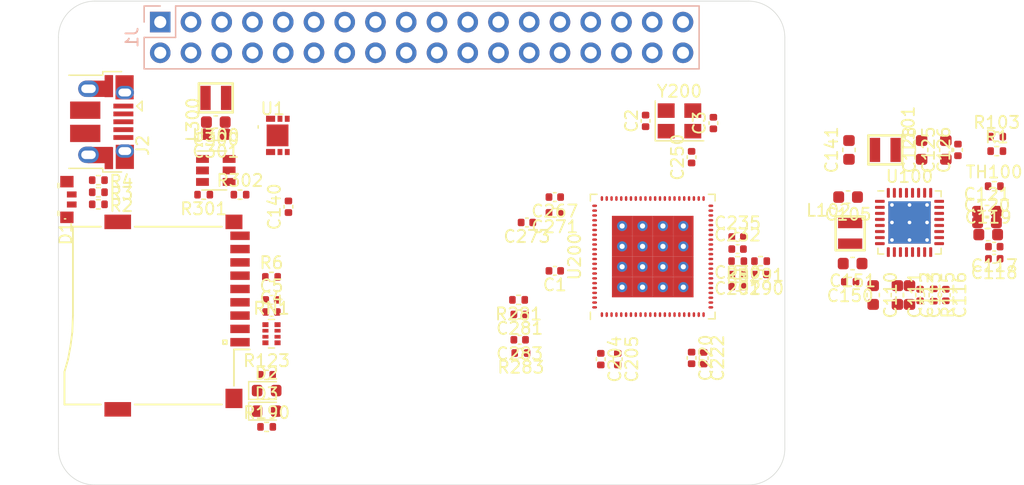
<source format=kicad_pcb>
(kicad_pcb (version 20171130) (host pcbnew "(5.1.9)-1")

  (general
    (thickness 1)
    (drawings 8)
    (tracks 0)
    (zones 0)
    (modules 75)
    (nets 140)
  )

  (page A4)
  (layers
    (0 F.Cu signal)
    (31 B.Cu signal)
    (32 B.Adhes user)
    (33 F.Adhes user)
    (34 B.Paste user)
    (35 F.Paste user)
    (36 B.SilkS user)
    (37 F.SilkS user)
    (38 B.Mask user)
    (39 F.Mask user)
    (40 Dwgs.User user)
    (41 Cmts.User user)
    (42 Eco1.User user)
    (43 Eco2.User user)
    (44 Edge.Cuts user)
    (45 Margin user)
    (46 B.CrtYd user)
    (47 F.CrtYd user)
    (48 B.Fab user)
    (49 F.Fab user hide)
  )

  (setup
    (last_trace_width 0.25)
    (trace_clearance 0.2)
    (zone_clearance 0.508)
    (zone_45_only no)
    (trace_min 0.2)
    (via_size 0.8)
    (via_drill 0.4)
    (via_min_size 0.4)
    (via_min_drill 0.2)
    (user_via 0.4 0.2)
    (user_via 2.8 2.6)
    (uvia_size 0.3)
    (uvia_drill 0.1)
    (uvias_allowed no)
    (uvia_min_size 0.2)
    (uvia_min_drill 0.1)
    (edge_width 0.05)
    (segment_width 0.2)
    (pcb_text_width 0.3)
    (pcb_text_size 1.5 1.5)
    (mod_edge_width 0.2)
    (mod_text_size 1 1)
    (mod_text_width 0.15)
    (pad_size 1.524 1.524)
    (pad_drill 0.762)
    (pad_to_mask_clearance 0.05)
    (aux_axis_origin 100 100)
    (grid_origin 100 100)
    (visible_elements 7FFFFFFF)
    (pcbplotparams
      (layerselection 0x010fc_ffffffff)
      (usegerberextensions false)
      (usegerberattributes true)
      (usegerberadvancedattributes true)
      (creategerberjobfile true)
      (excludeedgelayer true)
      (linewidth 0.100000)
      (plotframeref false)
      (viasonmask false)
      (mode 1)
      (useauxorigin false)
      (hpglpennumber 1)
      (hpglpenspeed 20)
      (hpglpendiameter 15.000000)
      (psnegative false)
      (psa4output false)
      (plotreference true)
      (plotvalue true)
      (plotinvisibletext false)
      (padsonsilk false)
      (subtractmaskfromsilk false)
      (outputformat 1)
      (mirror false)
      (drillshape 1)
      (scaleselection 1)
      (outputdirectory ""))
  )

  (net 0 "")
  (net 1 GND)
  (net 2 VDD-CORE)
  (net 3 +3V3)
  (net 4 /PMIC/IPS)
  (net 5 "Net-(C116-Pad1)")
  (net 6 "Net-(C117-Pad1)")
  (net 7 +5V_OTG)
  (net 8 ACIN)
  (net 9 VBAT)
  (net 10 "Net-(L101-Pad1)")
  (net 11 "Net-(L102-Pad1)")
  (net 12 "Net-(R115-Pad1)")
  (net 13 "Net-(TH100-Pad1)")
  (net 14 "Net-(U100-Pad27)")
  (net 15 +3V3_RTC)
  (net 16 PWRON)
  (net 17 +2V5)
  (net 18 +3V0)
  (net 19 "Net-(U100-Pad9)")
  (net 20 nVBUSEN)
  (net 21 nRESET)
  (net 22 RSB_SCK)
  (net 23 RSB_SDA)
  (net 24 "Net-(U1-Pad6)")
  (net 25 "Net-(U1-Pad3)")
  (net 26 "Net-(U1-Pad2)")
  (net 27 "Net-(U1-Pad1)")
  (net 28 "Net-(J1-Pad36)")
  (net 29 "Net-(J1-Pad35)")
  (net 30 "Net-(J1-Pad34)")
  (net 31 "Net-(J1-Pad33)")
  (net 32 "Net-(J1-Pad32)")
  (net 33 "Net-(J1-Pad31)")
  (net 34 "Net-(J1-Pad30)")
  (net 35 "Net-(J1-Pad29)")
  (net 36 "Net-(J1-Pad24)")
  (net 37 "Net-(J1-Pad23)")
  (net 38 "Net-(J1-Pad22)")
  (net 39 "Net-(J1-Pad21)")
  (net 40 "Net-(J1-Pad20)")
  (net 41 "Net-(J1-Pad19)")
  (net 42 "Net-(J1-Pad14)")
  (net 43 "Net-(J1-Pad13)")
  (net 44 "Net-(J1-Pad10)")
  (net 45 "Net-(J1-Pad9)")
  (net 46 "Net-(J1-Pad8)")
  (net 47 "Net-(J2-Pad4)")
  (net 48 "Net-(J2-Pad1)")
  (net 49 "Net-(U1-Pad5)")
  (net 50 "Net-(J3-Pad9)")
  (net 51 "Net-(J3-Pad7)")
  (net 52 "Net-(J3-Pad8)")
  (net 53 "Net-(J3-Pad5)")
  (net 54 "Net-(J3-Pad1)")
  (net 55 "Net-(J3-Pad2)")
  (net 56 "Net-(J3-Pad3)")
  (net 57 "Net-(D1-Pad3)")
  (net 58 "Net-(D1-Pad1)")
  (net 59 "Net-(D1-Pad2)")
  (net 60 "Net-(D2-Pad1)")
  (net 61 "Net-(D3-Pad1)")
  (net 62 PMIC_IRQ)
  (net 63 /PMIC/chgled)
  (net 64 /CPU/svref)
  (net 65 /CPU/+2V5)
  (net 66 "Net-(L300-Pad1)")
  (net 67 "Net-(R301-Pad2)")
  (net 68 /CPU/+1V1)
  (net 69 /CPU/+3V3)
  (net 70 /CPU/+3V0)
  (net 71 /CPU/hosco)
  (net 72 /CPU/hosci)
  (net 73 /CPU/vra1)
  (net 74 /CPU/vra2)
  (net 75 USB-DP)
  (net 76 USB-DM)
  (net 77 "Net-(U200-Pad88)")
  (net 78 "Net-(U200-Pad87)")
  (net 79 "Net-(U200-Pad86)")
  (net 80 "Net-(U200-Pad85)")
  (net 81 "Net-(U200-Pad84)")
  (net 82 "Net-(U200-Pad79)")
  (net 83 "Net-(U200-Pad78)")
  (net 84 "Net-(U200-Pad77)")
  (net 85 "Net-(U200-Pad76)")
  (net 86 "Net-(U200-Pad75)")
  (net 87 "Net-(U200-Pad72)")
  (net 88 "Net-(U200-Pad63)")
  (net 89 SPI0-MOSI)
  (net 90 SPI0-MISO)
  (net 91 SPI0-CS)
  (net 92 SPI0-CLK)
  (net 93 SDC0-D1)
  (net 94 SDC0-D0)
  (net 95 SDC0-CLK)
  (net 96 SDC0-CMD)
  (net 97 SDC0-D3)
  (net 98 SDC0-D2)
  (net 99 UART0-RX)
  (net 100 UART0-TX)
  (net 101 "Net-(U200-Pad45)")
  (net 102 "Net-(U200-Pad44)")
  (net 103 "Net-(U200-Pad43)")
  (net 104 "Net-(U200-Pad42)")
  (net 105 "Net-(U200-Pad41)")
  (net 106 "Net-(U200-Pad40)")
  (net 107 "Net-(U200-Pad39)")
  (net 108 "Net-(U200-Pad38)")
  (net 109 "Net-(U200-Pad37)")
  (net 110 "Net-(U200-Pad29)")
  (net 111 "Net-(U200-Pad28)")
  (net 112 "Net-(U200-Pad27)")
  (net 113 "Net-(U200-Pad26)")
  (net 114 "Net-(U200-Pad25)")
  (net 115 "Net-(U200-Pad24)")
  (net 116 "Net-(U200-Pad23)")
  (net 117 "Net-(U200-Pad21)")
  (net 118 "Net-(U200-Pad17)")
  (net 119 "Net-(U200-Pad16)")
  (net 120 "Net-(U200-Pad15)")
  (net 121 "Net-(U200-Pad14)")
  (net 122 "Net-(U200-Pad13)")
  (net 123 "Net-(U200-Pad12)")
  (net 124 "Net-(U200-Pad11)")
  (net 125 UART1-TX)
  (net 126 UART1-RX)
  (net 127 "Net-(U200-Pad8)")
  (net 128 "Net-(U200-Pad7)")
  (net 129 "Net-(U200-Pad6)")
  (net 130 "Net-(U200-Pad3)")
  (net 131 "Net-(U200-Pad2)")
  (net 132 "Net-(U200-Pad1)")
  (net 133 BAT_NTC)
  (net 134 BAT_GND)
  (net 135 I2C1-SDA)
  (net 136 I2C1-SCL)
  (net 137 LED-RED)
  (net 138 LED-GREEN)
  (net 139 LED-BLUE)

  (net_class Default "This is the default net class."
    (clearance 0.2)
    (trace_width 0.25)
    (via_dia 0.8)
    (via_drill 0.4)
    (uvia_dia 0.3)
    (uvia_drill 0.1)
    (add_net +2V5)
    (add_net +3V0)
    (add_net +3V3)
    (add_net +3V3_RTC)
    (add_net +5V_OTG)
    (add_net /CPU/+1V1)
    (add_net /CPU/+2V5)
    (add_net /CPU/+3V0)
    (add_net /CPU/+3V3)
    (add_net /CPU/hosci)
    (add_net /CPU/hosco)
    (add_net /CPU/svref)
    (add_net /CPU/vra1)
    (add_net /CPU/vra2)
    (add_net /PMIC/IPS)
    (add_net /PMIC/chgled)
    (add_net ACIN)
    (add_net BAT_GND)
    (add_net BAT_NTC)
    (add_net GND)
    (add_net I2C1-SCL)
    (add_net I2C1-SDA)
    (add_net LED-BLUE)
    (add_net LED-GREEN)
    (add_net LED-RED)
    (add_net "Net-(C116-Pad1)")
    (add_net "Net-(C117-Pad1)")
    (add_net "Net-(D1-Pad1)")
    (add_net "Net-(D1-Pad2)")
    (add_net "Net-(D1-Pad3)")
    (add_net "Net-(D2-Pad1)")
    (add_net "Net-(D3-Pad1)")
    (add_net "Net-(J1-Pad10)")
    (add_net "Net-(J1-Pad13)")
    (add_net "Net-(J1-Pad14)")
    (add_net "Net-(J1-Pad19)")
    (add_net "Net-(J1-Pad20)")
    (add_net "Net-(J1-Pad21)")
    (add_net "Net-(J1-Pad22)")
    (add_net "Net-(J1-Pad23)")
    (add_net "Net-(J1-Pad24)")
    (add_net "Net-(J1-Pad29)")
    (add_net "Net-(J1-Pad30)")
    (add_net "Net-(J1-Pad31)")
    (add_net "Net-(J1-Pad32)")
    (add_net "Net-(J1-Pad33)")
    (add_net "Net-(J1-Pad34)")
    (add_net "Net-(J1-Pad35)")
    (add_net "Net-(J1-Pad36)")
    (add_net "Net-(J1-Pad8)")
    (add_net "Net-(J1-Pad9)")
    (add_net "Net-(J2-Pad1)")
    (add_net "Net-(J2-Pad4)")
    (add_net "Net-(J3-Pad1)")
    (add_net "Net-(J3-Pad2)")
    (add_net "Net-(J3-Pad3)")
    (add_net "Net-(J3-Pad5)")
    (add_net "Net-(J3-Pad7)")
    (add_net "Net-(J3-Pad8)")
    (add_net "Net-(J3-Pad9)")
    (add_net "Net-(L101-Pad1)")
    (add_net "Net-(L102-Pad1)")
    (add_net "Net-(L300-Pad1)")
    (add_net "Net-(R115-Pad1)")
    (add_net "Net-(R301-Pad2)")
    (add_net "Net-(TH100-Pad1)")
    (add_net "Net-(U1-Pad1)")
    (add_net "Net-(U1-Pad2)")
    (add_net "Net-(U1-Pad3)")
    (add_net "Net-(U1-Pad5)")
    (add_net "Net-(U1-Pad6)")
    (add_net "Net-(U100-Pad27)")
    (add_net "Net-(U100-Pad9)")
    (add_net "Net-(U200-Pad1)")
    (add_net "Net-(U200-Pad11)")
    (add_net "Net-(U200-Pad12)")
    (add_net "Net-(U200-Pad13)")
    (add_net "Net-(U200-Pad14)")
    (add_net "Net-(U200-Pad15)")
    (add_net "Net-(U200-Pad16)")
    (add_net "Net-(U200-Pad17)")
    (add_net "Net-(U200-Pad2)")
    (add_net "Net-(U200-Pad21)")
    (add_net "Net-(U200-Pad23)")
    (add_net "Net-(U200-Pad24)")
    (add_net "Net-(U200-Pad25)")
    (add_net "Net-(U200-Pad26)")
    (add_net "Net-(U200-Pad27)")
    (add_net "Net-(U200-Pad28)")
    (add_net "Net-(U200-Pad29)")
    (add_net "Net-(U200-Pad3)")
    (add_net "Net-(U200-Pad37)")
    (add_net "Net-(U200-Pad38)")
    (add_net "Net-(U200-Pad39)")
    (add_net "Net-(U200-Pad40)")
    (add_net "Net-(U200-Pad41)")
    (add_net "Net-(U200-Pad42)")
    (add_net "Net-(U200-Pad43)")
    (add_net "Net-(U200-Pad44)")
    (add_net "Net-(U200-Pad45)")
    (add_net "Net-(U200-Pad6)")
    (add_net "Net-(U200-Pad63)")
    (add_net "Net-(U200-Pad7)")
    (add_net "Net-(U200-Pad72)")
    (add_net "Net-(U200-Pad75)")
    (add_net "Net-(U200-Pad76)")
    (add_net "Net-(U200-Pad77)")
    (add_net "Net-(U200-Pad78)")
    (add_net "Net-(U200-Pad79)")
    (add_net "Net-(U200-Pad8)")
    (add_net "Net-(U200-Pad84)")
    (add_net "Net-(U200-Pad85)")
    (add_net "Net-(U200-Pad86)")
    (add_net "Net-(U200-Pad87)")
    (add_net "Net-(U200-Pad88)")
    (add_net PMIC_IRQ)
    (add_net PWRON)
    (add_net RSB_SCK)
    (add_net RSB_SDA)
    (add_net SDC0-CLK)
    (add_net SDC0-CMD)
    (add_net SDC0-D0)
    (add_net SDC0-D1)
    (add_net SDC0-D2)
    (add_net SDC0-D3)
    (add_net SPI0-CLK)
    (add_net SPI0-CS)
    (add_net SPI0-MISO)
    (add_net SPI0-MOSI)
    (add_net UART0-RX)
    (add_net UART0-TX)
    (add_net UART1-RX)
    (add_net UART1-TX)
    (add_net USB-DM)
    (add_net USB-DP)
    (add_net VBAT)
    (add_net VDD-CORE)
    (add_net nRESET)
    (add_net nVBUSEN)
  )

  (module parts-diodes:DFN-6-1EP_2.1X3.1mm_EP1.8X1.8mm (layer F.Cu) (tedit 60469639) (tstamp 6048D775)
    (at 118.1 71.1)
    (path /6044A149/606E46B5)
    (fp_text reference U1 (at -0.4 -2.2) (layer F.SilkS)
      (effects (font (size 1 1) (thickness 0.15)))
    )
    (fp_text value AP9211 (at 0.1 -4.7) (layer F.Fab)
      (effects (font (size 1 1) (thickness 0.15)))
    )
    (fp_line (start -1.6 -0.8) (end -1.6 -0.6) (layer F.SilkS) (width 0.12))
    (fp_line (start -1.05 -1.55) (end -1.05 1.55) (layer F.CrtYd) (width 0.12))
    (fp_line (start -1.05 -1.55) (end 1.05 -1.55) (layer F.CrtYd) (width 0.12))
    (fp_line (start 1.05 -1.55) (end 1.05 1.55) (layer F.CrtYd) (width 0.12))
    (fp_line (start 1.05 1.55) (end -1.05 1.55) (layer F.CrtYd) (width 0.12))
    (pad 6 smd rect (at -0.575 -1.375) (size 0.75 0.5) (layers F.Cu F.Paste F.Mask)
      (net 24 "Net-(U1-Pad6)"))
    (pad 5 smd rect (at 0.2 -1.375) (size 0.4 0.5) (layers F.Cu F.Paste F.Mask)
      (net 49 "Net-(U1-Pad5)"))
    (pad 4 smd rect (at 0.8 -1.375) (size 0.4 0.5) (layers F.Cu F.Paste F.Mask))
    (pad 3 smd rect (at 0.8 1.375) (size 0.4 0.5) (layers F.Cu F.Paste F.Mask)
      (net 25 "Net-(U1-Pad3)"))
    (pad 2 smd rect (at 0.2 1.375) (size 0.4 0.5) (layers F.Cu F.Paste F.Mask)
      (net 26 "Net-(U1-Pad2)"))
    (pad 1 smd rect (at -0.575 1.375) (size 0.75 0.5) (layers F.Cu F.Paste F.Mask)
      (net 27 "Net-(U1-Pad1)"))
    (pad 7 smd rect (at 0 0) (size 1.8 1.8) (layers F.Cu F.Paste F.Mask))
  )

  (module Capacitor_SMD:C_0402_1005Metric (layer F.Cu) (tedit 5F68FEEE) (tstamp 60481B3D)
    (at 117.6 84.7)
    (descr "Capacitor SMD 0402 (1005 Metric), square (rectangular) end terminal, IPC_7351 nominal, (Body size source: IPC-SM-782 page 76, https://www.pcb-3d.com/wordpress/wp-content/uploads/ipc-sm-782a_amendment_1_and_2.pdf), generated with kicad-footprint-generator")
    (tags capacitor)
    (path /6050C62F/6064F144)
    (attr smd)
    (fp_text reference C5 (at 0 -1.16) (layer F.SilkS)
      (effects (font (size 1 1) (thickness 0.15)))
    )
    (fp_text value 1uF (at 0 1.16) (layer F.Fab)
      (effects (font (size 1 1) (thickness 0.15)))
    )
    (fp_text user %R (at 0 0) (layer F.Fab)
      (effects (font (size 0.25 0.25) (thickness 0.04)))
    )
    (fp_line (start -0.5 0.25) (end -0.5 -0.25) (layer F.Fab) (width 0.1))
    (fp_line (start -0.5 -0.25) (end 0.5 -0.25) (layer F.Fab) (width 0.1))
    (fp_line (start 0.5 -0.25) (end 0.5 0.25) (layer F.Fab) (width 0.1))
    (fp_line (start 0.5 0.25) (end -0.5 0.25) (layer F.Fab) (width 0.1))
    (fp_line (start -0.107836 -0.36) (end 0.107836 -0.36) (layer F.SilkS) (width 0.12))
    (fp_line (start -0.107836 0.36) (end 0.107836 0.36) (layer F.SilkS) (width 0.12))
    (fp_line (start -0.91 0.46) (end -0.91 -0.46) (layer F.CrtYd) (width 0.05))
    (fp_line (start -0.91 -0.46) (end 0.91 -0.46) (layer F.CrtYd) (width 0.05))
    (fp_line (start 0.91 -0.46) (end 0.91 0.46) (layer F.CrtYd) (width 0.05))
    (fp_line (start 0.91 0.46) (end -0.91 0.46) (layer F.CrtYd) (width 0.05))
    (pad 2 smd roundrect (at 0.48 0) (size 0.56 0.62) (layers F.Cu F.Paste F.Mask) (roundrect_rratio 0.25)
      (net 1 GND))
    (pad 1 smd roundrect (at -0.48 0) (size 0.56 0.62) (layers F.Cu F.Paste F.Mask) (roundrect_rratio 0.25)
      (net 3 +3V3))
    (model ${KISYS3DMOD}/Capacitor_SMD.3dshapes/C_0402_1005Metric.wrl
      (at (xyz 0 0 0))
      (scale (xyz 1 1 1))
      (rotate (xyz 0 0 0))
    )
  )

  (module Capacitor_SMD:C_0402_1005Metric (layer F.Cu) (tedit 5F68FEEE) (tstamp 60481B2C)
    (at 117.6 85.7)
    (descr "Capacitor SMD 0402 (1005 Metric), square (rectangular) end terminal, IPC_7351 nominal, (Body size source: IPC-SM-782 page 76, https://www.pcb-3d.com/wordpress/wp-content/uploads/ipc-sm-782a_amendment_1_and_2.pdf), generated with kicad-footprint-generator")
    (tags capacitor)
    (path /6050C62F/6064EA84)
    (attr smd)
    (fp_text reference C4 (at 0 -1.16) (layer F.SilkS)
      (effects (font (size 1 1) (thickness 0.15)))
    )
    (fp_text value 100nF (at 0 1.16) (layer F.Fab)
      (effects (font (size 1 1) (thickness 0.15)))
    )
    (fp_text user %R (at 0 0) (layer F.Fab)
      (effects (font (size 0.25 0.25) (thickness 0.04)))
    )
    (fp_line (start -0.5 0.25) (end -0.5 -0.25) (layer F.Fab) (width 0.1))
    (fp_line (start -0.5 -0.25) (end 0.5 -0.25) (layer F.Fab) (width 0.1))
    (fp_line (start 0.5 -0.25) (end 0.5 0.25) (layer F.Fab) (width 0.1))
    (fp_line (start 0.5 0.25) (end -0.5 0.25) (layer F.Fab) (width 0.1))
    (fp_line (start -0.107836 -0.36) (end 0.107836 -0.36) (layer F.SilkS) (width 0.12))
    (fp_line (start -0.107836 0.36) (end 0.107836 0.36) (layer F.SilkS) (width 0.12))
    (fp_line (start -0.91 0.46) (end -0.91 -0.46) (layer F.CrtYd) (width 0.05))
    (fp_line (start -0.91 -0.46) (end 0.91 -0.46) (layer F.CrtYd) (width 0.05))
    (fp_line (start 0.91 -0.46) (end 0.91 0.46) (layer F.CrtYd) (width 0.05))
    (fp_line (start 0.91 0.46) (end -0.91 0.46) (layer F.CrtYd) (width 0.05))
    (pad 2 smd roundrect (at 0.48 0) (size 0.56 0.62) (layers F.Cu F.Paste F.Mask) (roundrect_rratio 0.25)
      (net 1 GND))
    (pad 1 smd roundrect (at -0.48 0) (size 0.56 0.62) (layers F.Cu F.Paste F.Mask) (roundrect_rratio 0.25)
      (net 3 +3V3))
    (model ${KISYS3DMOD}/Capacitor_SMD.3dshapes/C_0402_1005Metric.wrl
      (at (xyz 0 0 0))
      (scale (xyz 1 1 1))
      (rotate (xyz 0 0 0))
    )
  )

  (module Resistor_SMD:R_Array_Convex_4x0402 (layer F.Cu) (tedit 58E0A8A8) (tstamp 60480DE5)
    (at 117.6 87.5)
    (descr "Chip Resistor Network, ROHM MNR04 (see mnr_g.pdf)")
    (tags "resistor array")
    (path /6050C62F/6063E69C)
    (attr smd)
    (fp_text reference RN1 (at 0 -2.1) (layer F.SilkS)
      (effects (font (size 1 1) (thickness 0.15)))
    )
    (fp_text value 47K (at 0 2.1) (layer F.Fab)
      (effects (font (size 1 1) (thickness 0.15)))
    )
    (fp_text user %R (at 0 0 90) (layer F.Fab)
      (effects (font (size 0.5 0.5) (thickness 0.075)))
    )
    (fp_line (start -0.5 -1) (end 0.5 -1) (layer F.Fab) (width 0.1))
    (fp_line (start 0.5 -1) (end 0.5 1) (layer F.Fab) (width 0.1))
    (fp_line (start 0.5 1) (end -0.5 1) (layer F.Fab) (width 0.1))
    (fp_line (start -0.5 1) (end -0.5 -1) (layer F.Fab) (width 0.1))
    (fp_line (start 0.25 -1.18) (end -0.25 -1.18) (layer F.SilkS) (width 0.12))
    (fp_line (start 0.25 1.18) (end -0.25 1.18) (layer F.SilkS) (width 0.12))
    (fp_line (start -1 -1.25) (end 1 -1.25) (layer F.CrtYd) (width 0.05))
    (fp_line (start -1 -1.25) (end -1 1.25) (layer F.CrtYd) (width 0.05))
    (fp_line (start 1 1.25) (end 1 -1.25) (layer F.CrtYd) (width 0.05))
    (fp_line (start 1 1.25) (end -1 1.25) (layer F.CrtYd) (width 0.05))
    (pad 5 smd rect (at 0.5 0.75) (size 0.5 0.4) (layers F.Cu F.Paste F.Mask)
      (net 3 +3V3))
    (pad 6 smd rect (at 0.5 0.25) (size 0.5 0.3) (layers F.Cu F.Paste F.Mask)
      (net 3 +3V3))
    (pad 8 smd rect (at 0.5 -0.75) (size 0.5 0.4) (layers F.Cu F.Paste F.Mask)
      (net 3 +3V3))
    (pad 7 smd rect (at 0.5 -0.25) (size 0.5 0.3) (layers F.Cu F.Paste F.Mask)
      (net 3 +3V3))
    (pad 4 smd rect (at -0.5 0.75) (size 0.5 0.4) (layers F.Cu F.Paste F.Mask)
      (net 54 "Net-(J3-Pad1)"))
    (pad 2 smd rect (at -0.5 -0.25) (size 0.5 0.3) (layers F.Cu F.Paste F.Mask)
      (net 56 "Net-(J3-Pad3)"))
    (pad 3 smd rect (at -0.5 0.25) (size 0.5 0.3) (layers F.Cu F.Paste F.Mask)
      (net 55 "Net-(J3-Pad2)"))
    (pad 1 smd rect (at -0.5 -0.75) (size 0.5 0.4) (layers F.Cu F.Paste F.Mask)
      (net 51 "Net-(J3-Pad7)"))
    (model ${KISYS3DMOD}/Resistor_SMD.3dshapes/R_Array_Convex_4x0402.wrl
      (at (xyz 0 0 0))
      (scale (xyz 1 1 1))
      (rotate (xyz 0 0 0))
    )
  )

  (module Resistor_SMD:R_0402_1005Metric (layer F.Cu) (tedit 5F68FEEE) (tstamp 60480CAE)
    (at 117.6 82.8)
    (descr "Resistor SMD 0402 (1005 Metric), square (rectangular) end terminal, IPC_7351 nominal, (Body size source: IPC-SM-782 page 72, https://www.pcb-3d.com/wordpress/wp-content/uploads/ipc-sm-782a_amendment_1_and_2.pdf), generated with kicad-footprint-generator")
    (tags resistor)
    (path /6050C62F/60641DDF)
    (attr smd)
    (fp_text reference R6 (at 0 -1.17) (layer F.SilkS)
      (effects (font (size 1 1) (thickness 0.15)))
    )
    (fp_text value 47K (at 0 1.17) (layer F.Fab)
      (effects (font (size 1 1) (thickness 0.15)))
    )
    (fp_text user %R (at 0 0) (layer F.Fab)
      (effects (font (size 0.26 0.26) (thickness 0.04)))
    )
    (fp_line (start -0.525 0.27) (end -0.525 -0.27) (layer F.Fab) (width 0.1))
    (fp_line (start -0.525 -0.27) (end 0.525 -0.27) (layer F.Fab) (width 0.1))
    (fp_line (start 0.525 -0.27) (end 0.525 0.27) (layer F.Fab) (width 0.1))
    (fp_line (start 0.525 0.27) (end -0.525 0.27) (layer F.Fab) (width 0.1))
    (fp_line (start -0.153641 -0.38) (end 0.153641 -0.38) (layer F.SilkS) (width 0.12))
    (fp_line (start -0.153641 0.38) (end 0.153641 0.38) (layer F.SilkS) (width 0.12))
    (fp_line (start -0.93 0.47) (end -0.93 -0.47) (layer F.CrtYd) (width 0.05))
    (fp_line (start -0.93 -0.47) (end 0.93 -0.47) (layer F.CrtYd) (width 0.05))
    (fp_line (start 0.93 -0.47) (end 0.93 0.47) (layer F.CrtYd) (width 0.05))
    (fp_line (start 0.93 0.47) (end -0.93 0.47) (layer F.CrtYd) (width 0.05))
    (pad 2 smd roundrect (at 0.51 0) (size 0.54 0.64) (layers F.Cu F.Paste F.Mask) (roundrect_rratio 0.25)
      (net 3 +3V3))
    (pad 1 smd roundrect (at -0.51 0) (size 0.54 0.64) (layers F.Cu F.Paste F.Mask) (roundrect_rratio 0.25)
      (net 52 "Net-(J3-Pad8)"))
    (model ${KISYS3DMOD}/Resistor_SMD.3dshapes/R_0402_1005Metric.wrl
      (at (xyz 0 0 0))
      (scale (xyz 1 1 1))
      (rotate (xyz 0 0 0))
    )
  )

  (module Resistor_SMD:R_0402_1005Metric (layer F.Cu) (tedit 5F68FEEE) (tstamp 6047D108)
    (at 138.2 89.1 180)
    (descr "Resistor SMD 0402 (1005 Metric), square (rectangular) end terminal, IPC_7351 nominal, (Body size source: IPC-SM-782 page 72, https://www.pcb-3d.com/wordpress/wp-content/uploads/ipc-sm-782a_amendment_1_and_2.pdf), generated with kicad-footprint-generator")
    (tags resistor)
    (path /6050C68F/60570374)
    (attr smd)
    (fp_text reference R283 (at 0 -1.17) (layer F.SilkS)
      (effects (font (size 1 1) (thickness 0.15)))
    )
    (fp_text value 200k (at 0 1.17) (layer F.Fab)
      (effects (font (size 1 1) (thickness 0.15)))
    )
    (fp_text user %R (at 0 0) (layer F.Fab)
      (effects (font (size 0.26 0.26) (thickness 0.04)))
    )
    (fp_line (start -0.525 0.27) (end -0.525 -0.27) (layer F.Fab) (width 0.1))
    (fp_line (start -0.525 -0.27) (end 0.525 -0.27) (layer F.Fab) (width 0.1))
    (fp_line (start 0.525 -0.27) (end 0.525 0.27) (layer F.Fab) (width 0.1))
    (fp_line (start 0.525 0.27) (end -0.525 0.27) (layer F.Fab) (width 0.1))
    (fp_line (start -0.153641 -0.38) (end 0.153641 -0.38) (layer F.SilkS) (width 0.12))
    (fp_line (start -0.153641 0.38) (end 0.153641 0.38) (layer F.SilkS) (width 0.12))
    (fp_line (start -0.93 0.47) (end -0.93 -0.47) (layer F.CrtYd) (width 0.05))
    (fp_line (start -0.93 -0.47) (end 0.93 -0.47) (layer F.CrtYd) (width 0.05))
    (fp_line (start 0.93 -0.47) (end 0.93 0.47) (layer F.CrtYd) (width 0.05))
    (fp_line (start 0.93 0.47) (end -0.93 0.47) (layer F.CrtYd) (width 0.05))
    (pad 2 smd roundrect (at 0.51 0 180) (size 0.54 0.64) (layers F.Cu F.Paste F.Mask) (roundrect_rratio 0.25)
      (net 1 GND))
    (pad 1 smd roundrect (at -0.51 0 180) (size 0.54 0.64) (layers F.Cu F.Paste F.Mask) (roundrect_rratio 0.25)
      (net 74 /CPU/vra2))
    (model ${KISYS3DMOD}/Resistor_SMD.3dshapes/R_0402_1005Metric.wrl
      (at (xyz 0 0 0))
      (scale (xyz 1 1 1))
      (rotate (xyz 0 0 0))
    )
  )

  (module Resistor_SMD:R_0402_1005Metric (layer F.Cu) (tedit 5F68FEEE) (tstamp 6047D0F7)
    (at 138.01 84.7 180)
    (descr "Resistor SMD 0402 (1005 Metric), square (rectangular) end terminal, IPC_7351 nominal, (Body size source: IPC-SM-782 page 72, https://www.pcb-3d.com/wordpress/wp-content/uploads/ipc-sm-782a_amendment_1_and_2.pdf), generated with kicad-footprint-generator")
    (tags resistor)
    (path /6050C68F/605679FD)
    (attr smd)
    (fp_text reference R281 (at 0 -1.17) (layer F.SilkS)
      (effects (font (size 1 1) (thickness 0.15)))
    )
    (fp_text value 200k (at 0 1.17) (layer F.Fab)
      (effects (font (size 1 1) (thickness 0.15)))
    )
    (fp_text user %R (at 0 0) (layer F.Fab)
      (effects (font (size 0.26 0.26) (thickness 0.04)))
    )
    (fp_line (start -0.525 0.27) (end -0.525 -0.27) (layer F.Fab) (width 0.1))
    (fp_line (start -0.525 -0.27) (end 0.525 -0.27) (layer F.Fab) (width 0.1))
    (fp_line (start 0.525 -0.27) (end 0.525 0.27) (layer F.Fab) (width 0.1))
    (fp_line (start 0.525 0.27) (end -0.525 0.27) (layer F.Fab) (width 0.1))
    (fp_line (start -0.153641 -0.38) (end 0.153641 -0.38) (layer F.SilkS) (width 0.12))
    (fp_line (start -0.153641 0.38) (end 0.153641 0.38) (layer F.SilkS) (width 0.12))
    (fp_line (start -0.93 0.47) (end -0.93 -0.47) (layer F.CrtYd) (width 0.05))
    (fp_line (start -0.93 -0.47) (end 0.93 -0.47) (layer F.CrtYd) (width 0.05))
    (fp_line (start 0.93 -0.47) (end 0.93 0.47) (layer F.CrtYd) (width 0.05))
    (fp_line (start 0.93 0.47) (end -0.93 0.47) (layer F.CrtYd) (width 0.05))
    (pad 2 smd roundrect (at 0.51 0 180) (size 0.54 0.64) (layers F.Cu F.Paste F.Mask) (roundrect_rratio 0.25)
      (net 1 GND))
    (pad 1 smd roundrect (at -0.51 0 180) (size 0.54 0.64) (layers F.Cu F.Paste F.Mask) (roundrect_rratio 0.25)
      (net 73 /CPU/vra1))
    (model ${KISYS3DMOD}/Resistor_SMD.3dshapes/R_0402_1005Metric.wrl
      (at (xyz 0 0 0))
      (scale (xyz 1 1 1))
      (rotate (xyz 0 0 0))
    )
  )

  (module Capacitor_SMD:C_0402_1005Metric (layer F.Cu) (tedit 5F68FEEE) (tstamp 6047CD36)
    (at 138.1 88 180)
    (descr "Capacitor SMD 0402 (1005 Metric), square (rectangular) end terminal, IPC_7351 nominal, (Body size source: IPC-SM-782 page 76, https://www.pcb-3d.com/wordpress/wp-content/uploads/ipc-sm-782a_amendment_1_and_2.pdf), generated with kicad-footprint-generator")
    (tags capacitor)
    (path /6050C68F/605700BD)
    (attr smd)
    (fp_text reference C283 (at 0 -1.16) (layer F.SilkS)
      (effects (font (size 1 1) (thickness 0.15)))
    )
    (fp_text value 1uF (at 0 1.16) (layer F.Fab)
      (effects (font (size 1 1) (thickness 0.15)))
    )
    (fp_text user %R (at 0 0) (layer F.Fab)
      (effects (font (size 0.25 0.25) (thickness 0.04)))
    )
    (fp_line (start -0.5 0.25) (end -0.5 -0.25) (layer F.Fab) (width 0.1))
    (fp_line (start -0.5 -0.25) (end 0.5 -0.25) (layer F.Fab) (width 0.1))
    (fp_line (start 0.5 -0.25) (end 0.5 0.25) (layer F.Fab) (width 0.1))
    (fp_line (start 0.5 0.25) (end -0.5 0.25) (layer F.Fab) (width 0.1))
    (fp_line (start -0.107836 -0.36) (end 0.107836 -0.36) (layer F.SilkS) (width 0.12))
    (fp_line (start -0.107836 0.36) (end 0.107836 0.36) (layer F.SilkS) (width 0.12))
    (fp_line (start -0.91 0.46) (end -0.91 -0.46) (layer F.CrtYd) (width 0.05))
    (fp_line (start -0.91 -0.46) (end 0.91 -0.46) (layer F.CrtYd) (width 0.05))
    (fp_line (start 0.91 -0.46) (end 0.91 0.46) (layer F.CrtYd) (width 0.05))
    (fp_line (start 0.91 0.46) (end -0.91 0.46) (layer F.CrtYd) (width 0.05))
    (pad 2 smd roundrect (at 0.48 0 180) (size 0.56 0.62) (layers F.Cu F.Paste F.Mask) (roundrect_rratio 0.25)
      (net 1 GND))
    (pad 1 smd roundrect (at -0.48 0 180) (size 0.56 0.62) (layers F.Cu F.Paste F.Mask) (roundrect_rratio 0.25)
      (net 74 /CPU/vra2))
    (model ${KISYS3DMOD}/Capacitor_SMD.3dshapes/C_0402_1005Metric.wrl
      (at (xyz 0 0 0))
      (scale (xyz 1 1 1))
      (rotate (xyz 0 0 0))
    )
  )

  (module Capacitor_SMD:C_0402_1005Metric (layer F.Cu) (tedit 5F68FEEE) (tstamp 6047CD25)
    (at 138.1 85.9 180)
    (descr "Capacitor SMD 0402 (1005 Metric), square (rectangular) end terminal, IPC_7351 nominal, (Body size source: IPC-SM-782 page 76, https://www.pcb-3d.com/wordpress/wp-content/uploads/ipc-sm-782a_amendment_1_and_2.pdf), generated with kicad-footprint-generator")
    (tags capacitor)
    (path /6050C68F/605674F1)
    (attr smd)
    (fp_text reference C281 (at 0 -1.16) (layer F.SilkS)
      (effects (font (size 1 1) (thickness 0.15)))
    )
    (fp_text value 1uF (at 0 1.16) (layer F.Fab)
      (effects (font (size 1 1) (thickness 0.15)))
    )
    (fp_text user %R (at 0 0) (layer F.Fab)
      (effects (font (size 0.25 0.25) (thickness 0.04)))
    )
    (fp_line (start -0.5 0.25) (end -0.5 -0.25) (layer F.Fab) (width 0.1))
    (fp_line (start -0.5 -0.25) (end 0.5 -0.25) (layer F.Fab) (width 0.1))
    (fp_line (start 0.5 -0.25) (end 0.5 0.25) (layer F.Fab) (width 0.1))
    (fp_line (start 0.5 0.25) (end -0.5 0.25) (layer F.Fab) (width 0.1))
    (fp_line (start -0.107836 -0.36) (end 0.107836 -0.36) (layer F.SilkS) (width 0.12))
    (fp_line (start -0.107836 0.36) (end 0.107836 0.36) (layer F.SilkS) (width 0.12))
    (fp_line (start -0.91 0.46) (end -0.91 -0.46) (layer F.CrtYd) (width 0.05))
    (fp_line (start -0.91 -0.46) (end 0.91 -0.46) (layer F.CrtYd) (width 0.05))
    (fp_line (start 0.91 -0.46) (end 0.91 0.46) (layer F.CrtYd) (width 0.05))
    (fp_line (start 0.91 0.46) (end -0.91 0.46) (layer F.CrtYd) (width 0.05))
    (pad 2 smd roundrect (at 0.48 0 180) (size 0.56 0.62) (layers F.Cu F.Paste F.Mask) (roundrect_rratio 0.25)
      (net 1 GND))
    (pad 1 smd roundrect (at -0.48 0 180) (size 0.56 0.62) (layers F.Cu F.Paste F.Mask) (roundrect_rratio 0.25)
      (net 73 /CPU/vra1))
    (model ${KISYS3DMOD}/Capacitor_SMD.3dshapes/C_0402_1005Metric.wrl
      (at (xyz 0 0 0))
      (scale (xyz 1 1 1))
      (rotate (xyz 0 0 0))
    )
  )

  (module Crystal:Crystal_SMD_3225-4Pin_3.2x2.5mm (layer F.Cu) (tedit 5A0FD1B2) (tstamp 6047B9C5)
    (at 151.3 69.9)
    (descr "SMD Crystal SERIES SMD3225/4 http://www.txccrystal.com/images/pdf/7m-accuracy.pdf, 3.2x2.5mm^2 package")
    (tags "SMD SMT crystal")
    (path /6050C68F/605425B3)
    (attr smd)
    (fp_text reference Y200 (at 0 -2.45) (layer F.SilkS)
      (effects (font (size 1 1) (thickness 0.15)))
    )
    (fp_text value 24MHz (at 0 2.45) (layer F.Fab)
      (effects (font (size 1 1) (thickness 0.15)))
    )
    (fp_text user %R (at 0 0) (layer F.Fab)
      (effects (font (size 0.7 0.7) (thickness 0.105)))
    )
    (fp_line (start -1.6 -1.25) (end -1.6 1.25) (layer F.Fab) (width 0.1))
    (fp_line (start -1.6 1.25) (end 1.6 1.25) (layer F.Fab) (width 0.1))
    (fp_line (start 1.6 1.25) (end 1.6 -1.25) (layer F.Fab) (width 0.1))
    (fp_line (start 1.6 -1.25) (end -1.6 -1.25) (layer F.Fab) (width 0.1))
    (fp_line (start -1.6 0.25) (end -0.6 1.25) (layer F.Fab) (width 0.1))
    (fp_line (start -2 -1.65) (end -2 1.65) (layer F.SilkS) (width 0.12))
    (fp_line (start -2 1.65) (end 2 1.65) (layer F.SilkS) (width 0.12))
    (fp_line (start -2.1 -1.7) (end -2.1 1.7) (layer F.CrtYd) (width 0.05))
    (fp_line (start -2.1 1.7) (end 2.1 1.7) (layer F.CrtYd) (width 0.05))
    (fp_line (start 2.1 1.7) (end 2.1 -1.7) (layer F.CrtYd) (width 0.05))
    (fp_line (start 2.1 -1.7) (end -2.1 -1.7) (layer F.CrtYd) (width 0.05))
    (pad 4 smd rect (at -1.1 -0.85) (size 1.4 1.2) (layers F.Cu F.Paste F.Mask))
    (pad 3 smd rect (at 1.1 -0.85) (size 1.4 1.2) (layers F.Cu F.Paste F.Mask))
    (pad 2 smd rect (at 1.1 0.85) (size 1.4 1.2) (layers F.Cu F.Paste F.Mask)
      (net 72 /CPU/hosci))
    (pad 1 smd rect (at -1.1 0.85) (size 1.4 1.2) (layers F.Cu F.Paste F.Mask)
      (net 71 /CPU/hosco))
    (model ${KISYS3DMOD}/Crystal.3dshapes/Crystal_SMD_3225-4Pin_3.2x2.5mm.wrl
      (at (xyz 0 0 0))
      (scale (xyz 1 1 1))
      (rotate (xyz 0 0 0))
    )
  )

  (module Capacitor_SMD:C_0402_1005Metric (layer F.Cu) (tedit 5F68FEEE) (tstamp 6047ACDC)
    (at 138.7 78.3 180)
    (descr "Capacitor SMD 0402 (1005 Metric), square (rectangular) end terminal, IPC_7351 nominal, (Body size source: IPC-SM-782 page 76, https://www.pcb-3d.com/wordpress/wp-content/uploads/ipc-sm-782a_amendment_1_and_2.pdf), generated with kicad-footprint-generator")
    (tags capacitor)
    (path /6050C68F/60506B6C)
    (attr smd)
    (fp_text reference C273 (at 0 -1.16) (layer F.SilkS)
      (effects (font (size 1 1) (thickness 0.15)))
    )
    (fp_text value 100nF (at 0 1.16) (layer F.Fab)
      (effects (font (size 1 1) (thickness 0.15)))
    )
    (fp_text user %R (at 0 0) (layer F.Fab)
      (effects (font (size 0.25 0.25) (thickness 0.04)))
    )
    (fp_line (start -0.5 0.25) (end -0.5 -0.25) (layer F.Fab) (width 0.1))
    (fp_line (start -0.5 -0.25) (end 0.5 -0.25) (layer F.Fab) (width 0.1))
    (fp_line (start 0.5 -0.25) (end 0.5 0.25) (layer F.Fab) (width 0.1))
    (fp_line (start 0.5 0.25) (end -0.5 0.25) (layer F.Fab) (width 0.1))
    (fp_line (start -0.107836 -0.36) (end 0.107836 -0.36) (layer F.SilkS) (width 0.12))
    (fp_line (start -0.107836 0.36) (end 0.107836 0.36) (layer F.SilkS) (width 0.12))
    (fp_line (start -0.91 0.46) (end -0.91 -0.46) (layer F.CrtYd) (width 0.05))
    (fp_line (start -0.91 -0.46) (end 0.91 -0.46) (layer F.CrtYd) (width 0.05))
    (fp_line (start 0.91 -0.46) (end 0.91 0.46) (layer F.CrtYd) (width 0.05))
    (fp_line (start 0.91 0.46) (end -0.91 0.46) (layer F.CrtYd) (width 0.05))
    (pad 2 smd roundrect (at 0.48 0 180) (size 0.56 0.62) (layers F.Cu F.Paste F.Mask) (roundrect_rratio 0.25)
      (net 1 GND))
    (pad 1 smd roundrect (at -0.48 0 180) (size 0.56 0.62) (layers F.Cu F.Paste F.Mask) (roundrect_rratio 0.25)
      (net 69 /CPU/+3V3))
    (model ${KISYS3DMOD}/Capacitor_SMD.3dshapes/C_0402_1005Metric.wrl
      (at (xyz 0 0 0))
      (scale (xyz 1 1 1))
      (rotate (xyz 0 0 0))
    )
  )

  (module Capacitor_SMD:C_0402_1005Metric (layer F.Cu) (tedit 5F68FEEE) (tstamp 6047ACCB)
    (at 141 77.5 180)
    (descr "Capacitor SMD 0402 (1005 Metric), square (rectangular) end terminal, IPC_7351 nominal, (Body size source: IPC-SM-782 page 76, https://www.pcb-3d.com/wordpress/wp-content/uploads/ipc-sm-782a_amendment_1_and_2.pdf), generated with kicad-footprint-generator")
    (tags capacitor)
    (path /6050C68F/604FF2B6)
    (attr smd)
    (fp_text reference C271 (at 0 -1.16) (layer F.SilkS)
      (effects (font (size 1 1) (thickness 0.15)))
    )
    (fp_text value 100nF (at 0 1.16) (layer F.Fab)
      (effects (font (size 1 1) (thickness 0.15)))
    )
    (fp_text user %R (at 0 0) (layer F.Fab)
      (effects (font (size 0.25 0.25) (thickness 0.04)))
    )
    (fp_line (start -0.5 0.25) (end -0.5 -0.25) (layer F.Fab) (width 0.1))
    (fp_line (start -0.5 -0.25) (end 0.5 -0.25) (layer F.Fab) (width 0.1))
    (fp_line (start 0.5 -0.25) (end 0.5 0.25) (layer F.Fab) (width 0.1))
    (fp_line (start 0.5 0.25) (end -0.5 0.25) (layer F.Fab) (width 0.1))
    (fp_line (start -0.107836 -0.36) (end 0.107836 -0.36) (layer F.SilkS) (width 0.12))
    (fp_line (start -0.107836 0.36) (end 0.107836 0.36) (layer F.SilkS) (width 0.12))
    (fp_line (start -0.91 0.46) (end -0.91 -0.46) (layer F.CrtYd) (width 0.05))
    (fp_line (start -0.91 -0.46) (end 0.91 -0.46) (layer F.CrtYd) (width 0.05))
    (fp_line (start 0.91 -0.46) (end 0.91 0.46) (layer F.CrtYd) (width 0.05))
    (fp_line (start 0.91 0.46) (end -0.91 0.46) (layer F.CrtYd) (width 0.05))
    (pad 2 smd roundrect (at 0.48 0 180) (size 0.56 0.62) (layers F.Cu F.Paste F.Mask) (roundrect_rratio 0.25)
      (net 1 GND))
    (pad 1 smd roundrect (at -0.48 0 180) (size 0.56 0.62) (layers F.Cu F.Paste F.Mask) (roundrect_rratio 0.25)
      (net 68 /CPU/+1V1))
    (model ${KISYS3DMOD}/Capacitor_SMD.3dshapes/C_0402_1005Metric.wrl
      (at (xyz 0 0 0))
      (scale (xyz 1 1 1))
      (rotate (xyz 0 0 0))
    )
  )

  (module Capacitor_SMD:C_0402_1005Metric (layer F.Cu) (tedit 5F68FEEE) (tstamp 6047ACBA)
    (at 141 76.2 180)
    (descr "Capacitor SMD 0402 (1005 Metric), square (rectangular) end terminal, IPC_7351 nominal, (Body size source: IPC-SM-782 page 76, https://www.pcb-3d.com/wordpress/wp-content/uploads/ipc-sm-782a_amendment_1_and_2.pdf), generated with kicad-footprint-generator")
    (tags capacitor)
    (path /6050C68F/60504DC8)
    (attr smd)
    (fp_text reference C267 (at 0 -1.16) (layer F.SilkS)
      (effects (font (size 1 1) (thickness 0.15)))
    )
    (fp_text value 100nF (at 0 1.16) (layer F.Fab)
      (effects (font (size 1 1) (thickness 0.15)))
    )
    (fp_text user %R (at 0 0) (layer F.Fab)
      (effects (font (size 0.25 0.25) (thickness 0.04)))
    )
    (fp_line (start -0.5 0.25) (end -0.5 -0.25) (layer F.Fab) (width 0.1))
    (fp_line (start -0.5 -0.25) (end 0.5 -0.25) (layer F.Fab) (width 0.1))
    (fp_line (start 0.5 -0.25) (end 0.5 0.25) (layer F.Fab) (width 0.1))
    (fp_line (start 0.5 0.25) (end -0.5 0.25) (layer F.Fab) (width 0.1))
    (fp_line (start -0.107836 -0.36) (end 0.107836 -0.36) (layer F.SilkS) (width 0.12))
    (fp_line (start -0.107836 0.36) (end 0.107836 0.36) (layer F.SilkS) (width 0.12))
    (fp_line (start -0.91 0.46) (end -0.91 -0.46) (layer F.CrtYd) (width 0.05))
    (fp_line (start -0.91 -0.46) (end 0.91 -0.46) (layer F.CrtYd) (width 0.05))
    (fp_line (start 0.91 -0.46) (end 0.91 0.46) (layer F.CrtYd) (width 0.05))
    (fp_line (start 0.91 0.46) (end -0.91 0.46) (layer F.CrtYd) (width 0.05))
    (pad 2 smd roundrect (at 0.48 0 180) (size 0.56 0.62) (layers F.Cu F.Paste F.Mask) (roundrect_rratio 0.25)
      (net 1 GND))
    (pad 1 smd roundrect (at -0.48 0 180) (size 0.56 0.62) (layers F.Cu F.Paste F.Mask) (roundrect_rratio 0.25)
      (net 69 /CPU/+3V3))
    (model ${KISYS3DMOD}/Capacitor_SMD.3dshapes/C_0402_1005Metric.wrl
      (at (xyz 0 0 0))
      (scale (xyz 1 1 1))
      (rotate (xyz 0 0 0))
    )
  )

  (module Capacitor_SMD:C_0402_1005Metric (layer F.Cu) (tedit 5F68FEEE) (tstamp 6047ACA9)
    (at 152.3 72.9 90)
    (descr "Capacitor SMD 0402 (1005 Metric), square (rectangular) end terminal, IPC_7351 nominal, (Body size source: IPC-SM-782 page 76, https://www.pcb-3d.com/wordpress/wp-content/uploads/ipc-sm-782a_amendment_1_and_2.pdf), generated with kicad-footprint-generator")
    (tags capacitor)
    (path /6050C68F/604F6C21)
    (attr smd)
    (fp_text reference C250 (at 0 -1.16 90) (layer F.SilkS)
      (effects (font (size 1 1) (thickness 0.15)))
    )
    (fp_text value 100nF (at 0 1.16 90) (layer F.Fab)
      (effects (font (size 1 1) (thickness 0.15)))
    )
    (fp_text user %R (at 0 0 90) (layer F.Fab)
      (effects (font (size 0.25 0.25) (thickness 0.04)))
    )
    (fp_line (start -0.5 0.25) (end -0.5 -0.25) (layer F.Fab) (width 0.1))
    (fp_line (start -0.5 -0.25) (end 0.5 -0.25) (layer F.Fab) (width 0.1))
    (fp_line (start 0.5 -0.25) (end 0.5 0.25) (layer F.Fab) (width 0.1))
    (fp_line (start 0.5 0.25) (end -0.5 0.25) (layer F.Fab) (width 0.1))
    (fp_line (start -0.107836 -0.36) (end 0.107836 -0.36) (layer F.SilkS) (width 0.12))
    (fp_line (start -0.107836 0.36) (end 0.107836 0.36) (layer F.SilkS) (width 0.12))
    (fp_line (start -0.91 0.46) (end -0.91 -0.46) (layer F.CrtYd) (width 0.05))
    (fp_line (start -0.91 -0.46) (end 0.91 -0.46) (layer F.CrtYd) (width 0.05))
    (fp_line (start 0.91 -0.46) (end 0.91 0.46) (layer F.CrtYd) (width 0.05))
    (fp_line (start 0.91 0.46) (end -0.91 0.46) (layer F.CrtYd) (width 0.05))
    (pad 2 smd roundrect (at 0.48 0 90) (size 0.56 0.62) (layers F.Cu F.Paste F.Mask) (roundrect_rratio 0.25)
      (net 1 GND))
    (pad 1 smd roundrect (at -0.48 0 90) (size 0.56 0.62) (layers F.Cu F.Paste F.Mask) (roundrect_rratio 0.25)
      (net 69 /CPU/+3V3))
    (model ${KISYS3DMOD}/Capacitor_SMD.3dshapes/C_0402_1005Metric.wrl
      (at (xyz 0 0 0))
      (scale (xyz 1 1 1))
      (rotate (xyz 0 0 0))
    )
  )

  (module Capacitor_SMD:C_0402_1005Metric (layer F.Cu) (tedit 5F68FEEE) (tstamp 6047AC98)
    (at 156.1 79.5)
    (descr "Capacitor SMD 0402 (1005 Metric), square (rectangular) end terminal, IPC_7351 nominal, (Body size source: IPC-SM-782 page 76, https://www.pcb-3d.com/wordpress/wp-content/uploads/ipc-sm-782a_amendment_1_and_2.pdf), generated with kicad-footprint-generator")
    (tags capacitor)
    (path /6050C68F/604FEEDF)
    (attr smd)
    (fp_text reference C235 (at 0 -1.16) (layer F.SilkS)
      (effects (font (size 1 1) (thickness 0.15)))
    )
    (fp_text value 100nF (at 0 1.16) (layer F.Fab)
      (effects (font (size 1 1) (thickness 0.15)))
    )
    (fp_text user %R (at 0 0) (layer F.Fab)
      (effects (font (size 0.25 0.25) (thickness 0.04)))
    )
    (fp_line (start -0.5 0.25) (end -0.5 -0.25) (layer F.Fab) (width 0.1))
    (fp_line (start -0.5 -0.25) (end 0.5 -0.25) (layer F.Fab) (width 0.1))
    (fp_line (start 0.5 -0.25) (end 0.5 0.25) (layer F.Fab) (width 0.1))
    (fp_line (start 0.5 0.25) (end -0.5 0.25) (layer F.Fab) (width 0.1))
    (fp_line (start -0.107836 -0.36) (end 0.107836 -0.36) (layer F.SilkS) (width 0.12))
    (fp_line (start -0.107836 0.36) (end 0.107836 0.36) (layer F.SilkS) (width 0.12))
    (fp_line (start -0.91 0.46) (end -0.91 -0.46) (layer F.CrtYd) (width 0.05))
    (fp_line (start -0.91 -0.46) (end 0.91 -0.46) (layer F.CrtYd) (width 0.05))
    (fp_line (start 0.91 -0.46) (end 0.91 0.46) (layer F.CrtYd) (width 0.05))
    (fp_line (start 0.91 0.46) (end -0.91 0.46) (layer F.CrtYd) (width 0.05))
    (pad 2 smd roundrect (at 0.48 0) (size 0.56 0.62) (layers F.Cu F.Paste F.Mask) (roundrect_rratio 0.25)
      (net 1 GND))
    (pad 1 smd roundrect (at -0.48 0) (size 0.56 0.62) (layers F.Cu F.Paste F.Mask) (roundrect_rratio 0.25)
      (net 68 /CPU/+1V1))
    (model ${KISYS3DMOD}/Capacitor_SMD.3dshapes/C_0402_1005Metric.wrl
      (at (xyz 0 0 0))
      (scale (xyz 1 1 1))
      (rotate (xyz 0 0 0))
    )
  )

  (module Capacitor_SMD:C_0402_1005Metric (layer F.Cu) (tedit 5F68FEEE) (tstamp 6047AC87)
    (at 156.1 80.5)
    (descr "Capacitor SMD 0402 (1005 Metric), square (rectangular) end terminal, IPC_7351 nominal, (Body size source: IPC-SM-782 page 76, https://www.pcb-3d.com/wordpress/wp-content/uploads/ipc-sm-782a_amendment_1_and_2.pdf), generated with kicad-footprint-generator")
    (tags capacitor)
    (path /6050C68F/604FAD7B)
    (attr smd)
    (fp_text reference C232 (at 0 -1.16) (layer F.SilkS)
      (effects (font (size 1 1) (thickness 0.15)))
    )
    (fp_text value 100nF (at 0 1.16) (layer F.Fab)
      (effects (font (size 1 1) (thickness 0.15)))
    )
    (fp_text user %R (at 0 0) (layer F.Fab)
      (effects (font (size 0.25 0.25) (thickness 0.04)))
    )
    (fp_line (start -0.5 0.25) (end -0.5 -0.25) (layer F.Fab) (width 0.1))
    (fp_line (start -0.5 -0.25) (end 0.5 -0.25) (layer F.Fab) (width 0.1))
    (fp_line (start 0.5 -0.25) (end 0.5 0.25) (layer F.Fab) (width 0.1))
    (fp_line (start 0.5 0.25) (end -0.5 0.25) (layer F.Fab) (width 0.1))
    (fp_line (start -0.107836 -0.36) (end 0.107836 -0.36) (layer F.SilkS) (width 0.12))
    (fp_line (start -0.107836 0.36) (end 0.107836 0.36) (layer F.SilkS) (width 0.12))
    (fp_line (start -0.91 0.46) (end -0.91 -0.46) (layer F.CrtYd) (width 0.05))
    (fp_line (start -0.91 -0.46) (end 0.91 -0.46) (layer F.CrtYd) (width 0.05))
    (fp_line (start 0.91 -0.46) (end 0.91 0.46) (layer F.CrtYd) (width 0.05))
    (fp_line (start 0.91 0.46) (end -0.91 0.46) (layer F.CrtYd) (width 0.05))
    (pad 2 smd roundrect (at 0.48 0) (size 0.56 0.62) (layers F.Cu F.Paste F.Mask) (roundrect_rratio 0.25)
      (net 1 GND))
    (pad 1 smd roundrect (at -0.48 0) (size 0.56 0.62) (layers F.Cu F.Paste F.Mask) (roundrect_rratio 0.25)
      (net 65 /CPU/+2V5))
    (model ${KISYS3DMOD}/Capacitor_SMD.3dshapes/C_0402_1005Metric.wrl
      (at (xyz 0 0 0))
      (scale (xyz 1 1 1))
      (rotate (xyz 0 0 0))
    )
  )

  (module Capacitor_SMD:C_0402_1005Metric (layer F.Cu) (tedit 5F68FEEE) (tstamp 6047BD19)
    (at 156.1 83.6)
    (descr "Capacitor SMD 0402 (1005 Metric), square (rectangular) end terminal, IPC_7351 nominal, (Body size source: IPC-SM-782 page 76, https://www.pcb-3d.com/wordpress/wp-content/uploads/ipc-sm-782a_amendment_1_and_2.pdf), generated with kicad-footprint-generator")
    (tags capacitor)
    (path /6050C68F/604FA963)
    (attr smd)
    (fp_text reference C230 (at 0 -1.16) (layer F.SilkS)
      (effects (font (size 1 1) (thickness 0.15)))
    )
    (fp_text value 100nF (at 0 1.16) (layer F.Fab)
      (effects (font (size 1 1) (thickness 0.15)))
    )
    (fp_text user %R (at 0 0) (layer F.Fab)
      (effects (font (size 0.25 0.25) (thickness 0.04)))
    )
    (fp_line (start -0.5 0.25) (end -0.5 -0.25) (layer F.Fab) (width 0.1))
    (fp_line (start -0.5 -0.25) (end 0.5 -0.25) (layer F.Fab) (width 0.1))
    (fp_line (start 0.5 -0.25) (end 0.5 0.25) (layer F.Fab) (width 0.1))
    (fp_line (start 0.5 0.25) (end -0.5 0.25) (layer F.Fab) (width 0.1))
    (fp_line (start -0.107836 -0.36) (end 0.107836 -0.36) (layer F.SilkS) (width 0.12))
    (fp_line (start -0.107836 0.36) (end 0.107836 0.36) (layer F.SilkS) (width 0.12))
    (fp_line (start -0.91 0.46) (end -0.91 -0.46) (layer F.CrtYd) (width 0.05))
    (fp_line (start -0.91 -0.46) (end 0.91 -0.46) (layer F.CrtYd) (width 0.05))
    (fp_line (start 0.91 -0.46) (end 0.91 0.46) (layer F.CrtYd) (width 0.05))
    (fp_line (start 0.91 0.46) (end -0.91 0.46) (layer F.CrtYd) (width 0.05))
    (pad 2 smd roundrect (at 0.48 0) (size 0.56 0.62) (layers F.Cu F.Paste F.Mask) (roundrect_rratio 0.25)
      (net 1 GND))
    (pad 1 smd roundrect (at -0.48 0) (size 0.56 0.62) (layers F.Cu F.Paste F.Mask) (roundrect_rratio 0.25)
      (net 65 /CPU/+2V5))
    (model ${KISYS3DMOD}/Capacitor_SMD.3dshapes/C_0402_1005Metric.wrl
      (at (xyz 0 0 0))
      (scale (xyz 1 1 1))
      (rotate (xyz 0 0 0))
    )
  )

  (module Capacitor_SMD:C_0402_1005Metric (layer F.Cu) (tedit 5F68FEEE) (tstamp 6047AC65)
    (at 153.3 89.52 270)
    (descr "Capacitor SMD 0402 (1005 Metric), square (rectangular) end terminal, IPC_7351 nominal, (Body size source: IPC-SM-782 page 76, https://www.pcb-3d.com/wordpress/wp-content/uploads/ipc-sm-782a_amendment_1_and_2.pdf), generated with kicad-footprint-generator")
    (tags capacitor)
    (path /6050C68F/604FEBAF)
    (attr smd)
    (fp_text reference C222 (at 0 -1.16 90) (layer F.SilkS)
      (effects (font (size 1 1) (thickness 0.15)))
    )
    (fp_text value 100nF (at 0 1.16 90) (layer F.Fab)
      (effects (font (size 1 1) (thickness 0.15)))
    )
    (fp_text user %R (at 0 0 90) (layer F.Fab)
      (effects (font (size 0.25 0.25) (thickness 0.04)))
    )
    (fp_line (start -0.5 0.25) (end -0.5 -0.25) (layer F.Fab) (width 0.1))
    (fp_line (start -0.5 -0.25) (end 0.5 -0.25) (layer F.Fab) (width 0.1))
    (fp_line (start 0.5 -0.25) (end 0.5 0.25) (layer F.Fab) (width 0.1))
    (fp_line (start 0.5 0.25) (end -0.5 0.25) (layer F.Fab) (width 0.1))
    (fp_line (start -0.107836 -0.36) (end 0.107836 -0.36) (layer F.SilkS) (width 0.12))
    (fp_line (start -0.107836 0.36) (end 0.107836 0.36) (layer F.SilkS) (width 0.12))
    (fp_line (start -0.91 0.46) (end -0.91 -0.46) (layer F.CrtYd) (width 0.05))
    (fp_line (start -0.91 -0.46) (end 0.91 -0.46) (layer F.CrtYd) (width 0.05))
    (fp_line (start 0.91 -0.46) (end 0.91 0.46) (layer F.CrtYd) (width 0.05))
    (fp_line (start 0.91 0.46) (end -0.91 0.46) (layer F.CrtYd) (width 0.05))
    (pad 2 smd roundrect (at 0.48 0 270) (size 0.56 0.62) (layers F.Cu F.Paste F.Mask) (roundrect_rratio 0.25)
      (net 1 GND))
    (pad 1 smd roundrect (at -0.48 0 270) (size 0.56 0.62) (layers F.Cu F.Paste F.Mask) (roundrect_rratio 0.25)
      (net 68 /CPU/+1V1))
    (model ${KISYS3DMOD}/Capacitor_SMD.3dshapes/C_0402_1005Metric.wrl
      (at (xyz 0 0 0))
      (scale (xyz 1 1 1))
      (rotate (xyz 0 0 0))
    )
  )

  (module Capacitor_SMD:C_0402_1005Metric (layer F.Cu) (tedit 5F68FEEE) (tstamp 6047AC54)
    (at 152.3 89.5 270)
    (descr "Capacitor SMD 0402 (1005 Metric), square (rectangular) end terminal, IPC_7351 nominal, (Body size source: IPC-SM-782 page 76, https://www.pcb-3d.com/wordpress/wp-content/uploads/ipc-sm-782a_amendment_1_and_2.pdf), generated with kicad-footprint-generator")
    (tags capacitor)
    (path /6050C68F/604F66E0)
    (attr smd)
    (fp_text reference C220 (at 0 -1.16 90) (layer F.SilkS)
      (effects (font (size 1 1) (thickness 0.15)))
    )
    (fp_text value 100nF (at 0 1.16 90) (layer F.Fab)
      (effects (font (size 1 1) (thickness 0.15)))
    )
    (fp_text user %R (at 0 0 90) (layer F.Fab)
      (effects (font (size 0.25 0.25) (thickness 0.04)))
    )
    (fp_line (start -0.5 0.25) (end -0.5 -0.25) (layer F.Fab) (width 0.1))
    (fp_line (start -0.5 -0.25) (end 0.5 -0.25) (layer F.Fab) (width 0.1))
    (fp_line (start 0.5 -0.25) (end 0.5 0.25) (layer F.Fab) (width 0.1))
    (fp_line (start 0.5 0.25) (end -0.5 0.25) (layer F.Fab) (width 0.1))
    (fp_line (start -0.107836 -0.36) (end 0.107836 -0.36) (layer F.SilkS) (width 0.12))
    (fp_line (start -0.107836 0.36) (end 0.107836 0.36) (layer F.SilkS) (width 0.12))
    (fp_line (start -0.91 0.46) (end -0.91 -0.46) (layer F.CrtYd) (width 0.05))
    (fp_line (start -0.91 -0.46) (end 0.91 -0.46) (layer F.CrtYd) (width 0.05))
    (fp_line (start 0.91 -0.46) (end 0.91 0.46) (layer F.CrtYd) (width 0.05))
    (fp_line (start 0.91 0.46) (end -0.91 0.46) (layer F.CrtYd) (width 0.05))
    (pad 2 smd roundrect (at 0.48 0 270) (size 0.56 0.62) (layers F.Cu F.Paste F.Mask) (roundrect_rratio 0.25)
      (net 1 GND))
    (pad 1 smd roundrect (at -0.48 0 270) (size 0.56 0.62) (layers F.Cu F.Paste F.Mask) (roundrect_rratio 0.25)
      (net 69 /CPU/+3V3))
    (model ${KISYS3DMOD}/Capacitor_SMD.3dshapes/C_0402_1005Metric.wrl
      (at (xyz 0 0 0))
      (scale (xyz 1 1 1))
      (rotate (xyz 0 0 0))
    )
  )

  (module Capacitor_SMD:C_0402_1005Metric (layer F.Cu) (tedit 5F68FEEE) (tstamp 6047AC43)
    (at 146.2 89.6 270)
    (descr "Capacitor SMD 0402 (1005 Metric), square (rectangular) end terminal, IPC_7351 nominal, (Body size source: IPC-SM-782 page 76, https://www.pcb-3d.com/wordpress/wp-content/uploads/ipc-sm-782a_amendment_1_and_2.pdf), generated with kicad-footprint-generator")
    (tags capacitor)
    (path /6050C68F/604F5C06)
    (attr smd)
    (fp_text reference C205 (at 0 -1.16 90) (layer F.SilkS)
      (effects (font (size 1 1) (thickness 0.15)))
    )
    (fp_text value 100nF (at 0 1.16 90) (layer F.Fab)
      (effects (font (size 1 1) (thickness 0.15)))
    )
    (fp_text user %R (at 0 0 90) (layer F.Fab)
      (effects (font (size 0.25 0.25) (thickness 0.04)))
    )
    (fp_line (start -0.5 0.25) (end -0.5 -0.25) (layer F.Fab) (width 0.1))
    (fp_line (start -0.5 -0.25) (end 0.5 -0.25) (layer F.Fab) (width 0.1))
    (fp_line (start 0.5 -0.25) (end 0.5 0.25) (layer F.Fab) (width 0.1))
    (fp_line (start 0.5 0.25) (end -0.5 0.25) (layer F.Fab) (width 0.1))
    (fp_line (start -0.107836 -0.36) (end 0.107836 -0.36) (layer F.SilkS) (width 0.12))
    (fp_line (start -0.107836 0.36) (end 0.107836 0.36) (layer F.SilkS) (width 0.12))
    (fp_line (start -0.91 0.46) (end -0.91 -0.46) (layer F.CrtYd) (width 0.05))
    (fp_line (start -0.91 -0.46) (end 0.91 -0.46) (layer F.CrtYd) (width 0.05))
    (fp_line (start 0.91 -0.46) (end 0.91 0.46) (layer F.CrtYd) (width 0.05))
    (fp_line (start 0.91 0.46) (end -0.91 0.46) (layer F.CrtYd) (width 0.05))
    (pad 2 smd roundrect (at 0.48 0 270) (size 0.56 0.62) (layers F.Cu F.Paste F.Mask) (roundrect_rratio 0.25)
      (net 1 GND))
    (pad 1 smd roundrect (at -0.48 0 270) (size 0.56 0.62) (layers F.Cu F.Paste F.Mask) (roundrect_rratio 0.25)
      (net 69 /CPU/+3V3))
    (model ${KISYS3DMOD}/Capacitor_SMD.3dshapes/C_0402_1005Metric.wrl
      (at (xyz 0 0 0))
      (scale (xyz 1 1 1))
      (rotate (xyz 0 0 0))
    )
  )

  (module Capacitor_SMD:C_0402_1005Metric (layer F.Cu) (tedit 5F68FEEE) (tstamp 6047AC32)
    (at 144.8 89.6 270)
    (descr "Capacitor SMD 0402 (1005 Metric), square (rectangular) end terminal, IPC_7351 nominal, (Body size source: IPC-SM-782 page 76, https://www.pcb-3d.com/wordpress/wp-content/uploads/ipc-sm-782a_amendment_1_and_2.pdf), generated with kicad-footprint-generator")
    (tags capacitor)
    (path /6050C68F/605063CD)
    (attr smd)
    (fp_text reference C204 (at 0 -1.16 90) (layer F.SilkS)
      (effects (font (size 1 1) (thickness 0.15)))
    )
    (fp_text value 100nF (at 0 1.16 90) (layer F.Fab)
      (effects (font (size 1 1) (thickness 0.15)))
    )
    (fp_text user %R (at 0 0 90) (layer F.Fab)
      (effects (font (size 0.25 0.25) (thickness 0.04)))
    )
    (fp_line (start -0.5 0.25) (end -0.5 -0.25) (layer F.Fab) (width 0.1))
    (fp_line (start -0.5 -0.25) (end 0.5 -0.25) (layer F.Fab) (width 0.1))
    (fp_line (start 0.5 -0.25) (end 0.5 0.25) (layer F.Fab) (width 0.1))
    (fp_line (start 0.5 0.25) (end -0.5 0.25) (layer F.Fab) (width 0.1))
    (fp_line (start -0.107836 -0.36) (end 0.107836 -0.36) (layer F.SilkS) (width 0.12))
    (fp_line (start -0.107836 0.36) (end 0.107836 0.36) (layer F.SilkS) (width 0.12))
    (fp_line (start -0.91 0.46) (end -0.91 -0.46) (layer F.CrtYd) (width 0.05))
    (fp_line (start -0.91 -0.46) (end 0.91 -0.46) (layer F.CrtYd) (width 0.05))
    (fp_line (start 0.91 -0.46) (end 0.91 0.46) (layer F.CrtYd) (width 0.05))
    (fp_line (start 0.91 0.46) (end -0.91 0.46) (layer F.CrtYd) (width 0.05))
    (pad 2 smd roundrect (at 0.48 0 270) (size 0.56 0.62) (layers F.Cu F.Paste F.Mask) (roundrect_rratio 0.25)
      (net 1 GND))
    (pad 1 smd roundrect (at -0.48 0 270) (size 0.56 0.62) (layers F.Cu F.Paste F.Mask) (roundrect_rratio 0.25)
      (net 69 /CPU/+3V3))
    (model ${KISYS3DMOD}/Capacitor_SMD.3dshapes/C_0402_1005Metric.wrl
      (at (xyz 0 0 0))
      (scale (xyz 1 1 1))
      (rotate (xyz 0 0 0))
    )
  )

  (module Capacitor_SMD:C_0402_1005Metric (layer F.Cu) (tedit 5F68FEEE) (tstamp 6047A9E1)
    (at 154.1 70.08 90)
    (descr "Capacitor SMD 0402 (1005 Metric), square (rectangular) end terminal, IPC_7351 nominal, (Body size source: IPC-SM-782 page 76, https://www.pcb-3d.com/wordpress/wp-content/uploads/ipc-sm-782a_amendment_1_and_2.pdf), generated with kicad-footprint-generator")
    (tags capacitor)
    (path /6050C68F/60544F4D)
    (attr smd)
    (fp_text reference C3 (at 0 -1.16 90) (layer F.SilkS)
      (effects (font (size 1 1) (thickness 0.15)))
    )
    (fp_text value 100nF (at 0 1.16 90) (layer F.Fab)
      (effects (font (size 1 1) (thickness 0.15)))
    )
    (fp_text user %R (at 0 0 90) (layer F.Fab)
      (effects (font (size 0.25 0.25) (thickness 0.04)))
    )
    (fp_line (start -0.5 0.25) (end -0.5 -0.25) (layer F.Fab) (width 0.1))
    (fp_line (start -0.5 -0.25) (end 0.5 -0.25) (layer F.Fab) (width 0.1))
    (fp_line (start 0.5 -0.25) (end 0.5 0.25) (layer F.Fab) (width 0.1))
    (fp_line (start 0.5 0.25) (end -0.5 0.25) (layer F.Fab) (width 0.1))
    (fp_line (start -0.107836 -0.36) (end 0.107836 -0.36) (layer F.SilkS) (width 0.12))
    (fp_line (start -0.107836 0.36) (end 0.107836 0.36) (layer F.SilkS) (width 0.12))
    (fp_line (start -0.91 0.46) (end -0.91 -0.46) (layer F.CrtYd) (width 0.05))
    (fp_line (start -0.91 -0.46) (end 0.91 -0.46) (layer F.CrtYd) (width 0.05))
    (fp_line (start 0.91 -0.46) (end 0.91 0.46) (layer F.CrtYd) (width 0.05))
    (fp_line (start 0.91 0.46) (end -0.91 0.46) (layer F.CrtYd) (width 0.05))
    (pad 2 smd roundrect (at 0.48 0 90) (size 0.56 0.62) (layers F.Cu F.Paste F.Mask) (roundrect_rratio 0.25)
      (net 1 GND))
    (pad 1 smd roundrect (at -0.48 0 90) (size 0.56 0.62) (layers F.Cu F.Paste F.Mask) (roundrect_rratio 0.25)
      (net 72 /CPU/hosci))
    (model ${KISYS3DMOD}/Capacitor_SMD.3dshapes/C_0402_1005Metric.wrl
      (at (xyz 0 0 0))
      (scale (xyz 1 1 1))
      (rotate (xyz 0 0 0))
    )
  )

  (module Capacitor_SMD:C_0402_1005Metric (layer F.Cu) (tedit 5F68FEEE) (tstamp 6047A9D0)
    (at 148.5 69.9 90)
    (descr "Capacitor SMD 0402 (1005 Metric), square (rectangular) end terminal, IPC_7351 nominal, (Body size source: IPC-SM-782 page 76, https://www.pcb-3d.com/wordpress/wp-content/uploads/ipc-sm-782a_amendment_1_and_2.pdf), generated with kicad-footprint-generator")
    (tags capacitor)
    (path /6050C68F/605449B4)
    (attr smd)
    (fp_text reference C2 (at 0 -1.16 90) (layer F.SilkS)
      (effects (font (size 1 1) (thickness 0.15)))
    )
    (fp_text value 100nF (at 0 1.16 90) (layer F.Fab)
      (effects (font (size 1 1) (thickness 0.15)))
    )
    (fp_text user %R (at 0 0 90) (layer F.Fab)
      (effects (font (size 0.25 0.25) (thickness 0.04)))
    )
    (fp_line (start -0.5 0.25) (end -0.5 -0.25) (layer F.Fab) (width 0.1))
    (fp_line (start -0.5 -0.25) (end 0.5 -0.25) (layer F.Fab) (width 0.1))
    (fp_line (start 0.5 -0.25) (end 0.5 0.25) (layer F.Fab) (width 0.1))
    (fp_line (start 0.5 0.25) (end -0.5 0.25) (layer F.Fab) (width 0.1))
    (fp_line (start -0.107836 -0.36) (end 0.107836 -0.36) (layer F.SilkS) (width 0.12))
    (fp_line (start -0.107836 0.36) (end 0.107836 0.36) (layer F.SilkS) (width 0.12))
    (fp_line (start -0.91 0.46) (end -0.91 -0.46) (layer F.CrtYd) (width 0.05))
    (fp_line (start -0.91 -0.46) (end 0.91 -0.46) (layer F.CrtYd) (width 0.05))
    (fp_line (start 0.91 -0.46) (end 0.91 0.46) (layer F.CrtYd) (width 0.05))
    (fp_line (start 0.91 0.46) (end -0.91 0.46) (layer F.CrtYd) (width 0.05))
    (pad 2 smd roundrect (at 0.48 0 90) (size 0.56 0.62) (layers F.Cu F.Paste F.Mask) (roundrect_rratio 0.25)
      (net 1 GND))
    (pad 1 smd roundrect (at -0.48 0 90) (size 0.56 0.62) (layers F.Cu F.Paste F.Mask) (roundrect_rratio 0.25)
      (net 71 /CPU/hosco))
    (model ${KISYS3DMOD}/Capacitor_SMD.3dshapes/C_0402_1005Metric.wrl
      (at (xyz 0 0 0))
      (scale (xyz 1 1 1))
      (rotate (xyz 0 0 0))
    )
  )

  (module Capacitor_SMD:C_0402_1005Metric (layer F.Cu) (tedit 5F68FEEE) (tstamp 6047A9BF)
    (at 141 82.3 180)
    (descr "Capacitor SMD 0402 (1005 Metric), square (rectangular) end terminal, IPC_7351 nominal, (Body size source: IPC-SM-782 page 76, https://www.pcb-3d.com/wordpress/wp-content/uploads/ipc-sm-782a_amendment_1_and_2.pdf), generated with kicad-footprint-generator")
    (tags capacitor)
    (path /6050C68F/60506F29)
    (attr smd)
    (fp_text reference C1 (at 0 -1.16) (layer F.SilkS)
      (effects (font (size 1 1) (thickness 0.15)))
    )
    (fp_text value 100nF (at 0 1.16) (layer F.Fab)
      (effects (font (size 1 1) (thickness 0.15)))
    )
    (fp_text user %R (at 0 0) (layer F.Fab)
      (effects (font (size 0.25 0.25) (thickness 0.04)))
    )
    (fp_line (start -0.5 0.25) (end -0.5 -0.25) (layer F.Fab) (width 0.1))
    (fp_line (start -0.5 -0.25) (end 0.5 -0.25) (layer F.Fab) (width 0.1))
    (fp_line (start 0.5 -0.25) (end 0.5 0.25) (layer F.Fab) (width 0.1))
    (fp_line (start 0.5 0.25) (end -0.5 0.25) (layer F.Fab) (width 0.1))
    (fp_line (start -0.107836 -0.36) (end 0.107836 -0.36) (layer F.SilkS) (width 0.12))
    (fp_line (start -0.107836 0.36) (end 0.107836 0.36) (layer F.SilkS) (width 0.12))
    (fp_line (start -0.91 0.46) (end -0.91 -0.46) (layer F.CrtYd) (width 0.05))
    (fp_line (start -0.91 -0.46) (end 0.91 -0.46) (layer F.CrtYd) (width 0.05))
    (fp_line (start 0.91 -0.46) (end 0.91 0.46) (layer F.CrtYd) (width 0.05))
    (fp_line (start 0.91 0.46) (end -0.91 0.46) (layer F.CrtYd) (width 0.05))
    (pad 2 smd roundrect (at 0.48 0 180) (size 0.56 0.62) (layers F.Cu F.Paste F.Mask) (roundrect_rratio 0.25)
      (net 1 GND))
    (pad 1 smd roundrect (at -0.48 0 180) (size 0.56 0.62) (layers F.Cu F.Paste F.Mask) (roundrect_rratio 0.25)
      (net 70 /CPU/+3V0))
    (model ${KISYS3DMOD}/Capacitor_SMD.3dshapes/C_0402_1005Metric.wrl
      (at (xyz 0 0 0))
      (scale (xyz 1 1 1))
      (rotate (xyz 0 0 0))
    )
  )

  (module parts-allwinner:QFN-88_EP_10x10_Pitch0.4mm (layer F.Cu) (tedit 0) (tstamp 60479B3E)
    (at 149.09 81.12 90)
    (path /6050C68F/605196E0)
    (attr smd)
    (fp_text reference U200 (at 0 -6.45 90) (layer F.SilkS)
      (effects (font (size 1 1) (thickness 0.15)))
    )
    (fp_text value F1C100s (at 0 6.45 90) (layer F.Fab)
      (effects (font (size 1 1) (thickness 0.15)))
    )
    (fp_line (start -4 -5) (end -5 -4) (layer F.Fab) (width 0.15))
    (fp_line (start -5 -4) (end -5 5) (layer F.Fab) (width 0.15))
    (fp_line (start -5 5) (end 5 5) (layer F.Fab) (width 0.15))
    (fp_line (start 5 5) (end 5 -5) (layer F.Fab) (width 0.15))
    (fp_line (start 5 -5) (end -4 -5) (layer F.Fab) (width 0.15))
    (fp_line (start 4.6 -5.15) (end 5.15 -5.15) (layer F.SilkS) (width 0.12))
    (fp_line (start 5.15 -5.15) (end 5.15 -4.6) (layer F.SilkS) (width 0.12))
    (fp_line (start 4.6 5.15) (end 5.15 5.15) (layer F.SilkS) (width 0.12))
    (fp_line (start 5.15 5.15) (end 5.15 4.6) (layer F.SilkS) (width 0.12))
    (fp_line (start -4.6 5.15) (end -5.15 5.15) (layer F.SilkS) (width 0.12))
    (fp_line (start -5.15 5.15) (end -5.15 4.6) (layer F.SilkS) (width 0.12))
    (fp_line (start -4.6 -5.15) (end -5.2 -5.15) (layer F.SilkS) (width 0.12))
    (fp_line (start -5.45 -5.45) (end 5.45 -5.45) (layer F.CrtYd) (width 0.05))
    (fp_line (start 5.45 -5.45) (end 5.45 5.45) (layer F.CrtYd) (width 0.05))
    (fp_line (start 5.45 5.45) (end -5.45 5.45) (layer F.CrtYd) (width 0.05))
    (fp_line (start -5.45 5.45) (end -5.45 -5.45) (layer F.CrtYd) (width 0.05))
    (pad 89 thru_hole circle (at 2.5275 2.5275 90) (size 0.8425 0.8425) (drill 0.42125) (layers *.Cu *.Mask)
      (net 1 GND))
    (pad 89 thru_hole circle (at 2.5275 0.8425 90) (size 0.8425 0.8425) (drill 0.42125) (layers *.Cu *.Mask)
      (net 1 GND))
    (pad 89 thru_hole circle (at 2.5275 -0.8425 90) (size 0.8425 0.8425) (drill 0.42125) (layers *.Cu *.Mask)
      (net 1 GND))
    (pad 89 thru_hole circle (at 2.5275 -2.5275 90) (size 0.8425 0.8425) (drill 0.42125) (layers *.Cu *.Mask)
      (net 1 GND))
    (pad 89 thru_hole circle (at 0.8425 2.5275 90) (size 0.8425 0.8425) (drill 0.42125) (layers *.Cu *.Mask)
      (net 1 GND))
    (pad 89 thru_hole circle (at 0.8425 0.8425 90) (size 0.8425 0.8425) (drill 0.42125) (layers *.Cu *.Mask)
      (net 1 GND))
    (pad 89 thru_hole circle (at 0.8425 -0.8425 90) (size 0.8425 0.8425) (drill 0.42125) (layers *.Cu *.Mask)
      (net 1 GND))
    (pad 89 thru_hole circle (at 0.8425 -2.5275 90) (size 0.8425 0.8425) (drill 0.42125) (layers *.Cu *.Mask)
      (net 1 GND))
    (pad 89 thru_hole circle (at -0.8425 2.5275 90) (size 0.8425 0.8425) (drill 0.42125) (layers *.Cu *.Mask)
      (net 1 GND))
    (pad 89 thru_hole circle (at -0.8425 0.8425 90) (size 0.8425 0.8425) (drill 0.42125) (layers *.Cu *.Mask)
      (net 1 GND))
    (pad 89 thru_hole circle (at -0.8425 -0.8425 90) (size 0.8425 0.8425) (drill 0.42125) (layers *.Cu *.Mask)
      (net 1 GND))
    (pad 89 thru_hole circle (at -0.8425 -2.5275 90) (size 0.8425 0.8425) (drill 0.42125) (layers *.Cu *.Mask)
      (net 1 GND))
    (pad 89 thru_hole circle (at -2.5275 2.5275 90) (size 0.8425 0.8425) (drill 0.42125) (layers *.Cu *.Mask)
      (net 1 GND))
    (pad 89 thru_hole circle (at -2.5275 0.8425 90) (size 0.8425 0.8425) (drill 0.42125) (layers *.Cu *.Mask)
      (net 1 GND))
    (pad 89 thru_hole circle (at -2.5275 -0.8425 90) (size 0.8425 0.8425) (drill 0.42125) (layers *.Cu *.Mask)
      (net 1 GND))
    (pad 89 thru_hole circle (at -2.5275 -2.5275 90) (size 0.8425 0.8425) (drill 0.42125) (layers *.Cu *.Mask)
      (net 1 GND))
    (pad 89 smd rect (at 2.5275 2.5275 90) (size 1.685 1.685) (layers F.Cu F.Paste F.Mask)
      (net 1 GND) (solder_paste_margin -0.75))
    (pad 89 smd rect (at 2.5275 0.8425 90) (size 1.685 1.685) (layers F.Cu F.Paste F.Mask)
      (net 1 GND) (solder_paste_margin -0.75))
    (pad 89 smd rect (at 2.5275 -0.8425 90) (size 1.685 1.685) (layers F.Cu F.Paste F.Mask)
      (net 1 GND) (solder_paste_margin -0.75))
    (pad 89 smd rect (at 2.5275 -2.5275 90) (size 1.685 1.685) (layers F.Cu F.Paste F.Mask)
      (net 1 GND) (solder_paste_margin -0.75))
    (pad 89 smd rect (at 0.8425 2.5275 90) (size 1.685 1.685) (layers F.Cu F.Paste F.Mask)
      (net 1 GND) (solder_paste_margin -0.75))
    (pad 89 smd rect (at 0.8425 0.8425 90) (size 1.685 1.685) (layers F.Cu F.Paste F.Mask)
      (net 1 GND) (solder_paste_margin -0.75))
    (pad 89 smd rect (at 0.8425 -0.8425 90) (size 1.685 1.685) (layers F.Cu F.Paste F.Mask)
      (net 1 GND) (solder_paste_margin -0.75))
    (pad 89 smd rect (at 0.8425 -2.5275 90) (size 1.685 1.685) (layers F.Cu F.Paste F.Mask)
      (net 1 GND) (solder_paste_margin -0.75))
    (pad 89 smd rect (at -0.8425 2.5275 90) (size 1.685 1.685) (layers F.Cu F.Paste F.Mask)
      (net 1 GND) (solder_paste_margin -0.75))
    (pad 89 smd rect (at -0.8425 0.8425 90) (size 1.685 1.685) (layers F.Cu F.Paste F.Mask)
      (net 1 GND) (solder_paste_margin -0.75))
    (pad 89 smd rect (at -0.8425 -0.8425 90) (size 1.685 1.685) (layers F.Cu F.Paste F.Mask)
      (net 1 GND) (solder_paste_margin -0.75))
    (pad 89 smd rect (at -0.8425 -2.5275 90) (size 1.685 1.685) (layers F.Cu F.Paste F.Mask)
      (net 1 GND) (solder_paste_margin -0.75))
    (pad 89 smd rect (at -2.5275 2.5275 90) (size 1.685 1.685) (layers F.Cu F.Paste F.Mask)
      (net 1 GND) (solder_paste_margin -0.75))
    (pad 89 smd rect (at -2.5275 0.8425 90) (size 1.685 1.685) (layers F.Cu F.Paste F.Mask)
      (net 1 GND) (solder_paste_margin -0.75))
    (pad 89 smd rect (at -2.5275 -0.8425 90) (size 1.685 1.685) (layers F.Cu F.Paste F.Mask)
      (net 1 GND) (solder_paste_margin -0.75))
    (pad 89 smd rect (at -2.5275 -2.5275 90) (size 1.685 1.685) (layers F.Cu F.Paste F.Mask)
      (net 1 GND) (solder_paste_margin -0.75))
    (pad 88 smd oval (at -4.2 -4.8 90) (size 0.2 0.4) (layers F.Cu F.Paste F.Mask)
      (net 77 "Net-(U200-Pad88)"))
    (pad 87 smd oval (at -3.8 -4.8 90) (size 0.2 0.4) (layers F.Cu F.Paste F.Mask)
      (net 78 "Net-(U200-Pad87)"))
    (pad 86 smd oval (at -3.4 -4.8 90) (size 0.2 0.4) (layers F.Cu F.Paste F.Mask)
      (net 79 "Net-(U200-Pad86)"))
    (pad 85 smd oval (at -3 -4.8 90) (size 0.2 0.4) (layers F.Cu F.Paste F.Mask)
      (net 80 "Net-(U200-Pad85)"))
    (pad 84 smd oval (at -2.6 -4.8 90) (size 0.2 0.4) (layers F.Cu F.Paste F.Mask)
      (net 81 "Net-(U200-Pad84)"))
    (pad 83 smd oval (at -2.2 -4.8 90) (size 0.2 0.4) (layers F.Cu F.Paste F.Mask)
      (net 74 /CPU/vra2))
    (pad 82 smd oval (at -1.8 -4.8 90) (size 0.2 0.4) (layers F.Cu F.Paste F.Mask)
      (net 1 GND))
    (pad 81 smd oval (at -1.4 -4.8 90) (size 0.2 0.4) (layers F.Cu F.Paste F.Mask)
      (net 73 /CPU/vra1))
    (pad 80 smd oval (at -1 -4.8 90) (size 0.2 0.4) (layers F.Cu F.Paste F.Mask)
      (net 70 /CPU/+3V0))
    (pad 79 smd oval (at -0.6 -4.8 90) (size 0.2 0.4) (layers F.Cu F.Paste F.Mask)
      (net 82 "Net-(U200-Pad79)"))
    (pad 78 smd oval (at -0.2 -4.8 90) (size 0.2 0.4) (layers F.Cu F.Paste F.Mask)
      (net 83 "Net-(U200-Pad78)"))
    (pad 77 smd oval (at 0.2 -4.8 90) (size 0.2 0.4) (layers F.Cu F.Paste F.Mask)
      (net 84 "Net-(U200-Pad77)"))
    (pad 76 smd oval (at 0.6 -4.8 90) (size 0.2 0.4) (layers F.Cu F.Paste F.Mask)
      (net 85 "Net-(U200-Pad76)"))
    (pad 75 smd oval (at 1 -4.8 90) (size 0.2 0.4) (layers F.Cu F.Paste F.Mask)
      (net 86 "Net-(U200-Pad75)"))
    (pad 74 smd oval (at 1.4 -4.8 90) (size 0.2 0.4) (layers F.Cu F.Paste F.Mask)
      (net 1 GND))
    (pad 73 smd oval (at 1.8 -4.8 90) (size 0.2 0.4) (layers F.Cu F.Paste F.Mask)
      (net 69 /CPU/+3V3))
    (pad 72 smd oval (at 2.2 -4.8 90) (size 0.2 0.4) (layers F.Cu F.Paste F.Mask)
      (net 87 "Net-(U200-Pad72)"))
    (pad 71 smd oval (at 2.6 -4.8 90) (size 0.2 0.4) (layers F.Cu F.Paste F.Mask)
      (net 68 /CPU/+1V1))
    (pad 70 smd oval (at 3 -4.8 90) (size 0.2 0.4) (layers F.Cu F.Paste F.Mask)
      (net 21 nRESET))
    (pad 69 smd oval (at 3.4 -4.8 90) (size 0.2 0.4) (layers F.Cu F.Paste F.Mask)
      (net 75 USB-DP))
    (pad 68 smd oval (at 3.8 -4.8 90) (size 0.2 0.4) (layers F.Cu F.Paste F.Mask)
      (net 76 USB-DM))
    (pad 67 smd oval (at 4.2 -4.8 90) (size 0.2 0.4) (layers F.Cu F.Paste F.Mask)
      (net 69 /CPU/+3V3))
    (pad 66 smd oval (at 4.8 -4.2 180) (size 0.2 0.4) (layers F.Cu F.Paste F.Mask)
      (net 137 LED-RED))
    (pad 65 smd oval (at 4.8 -3.8 180) (size 0.2 0.4) (layers F.Cu F.Paste F.Mask)
      (net 138 LED-GREEN))
    (pad 64 smd oval (at 4.8 -3.4 180) (size 0.2 0.4) (layers F.Cu F.Paste F.Mask)
      (net 139 LED-BLUE))
    (pad 63 smd oval (at 4.8 -3 180) (size 0.2 0.4) (layers F.Cu F.Paste F.Mask)
      (net 88 "Net-(U200-Pad63)"))
    (pad 62 smd oval (at 4.8 -2.6 180) (size 0.2 0.4) (layers F.Cu F.Paste F.Mask)
      (net 89 SPI0-MOSI))
    (pad 61 smd oval (at 4.8 -2.2 180) (size 0.2 0.4) (layers F.Cu F.Paste F.Mask)
      (net 90 SPI0-MISO))
    (pad 60 smd oval (at 4.8 -1.8 180) (size 0.2 0.4) (layers F.Cu F.Paste F.Mask)
      (net 91 SPI0-CS))
    (pad 59 smd oval (at 4.8 -1.4 180) (size 0.2 0.4) (layers F.Cu F.Paste F.Mask)
      (net 92 SPI0-CLK))
    (pad 58 smd oval (at 4.8 -1 180) (size 0.2 0.4) (layers F.Cu F.Paste F.Mask)
      (net 93 SDC0-D1))
    (pad 57 smd oval (at 4.8 -0.6 180) (size 0.2 0.4) (layers F.Cu F.Paste F.Mask)
      (net 94 SDC0-D0))
    (pad 56 smd oval (at 4.8 -0.2 180) (size 0.2 0.4) (layers F.Cu F.Paste F.Mask)
      (net 95 SDC0-CLK))
    (pad 55 smd oval (at 4.8 0.2 180) (size 0.2 0.4) (layers F.Cu F.Paste F.Mask)
      (net 96 SDC0-CMD))
    (pad 54 smd oval (at 4.8 0.6 180) (size 0.2 0.4) (layers F.Cu F.Paste F.Mask)
      (net 97 SDC0-D3))
    (pad 53 smd oval (at 4.8 1 180) (size 0.2 0.4) (layers F.Cu F.Paste F.Mask)
      (net 98 SDC0-D2))
    (pad 52 smd oval (at 4.8 1.4 180) (size 0.2 0.4) (layers F.Cu F.Paste F.Mask)
      (net 71 /CPU/hosco))
    (pad 51 smd oval (at 4.8 1.8 180) (size 0.2 0.4) (layers F.Cu F.Paste F.Mask)
      (net 72 /CPU/hosci))
    (pad 50 smd oval (at 4.8 2.2 180) (size 0.2 0.4) (layers F.Cu F.Paste F.Mask)
      (net 69 /CPU/+3V3))
    (pad 49 smd oval (at 4.8 2.6 180) (size 0.2 0.4) (layers F.Cu F.Paste F.Mask)
      (net 99 UART0-RX))
    (pad 48 smd oval (at 4.8 3 180) (size 0.2 0.4) (layers F.Cu F.Paste F.Mask)
      (net 100 UART0-TX))
    (pad 47 smd oval (at 4.8 3.4 180) (size 0.2 0.4) (layers F.Cu F.Paste F.Mask)
      (net 62 PMIC_IRQ))
    (pad 46 smd oval (at 4.8 3.8 180) (size 0.2 0.4) (layers F.Cu F.Paste F.Mask)
      (net 20 nVBUSEN))
    (pad 45 smd oval (at 4.8 4.2 180) (size 0.2 0.4) (layers F.Cu F.Paste F.Mask)
      (net 101 "Net-(U200-Pad45)"))
    (pad 44 smd oval (at 4.2 4.8 90) (size 0.2 0.4) (layers F.Cu F.Paste F.Mask)
      (net 102 "Net-(U200-Pad44)"))
    (pad 43 smd oval (at 3.8 4.8 90) (size 0.2 0.4) (layers F.Cu F.Paste F.Mask)
      (net 103 "Net-(U200-Pad43)"))
    (pad 42 smd oval (at 3.4 4.8 90) (size 0.2 0.4) (layers F.Cu F.Paste F.Mask)
      (net 104 "Net-(U200-Pad42)"))
    (pad 41 smd oval (at 3 4.8 90) (size 0.2 0.4) (layers F.Cu F.Paste F.Mask)
      (net 105 "Net-(U200-Pad41)"))
    (pad 40 smd oval (at 2.6 4.8 90) (size 0.2 0.4) (layers F.Cu F.Paste F.Mask)
      (net 106 "Net-(U200-Pad40)"))
    (pad 39 smd oval (at 2.2 4.8 90) (size 0.2 0.4) (layers F.Cu F.Paste F.Mask)
      (net 107 "Net-(U200-Pad39)"))
    (pad 38 smd oval (at 1.8 4.8 90) (size 0.2 0.4) (layers F.Cu F.Paste F.Mask)
      (net 108 "Net-(U200-Pad38)"))
    (pad 37 smd oval (at 1.4 4.8 90) (size 0.2 0.4) (layers F.Cu F.Paste F.Mask)
      (net 109 "Net-(U200-Pad37)"))
    (pad 36 smd oval (at 1 4.8 90) (size 0.2 0.4) (layers F.Cu F.Paste F.Mask)
      (net 65 /CPU/+2V5))
    (pad 35 smd oval (at 0.6 4.8 90) (size 0.2 0.4) (layers F.Cu F.Paste F.Mask)
      (net 68 /CPU/+1V1))
    (pad 34 smd oval (at 0.2 4.8 90) (size 0.2 0.4) (layers F.Cu F.Paste F.Mask)
      (net 65 /CPU/+2V5))
    (pad 33 smd oval (at -0.2 4.8 90) (size 0.2 0.4) (layers F.Cu F.Paste F.Mask)
      (net 64 /CPU/svref))
    (pad 32 smd oval (at -0.6 4.8 90) (size 0.2 0.4) (layers F.Cu F.Paste F.Mask)
      (net 65 /CPU/+2V5))
    (pad 31 smd oval (at -1 4.8 90) (size 0.2 0.4) (layers F.Cu F.Paste F.Mask)
      (net 65 /CPU/+2V5))
    (pad 30 smd oval (at -1.4 4.8 90) (size 0.2 0.4) (layers F.Cu F.Paste F.Mask)
      (net 65 /CPU/+2V5))
    (pad 29 smd oval (at -1.8 4.8 90) (size 0.2 0.4) (layers F.Cu F.Paste F.Mask)
      (net 110 "Net-(U200-Pad29)"))
    (pad 28 smd oval (at -2.2 4.8 90) (size 0.2 0.4) (layers F.Cu F.Paste F.Mask)
      (net 111 "Net-(U200-Pad28)"))
    (pad 27 smd oval (at -2.6 4.8 90) (size 0.2 0.4) (layers F.Cu F.Paste F.Mask)
      (net 112 "Net-(U200-Pad27)"))
    (pad 26 smd oval (at -3 4.8 90) (size 0.2 0.4) (layers F.Cu F.Paste F.Mask)
      (net 113 "Net-(U200-Pad26)"))
    (pad 25 smd oval (at -3.4 4.8 90) (size 0.2 0.4) (layers F.Cu F.Paste F.Mask)
      (net 114 "Net-(U200-Pad25)"))
    (pad 24 smd oval (at -3.8 4.8 90) (size 0.2 0.4) (layers F.Cu F.Paste F.Mask)
      (net 115 "Net-(U200-Pad24)"))
    (pad 23 smd oval (at -4.2 4.8 90) (size 0.2 0.4) (layers F.Cu F.Paste F.Mask)
      (net 116 "Net-(U200-Pad23)"))
    (pad 22 smd oval (at -4.8 4.2 180) (size 0.2 0.4) (layers F.Cu F.Paste F.Mask)
      (net 68 /CPU/+1V1))
    (pad 21 smd oval (at -4.8 3.8 180) (size 0.2 0.4) (layers F.Cu F.Paste F.Mask)
      (net 117 "Net-(U200-Pad21)"))
    (pad 20 smd oval (at -4.8 3.4 180) (size 0.2 0.4) (layers F.Cu F.Paste F.Mask)
      (net 69 /CPU/+3V3))
    (pad 19 smd oval (at -4.8 3 180) (size 0.2 0.4) (layers F.Cu F.Paste F.Mask)
      (net 23 RSB_SDA))
    (pad 18 smd oval (at -4.8 2.6 180) (size 0.2 0.4) (layers F.Cu F.Paste F.Mask)
      (net 22 RSB_SCK))
    (pad 17 smd oval (at -4.8 2.2 180) (size 0.2 0.4) (layers F.Cu F.Paste F.Mask)
      (net 118 "Net-(U200-Pad17)"))
    (pad 16 smd oval (at -4.8 1.8 180) (size 0.2 0.4) (layers F.Cu F.Paste F.Mask)
      (net 119 "Net-(U200-Pad16)"))
    (pad 15 smd oval (at -4.8 1.4 180) (size 0.2 0.4) (layers F.Cu F.Paste F.Mask)
      (net 120 "Net-(U200-Pad15)"))
    (pad 14 smd oval (at -4.8 1 180) (size 0.2 0.4) (layers F.Cu F.Paste F.Mask)
      (net 121 "Net-(U200-Pad14)"))
    (pad 13 smd oval (at -4.8 0.6 180) (size 0.2 0.4) (layers F.Cu F.Paste F.Mask)
      (net 122 "Net-(U200-Pad13)"))
    (pad 12 smd oval (at -4.8 0.2 180) (size 0.2 0.4) (layers F.Cu F.Paste F.Mask)
      (net 123 "Net-(U200-Pad12)"))
    (pad 11 smd oval (at -4.8 -0.2 180) (size 0.2 0.4) (layers F.Cu F.Paste F.Mask)
      (net 124 "Net-(U200-Pad11)"))
    (pad 10 smd oval (at -4.8 -0.6 180) (size 0.2 0.4) (layers F.Cu F.Paste F.Mask)
      (net 125 UART1-TX))
    (pad 9 smd oval (at -4.8 -1 180) (size 0.2 0.4) (layers F.Cu F.Paste F.Mask)
      (net 126 UART1-RX))
    (pad 8 smd oval (at -4.8 -1.4 180) (size 0.2 0.4) (layers F.Cu F.Paste F.Mask)
      (net 127 "Net-(U200-Pad8)"))
    (pad 7 smd oval (at -4.8 -1.8 180) (size 0.2 0.4) (layers F.Cu F.Paste F.Mask)
      (net 128 "Net-(U200-Pad7)"))
    (pad 6 smd oval (at -4.8 -2.2 180) (size 0.2 0.4) (layers F.Cu F.Paste F.Mask)
      (net 129 "Net-(U200-Pad6)"))
    (pad 5 smd oval (at -4.8 -2.6 180) (size 0.2 0.4) (layers F.Cu F.Paste F.Mask)
      (net 69 /CPU/+3V3))
    (pad 4 smd oval (at -4.8 -3 180) (size 0.2 0.4) (layers F.Cu F.Paste F.Mask)
      (net 69 /CPU/+3V3))
    (pad 3 smd oval (at -4.8 -3.4 180) (size 0.2 0.4) (layers F.Cu F.Paste F.Mask)
      (net 130 "Net-(U200-Pad3)"))
    (pad 2 smd oval (at -4.8 -3.8 180) (size 0.2 0.4) (layers F.Cu F.Paste F.Mask)
      (net 131 "Net-(U200-Pad2)"))
    (pad 1 smd oval (at -4.8 -4.2 180) (size 0.2 0.4) (layers F.Cu F.Paste F.Mask)
      (net 132 "Net-(U200-Pad1)"))
  )

  (module Resistor_SMD:R_0402_1005Metric (layer F.Cu) (tedit 5F68FEEE) (tstamp 60479F25)
    (at 158 81.5 180)
    (descr "Resistor SMD 0402 (1005 Metric), square (rectangular) end terminal, IPC_7351 nominal, (Body size source: IPC-SM-782 page 72, https://www.pcb-3d.com/wordpress/wp-content/uploads/ipc-sm-782a_amendment_1_and_2.pdf), generated with kicad-footprint-generator")
    (tags resistor)
    (path /6050C68F/604E4F67)
    (attr smd)
    (fp_text reference R291 (at 0 -1.17) (layer F.SilkS)
      (effects (font (size 1 1) (thickness 0.15)))
    )
    (fp_text value 4.7k (at 0 1.17) (layer F.Fab)
      (effects (font (size 1 1) (thickness 0.15)))
    )
    (fp_text user %R (at 0 0) (layer F.Fab)
      (effects (font (size 0.26 0.26) (thickness 0.04)))
    )
    (fp_line (start -0.525 0.27) (end -0.525 -0.27) (layer F.Fab) (width 0.1))
    (fp_line (start -0.525 -0.27) (end 0.525 -0.27) (layer F.Fab) (width 0.1))
    (fp_line (start 0.525 -0.27) (end 0.525 0.27) (layer F.Fab) (width 0.1))
    (fp_line (start 0.525 0.27) (end -0.525 0.27) (layer F.Fab) (width 0.1))
    (fp_line (start -0.153641 -0.38) (end 0.153641 -0.38) (layer F.SilkS) (width 0.12))
    (fp_line (start -0.153641 0.38) (end 0.153641 0.38) (layer F.SilkS) (width 0.12))
    (fp_line (start -0.93 0.47) (end -0.93 -0.47) (layer F.CrtYd) (width 0.05))
    (fp_line (start -0.93 -0.47) (end 0.93 -0.47) (layer F.CrtYd) (width 0.05))
    (fp_line (start 0.93 -0.47) (end 0.93 0.47) (layer F.CrtYd) (width 0.05))
    (fp_line (start 0.93 0.47) (end -0.93 0.47) (layer F.CrtYd) (width 0.05))
    (pad 2 smd roundrect (at 0.51 0 180) (size 0.54 0.64) (layers F.Cu F.Paste F.Mask) (roundrect_rratio 0.25)
      (net 64 /CPU/svref))
    (pad 1 smd roundrect (at -0.51 0 180) (size 0.54 0.64) (layers F.Cu F.Paste F.Mask) (roundrect_rratio 0.25)
      (net 65 /CPU/+2V5))
    (model ${KISYS3DMOD}/Resistor_SMD.3dshapes/R_0402_1005Metric.wrl
      (at (xyz 0 0 0))
      (scale (xyz 1 1 1))
      (rotate (xyz 0 0 0))
    )
  )

  (module Resistor_SMD:R_0402_1005Metric (layer F.Cu) (tedit 5F68FEEE) (tstamp 60479845)
    (at 156.11 81.5 180)
    (descr "Resistor SMD 0402 (1005 Metric), square (rectangular) end terminal, IPC_7351 nominal, (Body size source: IPC-SM-782 page 72, https://www.pcb-3d.com/wordpress/wp-content/uploads/ipc-sm-782a_amendment_1_and_2.pdf), generated with kicad-footprint-generator")
    (tags resistor)
    (path /6050C68F/604E77B9)
    (attr smd)
    (fp_text reference R5 (at 0 -1.17) (layer F.SilkS)
      (effects (font (size 1 1) (thickness 0.15)))
    )
    (fp_text value 4.7k (at 0 1.17) (layer F.Fab)
      (effects (font (size 1 1) (thickness 0.15)))
    )
    (fp_text user %R (at 0 0) (layer F.Fab)
      (effects (font (size 0.26 0.26) (thickness 0.04)))
    )
    (fp_line (start -0.525 0.27) (end -0.525 -0.27) (layer F.Fab) (width 0.1))
    (fp_line (start -0.525 -0.27) (end 0.525 -0.27) (layer F.Fab) (width 0.1))
    (fp_line (start 0.525 -0.27) (end 0.525 0.27) (layer F.Fab) (width 0.1))
    (fp_line (start 0.525 0.27) (end -0.525 0.27) (layer F.Fab) (width 0.1))
    (fp_line (start -0.153641 -0.38) (end 0.153641 -0.38) (layer F.SilkS) (width 0.12))
    (fp_line (start -0.153641 0.38) (end 0.153641 0.38) (layer F.SilkS) (width 0.12))
    (fp_line (start -0.93 0.47) (end -0.93 -0.47) (layer F.CrtYd) (width 0.05))
    (fp_line (start -0.93 -0.47) (end 0.93 -0.47) (layer F.CrtYd) (width 0.05))
    (fp_line (start 0.93 -0.47) (end 0.93 0.47) (layer F.CrtYd) (width 0.05))
    (fp_line (start 0.93 0.47) (end -0.93 0.47) (layer F.CrtYd) (width 0.05))
    (pad 2 smd roundrect (at 0.51 0 180) (size 0.54 0.64) (layers F.Cu F.Paste F.Mask) (roundrect_rratio 0.25)
      (net 1 GND))
    (pad 1 smd roundrect (at -0.51 0 180) (size 0.54 0.64) (layers F.Cu F.Paste F.Mask) (roundrect_rratio 0.25)
      (net 64 /CPU/svref))
    (model ${KISYS3DMOD}/Resistor_SMD.3dshapes/R_0402_1005Metric.wrl
      (at (xyz 0 0 0))
      (scale (xyz 1 1 1))
      (rotate (xyz 0 0 0))
    )
  )

  (module Capacitor_SMD:C_0402_1005Metric (layer F.Cu) (tedit 5F68FEEE) (tstamp 60479591)
    (at 158 82.6 180)
    (descr "Capacitor SMD 0402 (1005 Metric), square (rectangular) end terminal, IPC_7351 nominal, (Body size source: IPC-SM-782 page 76, https://www.pcb-3d.com/wordpress/wp-content/uploads/ipc-sm-782a_amendment_1_and_2.pdf), generated with kicad-footprint-generator")
    (tags capacitor)
    (path /6050C68F/604E5CF7)
    (attr smd)
    (fp_text reference C290 (at 0 -1.16) (layer F.SilkS)
      (effects (font (size 1 1) (thickness 0.15)))
    )
    (fp_text value 100nF (at 0 1.16) (layer F.Fab)
      (effects (font (size 1 1) (thickness 0.15)))
    )
    (fp_text user %R (at 0 0) (layer F.Fab)
      (effects (font (size 0.25 0.25) (thickness 0.04)))
    )
    (fp_line (start -0.5 0.25) (end -0.5 -0.25) (layer F.Fab) (width 0.1))
    (fp_line (start -0.5 -0.25) (end 0.5 -0.25) (layer F.Fab) (width 0.1))
    (fp_line (start 0.5 -0.25) (end 0.5 0.25) (layer F.Fab) (width 0.1))
    (fp_line (start 0.5 0.25) (end -0.5 0.25) (layer F.Fab) (width 0.1))
    (fp_line (start -0.107836 -0.36) (end 0.107836 -0.36) (layer F.SilkS) (width 0.12))
    (fp_line (start -0.107836 0.36) (end 0.107836 0.36) (layer F.SilkS) (width 0.12))
    (fp_line (start -0.91 0.46) (end -0.91 -0.46) (layer F.CrtYd) (width 0.05))
    (fp_line (start -0.91 -0.46) (end 0.91 -0.46) (layer F.CrtYd) (width 0.05))
    (fp_line (start 0.91 -0.46) (end 0.91 0.46) (layer F.CrtYd) (width 0.05))
    (fp_line (start 0.91 0.46) (end -0.91 0.46) (layer F.CrtYd) (width 0.05))
    (pad 2 smd roundrect (at 0.48 0 180) (size 0.56 0.62) (layers F.Cu F.Paste F.Mask) (roundrect_rratio 0.25)
      (net 64 /CPU/svref))
    (pad 1 smd roundrect (at -0.48 0 180) (size 0.56 0.62) (layers F.Cu F.Paste F.Mask) (roundrect_rratio 0.25)
      (net 65 /CPU/+2V5))
    (model ${KISYS3DMOD}/Capacitor_SMD.3dshapes/C_0402_1005Metric.wrl
      (at (xyz 0 0 0))
      (scale (xyz 1 1 1))
      (rotate (xyz 0 0 0))
    )
  )

  (module Capacitor_SMD:C_0402_1005Metric (layer F.Cu) (tedit 5F68FEEE) (tstamp 60479340)
    (at 156.1 82.6 180)
    (descr "Capacitor SMD 0402 (1005 Metric), square (rectangular) end terminal, IPC_7351 nominal, (Body size source: IPC-SM-782 page 76, https://www.pcb-3d.com/wordpress/wp-content/uploads/ipc-sm-782a_amendment_1_and_2.pdf), generated with kicad-footprint-generator")
    (tags capacitor)
    (path /6050C68F/604E7E8B)
    (attr smd)
    (fp_text reference C291 (at 0 -1.16) (layer F.SilkS)
      (effects (font (size 1 1) (thickness 0.15)))
    )
    (fp_text value 100nF (at 0 1.16) (layer F.Fab)
      (effects (font (size 1 1) (thickness 0.15)))
    )
    (fp_text user %R (at 0 0) (layer F.Fab)
      (effects (font (size 0.25 0.25) (thickness 0.04)))
    )
    (fp_line (start -0.5 0.25) (end -0.5 -0.25) (layer F.Fab) (width 0.1))
    (fp_line (start -0.5 -0.25) (end 0.5 -0.25) (layer F.Fab) (width 0.1))
    (fp_line (start 0.5 -0.25) (end 0.5 0.25) (layer F.Fab) (width 0.1))
    (fp_line (start 0.5 0.25) (end -0.5 0.25) (layer F.Fab) (width 0.1))
    (fp_line (start -0.107836 -0.36) (end 0.107836 -0.36) (layer F.SilkS) (width 0.12))
    (fp_line (start -0.107836 0.36) (end 0.107836 0.36) (layer F.SilkS) (width 0.12))
    (fp_line (start -0.91 0.46) (end -0.91 -0.46) (layer F.CrtYd) (width 0.05))
    (fp_line (start -0.91 -0.46) (end 0.91 -0.46) (layer F.CrtYd) (width 0.05))
    (fp_line (start 0.91 -0.46) (end 0.91 0.46) (layer F.CrtYd) (width 0.05))
    (fp_line (start 0.91 0.46) (end -0.91 0.46) (layer F.CrtYd) (width 0.05))
    (pad 2 smd roundrect (at 0.48 0 180) (size 0.56 0.62) (layers F.Cu F.Paste F.Mask) (roundrect_rratio 0.25)
      (net 1 GND))
    (pad 1 smd roundrect (at -0.48 0 180) (size 0.56 0.62) (layers F.Cu F.Paste F.Mask) (roundrect_rratio 0.25)
      (net 64 /CPU/svref))
    (model ${KISYS3DMOD}/Capacitor_SMD.3dshapes/C_0402_1005Metric.wrl
      (at (xyz 0 0 0))
      (scale (xyz 1 1 1))
      (rotate (xyz 0 0 0))
    )
  )

  (module Resistor_SMD:R_0402_1005Metric (layer F.Cu) (tedit 5F68FEEE) (tstamp 604788B9)
    (at 103.3 74.8)
    (descr "Resistor SMD 0402 (1005 Metric), square (rectangular) end terminal, IPC_7351 nominal, (Body size source: IPC-SM-782 page 72, https://www.pcb-3d.com/wordpress/wp-content/uploads/ipc-sm-782a_amendment_1_and_2.pdf), generated with kicad-footprint-generator")
    (tags resistor)
    (path /6050C62F/604CE225)
    (attr smd)
    (fp_text reference R4 (at 1.9 0.1) (layer F.SilkS)
      (effects (font (size 1 1) (thickness 0.15)))
    )
    (fp_text value 180 (at 0 1.17) (layer F.Fab)
      (effects (font (size 1 1) (thickness 0.15)))
    )
    (fp_text user %R (at 0 0) (layer F.Fab)
      (effects (font (size 0.26 0.26) (thickness 0.04)))
    )
    (fp_line (start -0.525 0.27) (end -0.525 -0.27) (layer F.Fab) (width 0.1))
    (fp_line (start -0.525 -0.27) (end 0.525 -0.27) (layer F.Fab) (width 0.1))
    (fp_line (start 0.525 -0.27) (end 0.525 0.27) (layer F.Fab) (width 0.1))
    (fp_line (start 0.525 0.27) (end -0.525 0.27) (layer F.Fab) (width 0.1))
    (fp_line (start -0.153641 -0.38) (end 0.153641 -0.38) (layer F.SilkS) (width 0.12))
    (fp_line (start -0.153641 0.38) (end 0.153641 0.38) (layer F.SilkS) (width 0.12))
    (fp_line (start -0.93 0.47) (end -0.93 -0.47) (layer F.CrtYd) (width 0.05))
    (fp_line (start -0.93 -0.47) (end 0.93 -0.47) (layer F.CrtYd) (width 0.05))
    (fp_line (start 0.93 -0.47) (end 0.93 0.47) (layer F.CrtYd) (width 0.05))
    (fp_line (start 0.93 0.47) (end -0.93 0.47) (layer F.CrtYd) (width 0.05))
    (pad 2 smd roundrect (at 0.51 0) (size 0.54 0.64) (layers F.Cu F.Paste F.Mask) (roundrect_rratio 0.25)
      (net 139 LED-BLUE))
    (pad 1 smd roundrect (at -0.51 0) (size 0.54 0.64) (layers F.Cu F.Paste F.Mask) (roundrect_rratio 0.25)
      (net 57 "Net-(D1-Pad3)"))
    (model ${KISYS3DMOD}/Resistor_SMD.3dshapes/R_0402_1005Metric.wrl
      (at (xyz 0 0 0))
      (scale (xyz 1 1 1))
      (rotate (xyz 0 0 0))
    )
  )

  (module Resistor_SMD:R_0402_1005Metric (layer F.Cu) (tedit 5F68FEEE) (tstamp 60478833)
    (at 103.3 75.8)
    (descr "Resistor SMD 0402 (1005 Metric), square (rectangular) end terminal, IPC_7351 nominal, (Body size source: IPC-SM-782 page 72, https://www.pcb-3d.com/wordpress/wp-content/uploads/ipc-sm-782a_amendment_1_and_2.pdf), generated with kicad-footprint-generator")
    (tags resistor)
    (path /6050C62F/604CDF73)
    (attr smd)
    (fp_text reference R3 (at 1.9 0.1) (layer F.SilkS)
      (effects (font (size 1 1) (thickness 0.15)))
    )
    (fp_text value 180 (at 0 1.17) (layer F.Fab)
      (effects (font (size 1 1) (thickness 0.15)))
    )
    (fp_text user %R (at 0 0) (layer F.Fab)
      (effects (font (size 0.26 0.26) (thickness 0.04)))
    )
    (fp_line (start -0.525 0.27) (end -0.525 -0.27) (layer F.Fab) (width 0.1))
    (fp_line (start -0.525 -0.27) (end 0.525 -0.27) (layer F.Fab) (width 0.1))
    (fp_line (start 0.525 -0.27) (end 0.525 0.27) (layer F.Fab) (width 0.1))
    (fp_line (start 0.525 0.27) (end -0.525 0.27) (layer F.Fab) (width 0.1))
    (fp_line (start -0.153641 -0.38) (end 0.153641 -0.38) (layer F.SilkS) (width 0.12))
    (fp_line (start -0.153641 0.38) (end 0.153641 0.38) (layer F.SilkS) (width 0.12))
    (fp_line (start -0.93 0.47) (end -0.93 -0.47) (layer F.CrtYd) (width 0.05))
    (fp_line (start -0.93 -0.47) (end 0.93 -0.47) (layer F.CrtYd) (width 0.05))
    (fp_line (start 0.93 -0.47) (end 0.93 0.47) (layer F.CrtYd) (width 0.05))
    (fp_line (start 0.93 0.47) (end -0.93 0.47) (layer F.CrtYd) (width 0.05))
    (pad 2 smd roundrect (at 0.51 0) (size 0.54 0.64) (layers F.Cu F.Paste F.Mask) (roundrect_rratio 0.25)
      (net 138 LED-GREEN))
    (pad 1 smd roundrect (at -0.51 0) (size 0.54 0.64) (layers F.Cu F.Paste F.Mask) (roundrect_rratio 0.25)
      (net 58 "Net-(D1-Pad1)"))
    (model ${KISYS3DMOD}/Resistor_SMD.3dshapes/R_0402_1005Metric.wrl
      (at (xyz 0 0 0))
      (scale (xyz 1 1 1))
      (rotate (xyz 0 0 0))
    )
  )

  (module Resistor_SMD:R_0402_1005Metric (layer F.Cu) (tedit 5F68FEEE) (tstamp 60478787)
    (at 103.3 76.8)
    (descr "Resistor SMD 0402 (1005 Metric), square (rectangular) end terminal, IPC_7351 nominal, (Body size source: IPC-SM-782 page 72, https://www.pcb-3d.com/wordpress/wp-content/uploads/ipc-sm-782a_amendment_1_and_2.pdf), generated with kicad-footprint-generator")
    (tags resistor)
    (path /6050C62F/604CCF6C)
    (attr smd)
    (fp_text reference R2 (at 1.9 0.1) (layer F.SilkS)
      (effects (font (size 1 1) (thickness 0.15)))
    )
    (fp_text value 180 (at 0 1.17) (layer F.Fab)
      (effects (font (size 1 1) (thickness 0.15)))
    )
    (fp_text user %R (at 0 0) (layer F.Fab)
      (effects (font (size 0.26 0.26) (thickness 0.04)))
    )
    (fp_line (start -0.525 0.27) (end -0.525 -0.27) (layer F.Fab) (width 0.1))
    (fp_line (start -0.525 -0.27) (end 0.525 -0.27) (layer F.Fab) (width 0.1))
    (fp_line (start 0.525 -0.27) (end 0.525 0.27) (layer F.Fab) (width 0.1))
    (fp_line (start 0.525 0.27) (end -0.525 0.27) (layer F.Fab) (width 0.1))
    (fp_line (start -0.153641 -0.38) (end 0.153641 -0.38) (layer F.SilkS) (width 0.12))
    (fp_line (start -0.153641 0.38) (end 0.153641 0.38) (layer F.SilkS) (width 0.12))
    (fp_line (start -0.93 0.47) (end -0.93 -0.47) (layer F.CrtYd) (width 0.05))
    (fp_line (start -0.93 -0.47) (end 0.93 -0.47) (layer F.CrtYd) (width 0.05))
    (fp_line (start 0.93 -0.47) (end 0.93 0.47) (layer F.CrtYd) (width 0.05))
    (fp_line (start 0.93 0.47) (end -0.93 0.47) (layer F.CrtYd) (width 0.05))
    (pad 2 smd roundrect (at 0.51 0) (size 0.54 0.64) (layers F.Cu F.Paste F.Mask) (roundrect_rratio 0.25)
      (net 137 LED-RED))
    (pad 1 smd roundrect (at -0.51 0) (size 0.54 0.64) (layers F.Cu F.Paste F.Mask) (roundrect_rratio 0.25)
      (net 59 "Net-(D1-Pad2)"))
    (model ${KISYS3DMOD}/Resistor_SMD.3dshapes/R_0402_1005Metric.wrl
      (at (xyz 0 0 0))
      (scale (xyz 1 1 1))
      (rotate (xyz 0 0 0))
    )
  )

  (module Resistor_SMD:R_0402_1005Metric (layer F.Cu) (tedit 5F68FEEE) (tstamp 604765F7)
    (at 117.2 95.2)
    (descr "Resistor SMD 0402 (1005 Metric), square (rectangular) end terminal, IPC_7351 nominal, (Body size source: IPC-SM-782 page 72, https://www.pcb-3d.com/wordpress/wp-content/uploads/ipc-sm-782a_amendment_1_and_2.pdf), generated with kicad-footprint-generator")
    (tags resistor)
    (path /6044A149/604A8D95)
    (attr smd)
    (fp_text reference R190 (at 0 -1.17) (layer F.SilkS)
      (effects (font (size 1 1) (thickness 0.15)))
    )
    (fp_text value 470 (at 0 1.17) (layer F.Fab)
      (effects (font (size 1 1) (thickness 0.15)))
    )
    (fp_text user %R (at 0 0) (layer F.Fab)
      (effects (font (size 0.26 0.26) (thickness 0.04)))
    )
    (fp_line (start -0.525 0.27) (end -0.525 -0.27) (layer F.Fab) (width 0.1))
    (fp_line (start -0.525 -0.27) (end 0.525 -0.27) (layer F.Fab) (width 0.1))
    (fp_line (start 0.525 -0.27) (end 0.525 0.27) (layer F.Fab) (width 0.1))
    (fp_line (start 0.525 0.27) (end -0.525 0.27) (layer F.Fab) (width 0.1))
    (fp_line (start -0.153641 -0.38) (end 0.153641 -0.38) (layer F.SilkS) (width 0.12))
    (fp_line (start -0.153641 0.38) (end 0.153641 0.38) (layer F.SilkS) (width 0.12))
    (fp_line (start -0.93 0.47) (end -0.93 -0.47) (layer F.CrtYd) (width 0.05))
    (fp_line (start -0.93 -0.47) (end 0.93 -0.47) (layer F.CrtYd) (width 0.05))
    (fp_line (start 0.93 -0.47) (end 0.93 0.47) (layer F.CrtYd) (width 0.05))
    (fp_line (start 0.93 0.47) (end -0.93 0.47) (layer F.CrtYd) (width 0.05))
    (pad 2 smd roundrect (at 0.51 0) (size 0.54 0.64) (layers F.Cu F.Paste F.Mask) (roundrect_rratio 0.25)
      (net 1 GND))
    (pad 1 smd roundrect (at -0.51 0) (size 0.54 0.64) (layers F.Cu F.Paste F.Mask) (roundrect_rratio 0.25)
      (net 61 "Net-(D3-Pad1)"))
    (model ${KISYS3DMOD}/Resistor_SMD.3dshapes/R_0402_1005Metric.wrl
      (at (xyz 0 0 0))
      (scale (xyz 1 1 1))
      (rotate (xyz 0 0 0))
    )
  )

  (module Resistor_SMD:R_0402_1005Metric (layer F.Cu) (tedit 5F68FEEE) (tstamp 604765E6)
    (at 117.19 90.9)
    (descr "Resistor SMD 0402 (1005 Metric), square (rectangular) end terminal, IPC_7351 nominal, (Body size source: IPC-SM-782 page 72, https://www.pcb-3d.com/wordpress/wp-content/uploads/ipc-sm-782a_amendment_1_and_2.pdf), generated with kicad-footprint-generator")
    (tags resistor)
    (path /6044A149/604A0FB5)
    (attr smd)
    (fp_text reference R123 (at 0 -1.17) (layer F.SilkS)
      (effects (font (size 1 1) (thickness 0.15)))
    )
    (fp_text value 470 (at 0 1.17) (layer F.Fab)
      (effects (font (size 1 1) (thickness 0.15)))
    )
    (fp_text user %R (at 0 0) (layer F.Fab)
      (effects (font (size 0.26 0.26) (thickness 0.04)))
    )
    (fp_line (start -0.525 0.27) (end -0.525 -0.27) (layer F.Fab) (width 0.1))
    (fp_line (start -0.525 -0.27) (end 0.525 -0.27) (layer F.Fab) (width 0.1))
    (fp_line (start 0.525 -0.27) (end 0.525 0.27) (layer F.Fab) (width 0.1))
    (fp_line (start 0.525 0.27) (end -0.525 0.27) (layer F.Fab) (width 0.1))
    (fp_line (start -0.153641 -0.38) (end 0.153641 -0.38) (layer F.SilkS) (width 0.12))
    (fp_line (start -0.153641 0.38) (end 0.153641 0.38) (layer F.SilkS) (width 0.12))
    (fp_line (start -0.93 0.47) (end -0.93 -0.47) (layer F.CrtYd) (width 0.05))
    (fp_line (start -0.93 -0.47) (end 0.93 -0.47) (layer F.CrtYd) (width 0.05))
    (fp_line (start 0.93 -0.47) (end 0.93 0.47) (layer F.CrtYd) (width 0.05))
    (fp_line (start 0.93 0.47) (end -0.93 0.47) (layer F.CrtYd) (width 0.05))
    (pad 2 smd roundrect (at 0.51 0) (size 0.54 0.64) (layers F.Cu F.Paste F.Mask) (roundrect_rratio 0.25)
      (net 63 /PMIC/chgled))
    (pad 1 smd roundrect (at -0.51 0) (size 0.54 0.64) (layers F.Cu F.Paste F.Mask) (roundrect_rratio 0.25)
      (net 60 "Net-(D2-Pad1)"))
    (model ${KISYS3DMOD}/Resistor_SMD.3dshapes/R_0402_1005Metric.wrl
      (at (xyz 0 0 0))
      (scale (xyz 1 1 1))
      (rotate (xyz 0 0 0))
    )
  )

  (module Resistor_SMD:R_0402_1005Metric (layer F.Cu) (tedit 5F68FEEE) (tstamp 604765B5)
    (at 177.5 71.2)
    (descr "Resistor SMD 0402 (1005 Metric), square (rectangular) end terminal, IPC_7351 nominal, (Body size source: IPC-SM-782 page 72, https://www.pcb-3d.com/wordpress/wp-content/uploads/ipc-sm-782a_amendment_1_and_2.pdf), generated with kicad-footprint-generator")
    (tags resistor)
    (path /6044A149/604B5763)
    (attr smd)
    (fp_text reference R103 (at 0 -1.17) (layer F.SilkS)
      (effects (font (size 1 1) (thickness 0.15)))
    )
    (fp_text value 10k (at 0 1.17) (layer F.Fab)
      (effects (font (size 1 1) (thickness 0.15)))
    )
    (fp_text user %R (at 0 0) (layer F.Fab)
      (effects (font (size 0.26 0.26) (thickness 0.04)))
    )
    (fp_line (start -0.525 0.27) (end -0.525 -0.27) (layer F.Fab) (width 0.1))
    (fp_line (start -0.525 -0.27) (end 0.525 -0.27) (layer F.Fab) (width 0.1))
    (fp_line (start 0.525 -0.27) (end 0.525 0.27) (layer F.Fab) (width 0.1))
    (fp_line (start 0.525 0.27) (end -0.525 0.27) (layer F.Fab) (width 0.1))
    (fp_line (start -0.153641 -0.38) (end 0.153641 -0.38) (layer F.SilkS) (width 0.12))
    (fp_line (start -0.153641 0.38) (end 0.153641 0.38) (layer F.SilkS) (width 0.12))
    (fp_line (start -0.93 0.47) (end -0.93 -0.47) (layer F.CrtYd) (width 0.05))
    (fp_line (start -0.93 -0.47) (end 0.93 -0.47) (layer F.CrtYd) (width 0.05))
    (fp_line (start 0.93 -0.47) (end 0.93 0.47) (layer F.CrtYd) (width 0.05))
    (fp_line (start 0.93 0.47) (end -0.93 0.47) (layer F.CrtYd) (width 0.05))
    (pad 2 smd roundrect (at 0.51 0) (size 0.54 0.64) (layers F.Cu F.Paste F.Mask) (roundrect_rratio 0.25)
      (net 3 +3V3))
    (pad 1 smd roundrect (at -0.51 0) (size 0.54 0.64) (layers F.Cu F.Paste F.Mask) (roundrect_rratio 0.25)
      (net 21 nRESET))
    (model ${KISYS3DMOD}/Resistor_SMD.3dshapes/R_0402_1005Metric.wrl
      (at (xyz 0 0 0))
      (scale (xyz 1 1 1))
      (rotate (xyz 0 0 0))
    )
  )

  (module Resistor_SMD:R_0402_1005Metric (layer F.Cu) (tedit 5F68FEEE) (tstamp 604765A4)
    (at 177.51 72.4)
    (descr "Resistor SMD 0402 (1005 Metric), square (rectangular) end terminal, IPC_7351 nominal, (Body size source: IPC-SM-782 page 72, https://www.pcb-3d.com/wordpress/wp-content/uploads/ipc-sm-782a_amendment_1_and_2.pdf), generated with kicad-footprint-generator")
    (tags resistor)
    (path /6044A149/604BE0C3)
    (attr smd)
    (fp_text reference R1 (at 0 -1.17) (layer F.SilkS)
      (effects (font (size 1 1) (thickness 0.15)))
    )
    (fp_text value 10k (at 0 1.17) (layer F.Fab)
      (effects (font (size 1 1) (thickness 0.15)))
    )
    (fp_text user %R (at 0 0) (layer F.Fab)
      (effects (font (size 0.26 0.26) (thickness 0.04)))
    )
    (fp_line (start -0.525 0.27) (end -0.525 -0.27) (layer F.Fab) (width 0.1))
    (fp_line (start -0.525 -0.27) (end 0.525 -0.27) (layer F.Fab) (width 0.1))
    (fp_line (start 0.525 -0.27) (end 0.525 0.27) (layer F.Fab) (width 0.1))
    (fp_line (start 0.525 0.27) (end -0.525 0.27) (layer F.Fab) (width 0.1))
    (fp_line (start -0.153641 -0.38) (end 0.153641 -0.38) (layer F.SilkS) (width 0.12))
    (fp_line (start -0.153641 0.38) (end 0.153641 0.38) (layer F.SilkS) (width 0.12))
    (fp_line (start -0.93 0.47) (end -0.93 -0.47) (layer F.CrtYd) (width 0.05))
    (fp_line (start -0.93 -0.47) (end 0.93 -0.47) (layer F.CrtYd) (width 0.05))
    (fp_line (start 0.93 -0.47) (end 0.93 0.47) (layer F.CrtYd) (width 0.05))
    (fp_line (start 0.93 0.47) (end -0.93 0.47) (layer F.CrtYd) (width 0.05))
    (pad 2 smd roundrect (at 0.51 0) (size 0.54 0.64) (layers F.Cu F.Paste F.Mask) (roundrect_rratio 0.25)
      (net 3 +3V3))
    (pad 1 smd roundrect (at -0.51 0) (size 0.54 0.64) (layers F.Cu F.Paste F.Mask) (roundrect_rratio 0.25)
      (net 62 PMIC_IRQ))
    (model ${KISYS3DMOD}/Resistor_SMD.3dshapes/R_0402_1005Metric.wrl
      (at (xyz 0 0 0))
      (scale (xyz 1 1 1))
      (rotate (xyz 0 0 0))
    )
  )

  (module LED_SMD:LED_0603_1608Metric (layer F.Cu) (tedit 5F68FEF1) (tstamp 604763EB)
    (at 117.2 93.9)
    (descr "LED SMD 0603 (1608 Metric), square (rectangular) end terminal, IPC_7351 nominal, (Body size source: http://www.tortai-tech.com/upload/download/2011102023233369053.pdf), generated with kicad-footprint-generator")
    (tags LED)
    (path /6044A149/604A8ACE)
    (attr smd)
    (fp_text reference D3 (at 0 -1.43) (layer F.SilkS)
      (effects (font (size 1 1) (thickness 0.15)))
    )
    (fp_text value LED (at 0 1.43) (layer F.Fab)
      (effects (font (size 1 1) (thickness 0.15)))
    )
    (fp_text user %R (at 0 0) (layer F.Fab)
      (effects (font (size 0.4 0.4) (thickness 0.06)))
    )
    (fp_line (start 0.8 -0.4) (end -0.5 -0.4) (layer F.Fab) (width 0.1))
    (fp_line (start -0.5 -0.4) (end -0.8 -0.1) (layer F.Fab) (width 0.1))
    (fp_line (start -0.8 -0.1) (end -0.8 0.4) (layer F.Fab) (width 0.1))
    (fp_line (start -0.8 0.4) (end 0.8 0.4) (layer F.Fab) (width 0.1))
    (fp_line (start 0.8 0.4) (end 0.8 -0.4) (layer F.Fab) (width 0.1))
    (fp_line (start 0.8 -0.735) (end -1.485 -0.735) (layer F.SilkS) (width 0.12))
    (fp_line (start -1.485 -0.735) (end -1.485 0.735) (layer F.SilkS) (width 0.12))
    (fp_line (start -1.485 0.735) (end 0.8 0.735) (layer F.SilkS) (width 0.12))
    (fp_line (start -1.48 0.73) (end -1.48 -0.73) (layer F.CrtYd) (width 0.05))
    (fp_line (start -1.48 -0.73) (end 1.48 -0.73) (layer F.CrtYd) (width 0.05))
    (fp_line (start 1.48 -0.73) (end 1.48 0.73) (layer F.CrtYd) (width 0.05))
    (fp_line (start 1.48 0.73) (end -1.48 0.73) (layer F.CrtYd) (width 0.05))
    (pad 2 smd roundrect (at 0.7875 0) (size 0.875 0.95) (layers F.Cu F.Paste F.Mask) (roundrect_rratio 0.25)
      (net 21 nRESET))
    (pad 1 smd roundrect (at -0.7875 0) (size 0.875 0.95) (layers F.Cu F.Paste F.Mask) (roundrect_rratio 0.25)
      (net 61 "Net-(D3-Pad1)"))
    (model ${KISYS3DMOD}/LED_SMD.3dshapes/LED_0603_1608Metric.wrl
      (at (xyz 0 0 0))
      (scale (xyz 1 1 1))
      (rotate (xyz 0 0 0))
    )
  )

  (module LED_SMD:LED_0603_1608Metric (layer F.Cu) (tedit 5F68FEF1) (tstamp 604763D8)
    (at 117.2 92.2)
    (descr "LED SMD 0603 (1608 Metric), square (rectangular) end terminal, IPC_7351 nominal, (Body size source: http://www.tortai-tech.com/upload/download/2011102023233369053.pdf), generated with kicad-footprint-generator")
    (tags LED)
    (path /6044A149/6049CFB5)
    (attr smd)
    (fp_text reference D2 (at 0 -1.43) (layer F.SilkS)
      (effects (font (size 1 1) (thickness 0.15)))
    )
    (fp_text value LED (at 0 1.43) (layer F.Fab)
      (effects (font (size 1 1) (thickness 0.15)))
    )
    (fp_text user %R (at 0 0) (layer F.Fab)
      (effects (font (size 0.4 0.4) (thickness 0.06)))
    )
    (fp_line (start 0.8 -0.4) (end -0.5 -0.4) (layer F.Fab) (width 0.1))
    (fp_line (start -0.5 -0.4) (end -0.8 -0.1) (layer F.Fab) (width 0.1))
    (fp_line (start -0.8 -0.1) (end -0.8 0.4) (layer F.Fab) (width 0.1))
    (fp_line (start -0.8 0.4) (end 0.8 0.4) (layer F.Fab) (width 0.1))
    (fp_line (start 0.8 0.4) (end 0.8 -0.4) (layer F.Fab) (width 0.1))
    (fp_line (start 0.8 -0.735) (end -1.485 -0.735) (layer F.SilkS) (width 0.12))
    (fp_line (start -1.485 -0.735) (end -1.485 0.735) (layer F.SilkS) (width 0.12))
    (fp_line (start -1.485 0.735) (end 0.8 0.735) (layer F.SilkS) (width 0.12))
    (fp_line (start -1.48 0.73) (end -1.48 -0.73) (layer F.CrtYd) (width 0.05))
    (fp_line (start -1.48 -0.73) (end 1.48 -0.73) (layer F.CrtYd) (width 0.05))
    (fp_line (start 1.48 -0.73) (end 1.48 0.73) (layer F.CrtYd) (width 0.05))
    (fp_line (start 1.48 0.73) (end -1.48 0.73) (layer F.CrtYd) (width 0.05))
    (pad 2 smd roundrect (at 0.7875 0) (size 0.875 0.95) (layers F.Cu F.Paste F.Mask) (roundrect_rratio 0.25)
      (net 4 /PMIC/IPS))
    (pad 1 smd roundrect (at -0.7875 0) (size 0.875 0.95) (layers F.Cu F.Paste F.Mask) (roundrect_rratio 0.25)
      (net 60 "Net-(D2-Pad1)"))
    (model ${KISYS3DMOD}/LED_SMD.3dshapes/LED_0603_1608Metric.wrl
      (at (xyz 0 0 0))
      (scale (xyz 1 1 1))
      (rotate (xyz 0 0 0))
    )
  )

  (module parts-attend:112J-TDAR-R01 (layer F.Cu) (tedit 60465C37) (tstamp 6046EB7C)
    (at 104.5 86 270)
    (path /6050C62F/60538EE7)
    (solder_mask_margin 0.05)
    (solder_paste_ratio -0.1)
    (fp_text reference J3 (at 0 1 270) (layer F.Fab)
      (effects (font (size 0.6 0.6) (thickness 0.1)))
    )
    (fp_text value Micro_SD_Card_Det (at 0 0 270) (layer F.Fab)
      (effects (font (size 0.6 0.5) (thickness 0.1)))
    )
    (fp_text user %R (at 2.1 -9.35 270) (layer Eco1.User)
      (effects (font (size 0.3 0.3) (thickness 0.03)))
    )
    (fp_arc (start -5.85 8.6) (end -6.55 8.6) (angle -90) (layer F.Fab) (width 0.05))
    (fp_arc (start 3.95 8.6) (end 4.65 8.6) (angle 90) (layer F.Fab) (width 0.05))
    (fp_line (start -7.35 3.3) (end 0 3.3) (layer F.SilkS) (width 0.15))
    (fp_line (start 0 3.3) (end 1.35 3.35) (layer F.SilkS) (width 0.15))
    (fp_line (start 1.35 3.35) (end 2.5 3.5) (layer F.SilkS) (width 0.15))
    (fp_line (start 2.5 3.5) (end 3.6 3.7) (layer F.SilkS) (width 0.15))
    (fp_line (start 3.6 3.7) (end 4.65 4) (layer F.SilkS) (width 0.15))
    (fp_line (start 2.8 -10) (end 2.8 -11.3) (layer F.SilkS) (width 0.15))
    (fp_line (start -7.35 -1.8) (end -7.35 -9) (layer F.SilkS) (width 0.15))
    (fp_line (start -7.35 1) (end -7.35 3.3) (layer F.SilkS) (width 0.15))
    (fp_line (start 4.65 4) (end 7.35 4) (layer F.SilkS) (width 0.15))
    (fp_line (start 7.35 4) (end 7.35 1) (layer F.SilkS) (width 0.15))
    (fp_line (start 7.35 -9) (end 7.35 -1.8) (layer F.SilkS) (width 0.15))
    (fp_line (start 7.35 -9.5) (end 6.85 -10) (layer F.Fab) (width 0.05))
    (fp_line (start 2.35 -9.4) (end 2.05 -9.4) (layer F.SilkS) (width 0.15))
    (fp_line (start 2.05 -9.4) (end 2.05 -9.1) (layer F.SilkS) (width 0.15))
    (fp_line (start 2.05 -9.1) (end 2.35 -9.1) (layer F.SilkS) (width 0.15))
    (fp_line (start 2.35 -9.1) (end 2.35 -9.4) (layer F.SilkS) (width 0.15))
    (fp_line (start -7.75 4.5) (end -7.75 1) (layer F.CrtYd) (width 0.05))
    (fp_line (start -7.75 1) (end -8.75 1) (layer F.CrtYd) (width 0.05))
    (fp_line (start -8.75 1) (end -8.75 -1.75) (layer F.CrtYd) (width 0.05))
    (fp_line (start -8.75 -1.75) (end -7.75 -1.75) (layer F.CrtYd) (width 0.05))
    (fp_line (start -7.75 -1.75) (end -7.75 -9) (layer F.CrtYd) (width 0.05))
    (fp_line (start -7.75 -9) (end -8.75 -9) (layer F.CrtYd) (width 0.05))
    (fp_line (start -8.75 -9) (end -8.75 -11) (layer F.CrtYd) (width 0.05))
    (fp_line (start -8.75 -11) (end -7.25 -11) (layer F.CrtYd) (width 0.05))
    (fp_line (start -7.25 -11) (end -7.25 -11.5) (layer F.CrtYd) (width 0.05))
    (fp_line (start -7.25 -11.5) (end 2.75 -11.5) (layer F.CrtYd) (width 0.05))
    (fp_line (start 2.75 -11.5) (end 2.75 -10.25) (layer F.CrtYd) (width 0.05))
    (fp_line (start 2.75 -10.25) (end 5.75 -10.25) (layer F.CrtYd) (width 0.05))
    (fp_line (start 5.75 -10.25) (end 5.75 -11) (layer F.CrtYd) (width 0.05))
    (fp_line (start 5.75 -11) (end 8 -11) (layer F.CrtYd) (width 0.05))
    (fp_line (start 8 -11) (end 8 -9) (layer F.CrtYd) (width 0.05))
    (fp_line (start 8 -9) (end 7.75 -9) (layer F.CrtYd) (width 0.05))
    (fp_line (start 7.75 -9) (end 7.75 -1.75) (layer F.CrtYd) (width 0.05))
    (fp_line (start 7.75 -1.75) (end 8.75 -1.75) (layer F.CrtYd) (width 0.05))
    (fp_line (start 8.75 -1.75) (end 8.75 1) (layer F.CrtYd) (width 0.05))
    (fp_line (start 8.75 1) (end 7.75 1) (layer F.CrtYd) (width 0.05))
    (fp_line (start 7.75 1) (end 7.75 4.5) (layer F.CrtYd) (width 0.05))
    (fp_line (start -9 4.5) (end -7 4.5) (layer Cmts.User) (width 0.05))
    (fp_line (start -7 4.5) (end -6 3.5) (layer Cmts.User) (width 0.05))
    (fp_line (start -6 3.5) (end 4 3.5) (layer Cmts.User) (width 0.05))
    (fp_line (start 4 3.5) (end 5 4.5) (layer Cmts.User) (width 0.05))
    (fp_line (start 5 4.5) (end 9 4.5) (layer Cmts.User) (width 0.05))
    (fp_line (start 0 3.3) (end 1.7 3.4) (layer F.Fab) (width 0.05))
    (fp_line (start 1.7 3.4) (end 3.5 3.7) (layer F.Fab) (width 0.05))
    (fp_line (start 3.5 3.7) (end 4.7 4) (layer F.Fab) (width 0.05))
    (fp_line (start 2.8 -10) (end 5.8 -10) (layer F.SilkS) (width 0.15))
    (fp_line (start -6.55 8.6) (end -6.55 3.3) (layer F.Fab) (width 0.05))
    (fp_line (start -5.85 9.3) (end 3.95 9.3) (layer F.Fab) (width 0.05))
    (fp_line (start 4.65 8.6) (end 4.65 4) (layer F.Fab) (width 0.05))
    (fp_line (start 4.65 4) (end 7.35 4) (layer F.Fab) (width 0.05))
    (fp_line (start -7.35 3.3) (end 0 3.3) (layer F.Fab) (width 0.05))
    (fp_line (start -7.35 -10) (end 7.35 -10) (layer F.Fab) (width 0.05))
    (fp_line (start 7.35 -10) (end 7.35 4) (layer F.Fab) (width 0.05))
    (fp_line (start -7.35 -10) (end -7.35 3.3) (layer F.Fab) (width 0.05))
    (pad 11 smd rect (at 7.75 -0.4 270) (size 1.2 2.2) (layers F.Cu F.Paste F.Mask)
      (net 1 GND))
    (pad 11 smd rect (at -7.75 -0.4 270) (size 1.2 2.2) (layers F.Cu F.Paste F.Mask)
      (net 1 GND))
    (pad 11 smd rect (at 6.85 -10 270) (size 1.6 1.4) (layers F.Cu F.Paste F.Mask)
      (net 1 GND))
    (pad 11 smd rect (at -7.75 -10 270) (size 1.2 1.4) (layers F.Cu F.Paste F.Mask)
      (net 1 GND))
    (pad 9 smd rect (at -6.6 -10.5 270) (size 0.7 1.6) (layers F.Cu F.Paste F.Mask)
      (net 50 "Net-(J3-Pad9)"))
    (pad 7 smd rect (at -4.4 -10.5 270) (size 0.7 1.6) (layers F.Cu F.Paste F.Mask)
      (net 51 "Net-(J3-Pad7)"))
    (pad 8 smd rect (at -5.5 -10.5 270) (size 0.7 1.6) (layers F.Cu F.Paste F.Mask)
      (net 52 "Net-(J3-Pad8)"))
    (pad 6 smd rect (at -3.3 -10.5 270) (size 0.7 1.6) (layers F.Cu F.Paste F.Mask)
      (net 1 GND))
    (pad 5 smd rect (at -2.2 -10.5 270) (size 0.7 1.6) (layers F.Cu F.Paste F.Mask)
      (net 53 "Net-(J3-Pad5)"))
    (pad 4 smd rect (at -1.1 -10.5 270) (size 0.7 1.6) (layers F.Cu F.Paste F.Mask)
      (net 3 +3V3))
    (pad 1 smd rect (at 2.2 -10.5 270) (size 0.7 1.6) (layers F.Cu F.Paste F.Mask)
      (net 54 "Net-(J3-Pad1)"))
    (pad 2 smd rect (at 1.1 -10.5 270) (size 0.7 1.6) (layers F.Cu F.Paste F.Mask)
      (net 55 "Net-(J3-Pad2)"))
    (pad "" np_thru_hole circle (at 3.05 0 270) (size 1 1) (drill 1) (layers *.Cu))
    (pad "" np_thru_hole circle (at -4.93 0 270) (size 1 1) (drill 1) (layers *.Cu))
    (pad 3 smd rect (at 0 -10.5 270) (size 0.7 1.6) (layers F.Cu F.Paste F.Mask)
      (net 56 "Net-(J3-Pad3)"))
  )

  (module parts-refond:led-1204-rgba (layer F.Cu) (tedit 60465B1C) (tstamp 6046FAC4)
    (at 100.7 76.4 90)
    (path /6050C62F/6048D583)
    (solder_mask_margin 0.05)
    (solder_paste_ratio -0.1)
    (fp_text reference D1 (at -2.8 -0.1 90) (layer F.SilkS)
      (effects (font (size 1 1) (thickness 0.15)))
    )
    (fp_text value LED_GRBA (at 0 -3.3 90) (layer F.Fab) hide
      (effects (font (size 1 1) (thickness 0.15)))
    )
    (fp_arc (start 0 -0.2) (end 1 -0.2) (angle -180) (layer F.CrtYd) (width 0.12))
    (fp_line (start -1.6 0.2) (end -1.6 -0.1) (layer F.CrtYd) (width 0.12))
    (fp_line (start -1.6 -0.1) (end -1.6 -0.2) (layer F.SilkS) (width 0.12))
    (fp_line (start -1.6 -0.2) (end -1 -0.2) (layer F.CrtYd) (width 0.12))
    (fp_line (start -1.6 0.2) (end 1.6 0.2) (layer F.CrtYd) (width 0.12))
    (fp_line (start 1.6 0.2) (end 1.6 -0.2) (layer F.CrtYd) (width 0.12))
    (fp_line (start 1.6 -0.2) (end 1 -0.2) (layer F.CrtYd) (width 0.12))
    (fp_line (start 1 -0.7) (end 1.3 -0.7) (layer F.SilkS) (width 0.2))
    (fp_line (start -1 -0.7) (end -1.3 -0.7) (layer F.SilkS) (width 0.2))
    (pad 3 smd rect (at 1.475 0 90) (size 0.95 1.1) (layers F.Cu F.Paste F.Mask)
      (net 57 "Net-(D1-Pad3)"))
    (pad 4 smd rect (at -1.475 0 90) (size 0.95 1.1) (layers F.Cu F.Paste F.Mask)
      (net 3 +3V3))
    (pad 1 smd rect (at 0.415 0.4 90) (size 0.5 0.8) (layers F.Cu F.Paste F.Mask)
      (net 58 "Net-(D1-Pad1)"))
    (pad 2 smd rect (at -0.415 0.4 90) (size 0.5 0.8) (layers F.Cu F.Paste F.Mask)
      (net 59 "Net-(D1-Pad2)"))
  )

  (module Capacitor_SMD:C_0402_1005Metric (layer F.Cu) (tedit 5F68FEEE) (tstamp 60466086)
    (at 177.3 81.3 180)
    (descr "Capacitor SMD 0402 (1005 Metric), square (rectangular) end terminal, IPC_7351 nominal, (Body size source: IPC-SM-782 page 76, https://www.pcb-3d.com/wordpress/wp-content/uploads/ipc-sm-782a_amendment_1_and_2.pdf), generated with kicad-footprint-generator")
    (tags capacitor)
    (path /6044A149/6047276A)
    (attr smd)
    (fp_text reference C118 (at 0 -1.16) (layer F.SilkS)
      (effects (font (size 1 1) (thickness 0.15)))
    )
    (fp_text value 1uF (at 0 1.16) (layer F.Fab)
      (effects (font (size 1 1) (thickness 0.15)))
    )
    (fp_line (start -0.5 0.25) (end -0.5 -0.25) (layer F.Fab) (width 0.1))
    (fp_line (start -0.5 -0.25) (end 0.5 -0.25) (layer F.Fab) (width 0.1))
    (fp_line (start 0.5 -0.25) (end 0.5 0.25) (layer F.Fab) (width 0.1))
    (fp_line (start 0.5 0.25) (end -0.5 0.25) (layer F.Fab) (width 0.1))
    (fp_line (start -0.107836 -0.36) (end 0.107836 -0.36) (layer F.SilkS) (width 0.12))
    (fp_line (start -0.107836 0.36) (end 0.107836 0.36) (layer F.SilkS) (width 0.12))
    (fp_line (start -0.91 0.46) (end -0.91 -0.46) (layer F.CrtYd) (width 0.05))
    (fp_line (start -0.91 -0.46) (end 0.91 -0.46) (layer F.CrtYd) (width 0.05))
    (fp_line (start 0.91 -0.46) (end 0.91 0.46) (layer F.CrtYd) (width 0.05))
    (fp_line (start 0.91 0.46) (end -0.91 0.46) (layer F.CrtYd) (width 0.05))
    (fp_text user %R (at 0 0) (layer F.Fab)
      (effects (font (size 0.25 0.25) (thickness 0.04)))
    )
    (pad 2 smd roundrect (at 0.48 0 180) (size 0.56 0.62) (layers F.Cu F.Paste F.Mask) (roundrect_rratio 0.25)
      (net 1 GND))
    (pad 1 smd roundrect (at -0.48 0 180) (size 0.56 0.62) (layers F.Cu F.Paste F.Mask) (roundrect_rratio 0.25)
      (net 15 +3V3_RTC))
    (model ${KISYS3DMOD}/Capacitor_SMD.3dshapes/C_0402_1005Metric.wrl
      (at (xyz 0 0 0))
      (scale (xyz 1 1 1))
      (rotate (xyz 0 0 0))
    )
  )

  (module Capacitor_SMD:C_0603_1608Metric (layer F.Cu) (tedit 5F68FEEE) (tstamp 60466015)
    (at 170.3 84.3 270)
    (descr "Capacitor SMD 0603 (1608 Metric), square (rectangular) end terminal, IPC_7351 nominal, (Body size source: IPC-SM-782 page 76, https://www.pcb-3d.com/wordpress/wp-content/uploads/ipc-sm-782a_amendment_1_and_2.pdf), generated with kicad-footprint-generator")
    (tags capacitor)
    (path /6044A149/6046ECBB)
    (attr smd)
    (fp_text reference C112 (at 0 -1.43 90) (layer F.SilkS)
      (effects (font (size 1 1) (thickness 0.15)))
    )
    (fp_text value 10uF (at 0 1.43 90) (layer F.Fab)
      (effects (font (size 1 1) (thickness 0.15)))
    )
    (fp_line (start -0.8 0.4) (end -0.8 -0.4) (layer F.Fab) (width 0.1))
    (fp_line (start -0.8 -0.4) (end 0.8 -0.4) (layer F.Fab) (width 0.1))
    (fp_line (start 0.8 -0.4) (end 0.8 0.4) (layer F.Fab) (width 0.1))
    (fp_line (start 0.8 0.4) (end -0.8 0.4) (layer F.Fab) (width 0.1))
    (fp_line (start -0.14058 -0.51) (end 0.14058 -0.51) (layer F.SilkS) (width 0.12))
    (fp_line (start -0.14058 0.51) (end 0.14058 0.51) (layer F.SilkS) (width 0.12))
    (fp_line (start -1.48 0.73) (end -1.48 -0.73) (layer F.CrtYd) (width 0.05))
    (fp_line (start -1.48 -0.73) (end 1.48 -0.73) (layer F.CrtYd) (width 0.05))
    (fp_line (start 1.48 -0.73) (end 1.48 0.73) (layer F.CrtYd) (width 0.05))
    (fp_line (start 1.48 0.73) (end -1.48 0.73) (layer F.CrtYd) (width 0.05))
    (fp_text user %R (at 0 0 90) (layer F.Fab)
      (effects (font (size 0.4 0.4) (thickness 0.06)))
    )
    (pad 2 smd roundrect (at 0.775 0 270) (size 0.9 0.95) (layers F.Cu F.Paste F.Mask) (roundrect_rratio 0.25)
      (net 1 GND))
    (pad 1 smd roundrect (at -0.775 0 270) (size 0.9 0.95) (layers F.Cu F.Paste F.Mask) (roundrect_rratio 0.25)
      (net 17 +2V5))
    (model ${KISYS3DMOD}/Capacitor_SMD.3dshapes/C_0603_1608Metric.wrl
      (at (xyz 0 0 0))
      (scale (xyz 1 1 1))
      (rotate (xyz 0 0 0))
    )
  )

  (module Capacitor_SMD:C_0603_1608Metric (layer F.Cu) (tedit 5F68FEEE) (tstamp 60465FE4)
    (at 167.3 84.3 270)
    (descr "Capacitor SMD 0603 (1608 Metric), square (rectangular) end terminal, IPC_7351 nominal, (Body size source: IPC-SM-782 page 76, https://www.pcb-3d.com/wordpress/wp-content/uploads/ipc-sm-782a_amendment_1_and_2.pdf), generated with kicad-footprint-generator")
    (tags capacitor)
    (path /6044A149/604764B4)
    (attr smd)
    (fp_text reference C110 (at 0 -1.43 90) (layer F.SilkS)
      (effects (font (size 1 1) (thickness 0.15)))
    )
    (fp_text value 4.7uF (at 0 1.43 90) (layer F.Fab)
      (effects (font (size 1 1) (thickness 0.15)))
    )
    (fp_line (start -0.8 0.4) (end -0.8 -0.4) (layer F.Fab) (width 0.1))
    (fp_line (start -0.8 -0.4) (end 0.8 -0.4) (layer F.Fab) (width 0.1))
    (fp_line (start 0.8 -0.4) (end 0.8 0.4) (layer F.Fab) (width 0.1))
    (fp_line (start 0.8 0.4) (end -0.8 0.4) (layer F.Fab) (width 0.1))
    (fp_line (start -0.14058 -0.51) (end 0.14058 -0.51) (layer F.SilkS) (width 0.12))
    (fp_line (start -0.14058 0.51) (end 0.14058 0.51) (layer F.SilkS) (width 0.12))
    (fp_line (start -1.48 0.73) (end -1.48 -0.73) (layer F.CrtYd) (width 0.05))
    (fp_line (start -1.48 -0.73) (end 1.48 -0.73) (layer F.CrtYd) (width 0.05))
    (fp_line (start 1.48 -0.73) (end 1.48 0.73) (layer F.CrtYd) (width 0.05))
    (fp_line (start 1.48 0.73) (end -1.48 0.73) (layer F.CrtYd) (width 0.05))
    (fp_text user %R (at 0 0 90) (layer F.Fab)
      (effects (font (size 0.4 0.4) (thickness 0.06)))
    )
    (pad 2 smd roundrect (at 0.775 0 270) (size 0.9 0.95) (layers F.Cu F.Paste F.Mask) (roundrect_rratio 0.25)
      (net 1 GND))
    (pad 1 smd roundrect (at -0.775 0 270) (size 0.9 0.95) (layers F.Cu F.Paste F.Mask) (roundrect_rratio 0.25)
      (net 18 +3V0))
    (model ${KISYS3DMOD}/Capacitor_SMD.3dshapes/C_0603_1608Metric.wrl
      (at (xyz 0 0 0))
      (scale (xyz 1 1 1))
      (rotate (xyz 0 0 0))
    )
  )

  (module Connector_USB:USB_Micro-B_Amphenol_10103594-0001LF_Horizontal (layer F.Cu) (tedit 5A1DC0BD) (tstamp 60457023)
    (at 103.6 70 270)
    (descr "Micro USB Type B 10103594-0001LF, http://cdn.amphenol-icc.com/media/wysiwyg/files/drawing/10103594.pdf")
    (tags "USB USB_B USB_micro USB_OTG")
    (path /6050C62F/60538581)
    (attr smd)
    (fp_text reference J2 (at 1.925 -3.365 90) (layer F.SilkS)
      (effects (font (size 1 1) (thickness 0.15)))
    )
    (fp_text value USB_B_Micro (at -0.025 4.435 90) (layer F.Fab)
      (effects (font (size 1 1) (thickness 0.15)))
    )
    (fp_line (start -4.175 -0.065) (end -4.175 -1.615) (layer F.SilkS) (width 0.12))
    (fp_line (start -4.175 -0.065) (end -3.875 -0.065) (layer F.SilkS) (width 0.12))
    (fp_line (start -3.875 2.735) (end -3.875 -0.065) (layer F.SilkS) (width 0.12))
    (fp_line (start 4.125 -0.065) (end 4.125 -1.615) (layer F.SilkS) (width 0.12))
    (fp_line (start 3.825 -0.065) (end 4.125 -0.065) (layer F.SilkS) (width 0.12))
    (fp_line (start 3.825 2.735) (end 3.825 -0.065) (layer F.SilkS) (width 0.12))
    (fp_line (start -0.925 -3.315) (end -1.325 -2.865) (layer F.SilkS) (width 0.12))
    (fp_line (start -1.725 -3.315) (end -0.925 -3.315) (layer F.SilkS) (width 0.12))
    (fp_line (start -1.325 -2.865) (end -1.725 -3.315) (layer F.SilkS) (width 0.12))
    (fp_line (start -3.775 -0.865) (end -2.975 -1.615) (layer F.Fab) (width 0.12))
    (fp_line (start 3.725 3.335) (end -3.775 3.335) (layer F.Fab) (width 0.12))
    (fp_line (start 3.725 -1.615) (end 3.725 3.335) (layer F.Fab) (width 0.12))
    (fp_line (start -2.975 -1.615) (end 3.725 -1.615) (layer F.Fab) (width 0.12))
    (fp_line (start -3.775 3.335) (end -3.775 -0.865) (layer F.Fab) (width 0.12))
    (fp_line (start -4.025 2.835) (end 3.975 2.835) (layer Dwgs.User) (width 0.1))
    (fp_line (start -4.13 -2.88) (end 4.14 -2.88) (layer F.CrtYd) (width 0.05))
    (fp_line (start -4.13 -2.88) (end -4.13 3.58) (layer F.CrtYd) (width 0.05))
    (fp_line (start 4.14 3.58) (end 4.14 -2.88) (layer F.CrtYd) (width 0.05))
    (fp_line (start 4.14 3.58) (end -4.13 3.58) (layer F.CrtYd) (width 0.05))
    (fp_text user %R (at -0.025 -0.015 90) (layer F.Fab)
      (effects (font (size 1 1) (thickness 0.15)))
    )
    (fp_text user "PCB edge" (at -0.025 2.235 90) (layer Dwgs.User)
      (effects (font (size 0.5 0.5) (thickness 0.075)))
    )
    (pad 6 smd rect (at 0.935 1.385) (size 2.5 1.43) (layers F.Cu F.Paste F.Mask)
      (net 1 GND))
    (pad 6 smd rect (at -0.985 1.385) (size 2.5 1.43) (layers F.Cu F.Paste F.Mask)
      (net 1 GND))
    (pad 6 thru_hole oval (at 2.705 1.115) (size 1.7 1.35) (drill oval 1.2 0.7) (layers *.Cu *.Mask)
      (net 1 GND))
    (pad 6 thru_hole oval (at -2.755 1.115) (size 1.7 1.35) (drill oval 1.2 0.7) (layers *.Cu *.Mask)
      (net 1 GND))
    (pad 6 thru_hole oval (at 2.395 -1.885) (size 1.5 1.1) (drill oval 1.05 0.65) (layers *.Cu *.Mask)
      (net 1 GND))
    (pad 6 thru_hole oval (at -2.445 -1.885) (size 1.5 1.1) (drill oval 1.05 0.65) (layers *.Cu *.Mask)
      (net 1 GND))
    (pad 5 smd rect (at 1.275 -1.765) (size 1.65 0.4) (layers F.Cu F.Paste F.Mask)
      (net 1 GND))
    (pad 4 smd rect (at 0.625 -1.765) (size 1.65 0.4) (layers F.Cu F.Paste F.Mask)
      (net 47 "Net-(J2-Pad4)"))
    (pad 3 smd rect (at -0.025 -1.765) (size 1.65 0.4) (layers F.Cu F.Paste F.Mask)
      (net 76 USB-DM))
    (pad 2 smd rect (at -0.675 -1.765) (size 1.65 0.4) (layers F.Cu F.Paste F.Mask)
      (net 75 USB-DP))
    (pad 1 smd rect (at -1.325 -1.765) (size 1.65 0.4) (layers F.Cu F.Paste F.Mask)
      (net 48 "Net-(J2-Pad1)"))
    (pad 6 smd rect (at 2.875 -1.885 270) (size 2 1.5) (layers F.Cu F.Paste F.Mask)
      (net 1 GND))
    (pad 6 smd rect (at -2.875 -1.865 270) (size 2 1.5) (layers F.Cu F.Paste F.Mask)
      (net 1 GND))
    (pad 6 smd rect (at 2.975 -0.565 270) (size 1.825 0.7) (layers F.Cu F.Paste F.Mask)
      (net 1 GND))
    (pad 6 smd rect (at -2.975 -0.565 270) (size 1.825 0.7) (layers F.Cu F.Paste F.Mask)
      (net 1 GND))
    (pad 6 smd rect (at -2.755 0.185 270) (size 1.35 2) (layers F.Cu F.Paste F.Mask)
      (net 1 GND))
    (pad 6 smd rect (at 2.725 0.185 270) (size 1.35 2) (layers F.Cu F.Paste F.Mask)
      (net 1 GND))
    (model ${KISYS3DMOD}/Connector_USB.3dshapes/USB_Micro-B_Amphenol_10103594-0001LF_Horizontal.wrl
      (at (xyz 0 0 0))
      (scale (xyz 1 1 1))
      (rotate (xyz 0 0 0))
    )
  )

  (module Connector_PinHeader_2.54mm:PinHeader_2x18_P2.54mm_Vertical (layer B.Cu) (tedit 59FED5CC) (tstamp 60456FF9)
    (at 108.41 61.73 270)
    (descr "Through hole straight pin header, 2x18, 2.54mm pitch, double rows")
    (tags "Through hole pin header THT 2x18 2.54mm double row")
    (path /6050C62F/60535D09)
    (fp_text reference J1 (at 1.27 2.33 270) (layer B.SilkS)
      (effects (font (size 1 1) (thickness 0.15)) (justify mirror))
    )
    (fp_text value Conn_02x18_Odd_Even (at 4.87 -36.09) (layer B.Fab) hide
      (effects (font (size 1 1) (thickness 0.15)) (justify mirror))
    )
    (fp_line (start 0 1.27) (end 3.81 1.27) (layer B.Fab) (width 0.1))
    (fp_line (start 3.81 1.27) (end 3.81 -44.45) (layer B.Fab) (width 0.1))
    (fp_line (start 3.81 -44.45) (end -1.27 -44.45) (layer B.Fab) (width 0.1))
    (fp_line (start -1.27 -44.45) (end -1.27 0) (layer B.Fab) (width 0.1))
    (fp_line (start -1.27 0) (end 0 1.27) (layer B.Fab) (width 0.1))
    (fp_line (start -1.33 -44.51) (end 3.87 -44.51) (layer B.SilkS) (width 0.12))
    (fp_line (start -1.33 -1.27) (end -1.33 -44.51) (layer B.SilkS) (width 0.12))
    (fp_line (start 3.87 1.33) (end 3.87 -44.51) (layer B.SilkS) (width 0.12))
    (fp_line (start -1.33 -1.27) (end 1.27 -1.27) (layer B.SilkS) (width 0.12))
    (fp_line (start 1.27 -1.27) (end 1.27 1.33) (layer B.SilkS) (width 0.12))
    (fp_line (start 1.27 1.33) (end 3.87 1.33) (layer B.SilkS) (width 0.12))
    (fp_line (start -1.33 0) (end -1.33 1.33) (layer B.SilkS) (width 0.12))
    (fp_line (start -1.33 1.33) (end 0 1.33) (layer B.SilkS) (width 0.12))
    (fp_line (start -1.8 1.8) (end -1.8 -44.95) (layer B.CrtYd) (width 0.05))
    (fp_line (start -1.8 -44.95) (end 4.35 -44.95) (layer B.CrtYd) (width 0.05))
    (fp_line (start 4.35 -44.95) (end 4.35 1.8) (layer B.CrtYd) (width 0.05))
    (fp_line (start 4.35 1.8) (end -1.8 1.8) (layer B.CrtYd) (width 0.05))
    (fp_text user %R (at 1.27 -21.59) (layer B.Fab)
      (effects (font (size 1 1) (thickness 0.15)) (justify mirror))
    )
    (pad 36 thru_hole oval (at 2.54 -43.18 270) (size 1.7 1.7) (drill 1) (layers *.Cu *.Mask)
      (net 28 "Net-(J1-Pad36)"))
    (pad 35 thru_hole oval (at 0 -43.18 270) (size 1.7 1.7) (drill 1) (layers *.Cu *.Mask)
      (net 29 "Net-(J1-Pad35)"))
    (pad 34 thru_hole oval (at 2.54 -40.64 270) (size 1.7 1.7) (drill 1) (layers *.Cu *.Mask)
      (net 30 "Net-(J1-Pad34)"))
    (pad 33 thru_hole oval (at 0 -40.64 270) (size 1.7 1.7) (drill 1) (layers *.Cu *.Mask)
      (net 31 "Net-(J1-Pad33)"))
    (pad 32 thru_hole oval (at 2.54 -38.1 270) (size 1.7 1.7) (drill 1) (layers *.Cu *.Mask)
      (net 32 "Net-(J1-Pad32)"))
    (pad 31 thru_hole oval (at 0 -38.1 270) (size 1.7 1.7) (drill 1) (layers *.Cu *.Mask)
      (net 33 "Net-(J1-Pad31)"))
    (pad 30 thru_hole oval (at 2.54 -35.56 270) (size 1.7 1.7) (drill 1) (layers *.Cu *.Mask)
      (net 34 "Net-(J1-Pad30)"))
    (pad 29 thru_hole oval (at 0 -35.56 270) (size 1.7 1.7) (drill 1) (layers *.Cu *.Mask)
      (net 35 "Net-(J1-Pad29)"))
    (pad 28 thru_hole oval (at 2.54 -33.02 270) (size 1.7 1.7) (drill 1) (layers *.Cu *.Mask)
      (net 90 SPI0-MISO))
    (pad 27 thru_hole oval (at 0 -33.02 270) (size 1.7 1.7) (drill 1) (layers *.Cu *.Mask)
      (net 89 SPI0-MOSI))
    (pad 26 thru_hole oval (at 2.54 -30.48 270) (size 1.7 1.7) (drill 1) (layers *.Cu *.Mask)
      (net 91 SPI0-CS))
    (pad 25 thru_hole oval (at 0 -30.48 270) (size 1.7 1.7) (drill 1) (layers *.Cu *.Mask)
      (net 92 SPI0-CLK))
    (pad 24 thru_hole oval (at 2.54 -27.94 270) (size 1.7 1.7) (drill 1) (layers *.Cu *.Mask)
      (net 36 "Net-(J1-Pad24)"))
    (pad 23 thru_hole oval (at 0 -27.94 270) (size 1.7 1.7) (drill 1) (layers *.Cu *.Mask)
      (net 37 "Net-(J1-Pad23)"))
    (pad 22 thru_hole oval (at 2.54 -25.4 270) (size 1.7 1.7) (drill 1) (layers *.Cu *.Mask)
      (net 38 "Net-(J1-Pad22)"))
    (pad 21 thru_hole oval (at 0 -25.4 270) (size 1.7 1.7) (drill 1) (layers *.Cu *.Mask)
      (net 39 "Net-(J1-Pad21)"))
    (pad 20 thru_hole oval (at 2.54 -22.86 270) (size 1.7 1.7) (drill 1) (layers *.Cu *.Mask)
      (net 40 "Net-(J1-Pad20)"))
    (pad 19 thru_hole oval (at 0 -22.86 270) (size 1.7 1.7) (drill 1) (layers *.Cu *.Mask)
      (net 41 "Net-(J1-Pad19)"))
    (pad 18 thru_hole oval (at 2.54 -20.32 270) (size 1.7 1.7) (drill 1) (layers *.Cu *.Mask)
      (net 135 I2C1-SDA))
    (pad 17 thru_hole oval (at 0 -20.32 270) (size 1.7 1.7) (drill 1) (layers *.Cu *.Mask)
      (net 136 I2C1-SCL))
    (pad 16 thru_hole oval (at 2.54 -17.78 270) (size 1.7 1.7) (drill 1) (layers *.Cu *.Mask)
      (net 126 UART1-RX))
    (pad 15 thru_hole oval (at 0 -17.78 270) (size 1.7 1.7) (drill 1) (layers *.Cu *.Mask)
      (net 125 UART1-TX))
    (pad 14 thru_hole oval (at 2.54 -15.24 270) (size 1.7 1.7) (drill 1) (layers *.Cu *.Mask)
      (net 42 "Net-(J1-Pad14)"))
    (pad 13 thru_hole oval (at 0 -15.24 270) (size 1.7 1.7) (drill 1) (layers *.Cu *.Mask)
      (net 43 "Net-(J1-Pad13)"))
    (pad 12 thru_hole oval (at 2.54 -12.7 270) (size 1.7 1.7) (drill 1) (layers *.Cu *.Mask)
      (net 99 UART0-RX))
    (pad 11 thru_hole oval (at 0 -12.7 270) (size 1.7 1.7) (drill 1) (layers *.Cu *.Mask)
      (net 100 UART0-TX))
    (pad 10 thru_hole oval (at 2.54 -10.16 270) (size 1.7 1.7) (drill 1) (layers *.Cu *.Mask)
      (net 44 "Net-(J1-Pad10)"))
    (pad 9 thru_hole oval (at 0 -10.16 270) (size 1.7 1.7) (drill 1) (layers *.Cu *.Mask)
      (net 45 "Net-(J1-Pad9)"))
    (pad 8 thru_hole oval (at 2.54 -7.62 270) (size 1.7 1.7) (drill 1) (layers *.Cu *.Mask)
      (net 46 "Net-(J1-Pad8)"))
    (pad 7 thru_hole oval (at 0 -7.62 270) (size 1.7 1.7) (drill 1) (layers *.Cu *.Mask)
      (net 21 nRESET))
    (pad 6 thru_hole oval (at 2.54 -5.08 270) (size 1.7 1.7) (drill 1) (layers *.Cu *.Mask)
      (net 133 BAT_NTC))
    (pad 5 thru_hole oval (at 0 -5.08 270) (size 1.7 1.7) (drill 1) (layers *.Cu *.Mask)
      (net 134 BAT_GND))
    (pad 4 thru_hole oval (at 2.54 -2.54 270) (size 1.7 1.7) (drill 1) (layers *.Cu *.Mask)
      (net 9 VBAT))
    (pad 3 thru_hole oval (at 0 -2.54 270) (size 1.7 1.7) (drill 1) (layers *.Cu *.Mask)
      (net 3 +3V3))
    (pad 2 thru_hole oval (at 2.54 0 270) (size 1.7 1.7) (drill 1) (layers *.Cu *.Mask)
      (net 8 ACIN))
    (pad 1 thru_hole rect (at 0 0 270) (size 1.7 1.7) (drill 1) (layers *.Cu *.Mask)
      (net 1 GND))
    (model ${KISYS3DMOD}/Connector_PinHeader_2.54mm.3dshapes/PinHeader_2x18_P2.54mm_Vertical.wrl
      (at (xyz 0 0 0))
      (scale (xyz 1 1 1))
      (rotate (xyz 0 0 0))
    )
  )

  (module MountingHole:MountingHole_2.7mm_M2.5_DIN965 (layer F.Cu) (tedit 56D1B4CB) (tstamp 60454860)
    (at 103 63)
    (descr "Mounting Hole 2.7mm, no annular, M2.5, DIN965")
    (tags "mounting hole 2.7mm no annular m2.5 din965")
    (attr virtual)
    (fp_text reference REF** (at 0 -3.35) (layer F.SilkS) hide
      (effects (font (size 1 1) (thickness 0.15)))
    )
    (fp_text value MountingHole_2.7mm_M2.5_DIN965 (at 0 3.35) (layer F.Fab)
      (effects (font (size 1 1) (thickness 0.15)))
    )
    (fp_circle (center 0 0) (end 2.35 0) (layer Cmts.User) (width 0.15))
    (fp_circle (center 0 0) (end 2.6 0) (layer F.CrtYd) (width 0.05))
    (fp_text user %R (at 0.3 0) (layer F.Fab)
      (effects (font (size 1 1) (thickness 0.15)))
    )
    (pad 1 np_thru_hole circle (at 0 0) (size 2.7 2.7) (drill 2.7) (layers *.Cu *.Mask))
  )

  (module MountingHole:MountingHole_2.7mm_M2.5_DIN965 (layer F.Cu) (tedit 56D1B4CB) (tstamp 60454835)
    (at 157 63)
    (descr "Mounting Hole 2.7mm, no annular, M2.5, DIN965")
    (tags "mounting hole 2.7mm no annular m2.5 din965")
    (attr virtual)
    (fp_text reference REF** (at 0 -3.35) (layer F.SilkS) hide
      (effects (font (size 1 1) (thickness 0.15)))
    )
    (fp_text value MountingHole_2.7mm_M2.5_DIN965 (at 0 3.35) (layer F.Fab)
      (effects (font (size 1 1) (thickness 0.15)))
    )
    (fp_circle (center 0 0) (end 2.35 0) (layer Cmts.User) (width 0.15))
    (fp_circle (center 0 0) (end 2.6 0) (layer F.CrtYd) (width 0.05))
    (fp_text user %R (at 0.3 0) (layer F.Fab)
      (effects (font (size 1 1) (thickness 0.15)))
    )
    (pad 1 np_thru_hole circle (at 0 0) (size 2.7 2.7) (drill 2.7) (layers *.Cu *.Mask))
  )

  (module MountingHole:MountingHole_2.7mm_M2.5_DIN965 (layer F.Cu) (tedit 56D1B4CB) (tstamp 6045480A)
    (at 157 97)
    (descr "Mounting Hole 2.7mm, no annular, M2.5, DIN965")
    (tags "mounting hole 2.7mm no annular m2.5 din965")
    (attr virtual)
    (fp_text reference REF** (at 0 -3.35) (layer F.SilkS) hide
      (effects (font (size 1 1) (thickness 0.15)))
    )
    (fp_text value MountingHole_2.7mm_M2.5_DIN965 (at 0 3.35) (layer F.Fab)
      (effects (font (size 1 1) (thickness 0.15)))
    )
    (fp_circle (center 0 0) (end 2.35 0) (layer Cmts.User) (width 0.15))
    (fp_circle (center 0 0) (end 2.6 0) (layer F.CrtYd) (width 0.05))
    (fp_text user %R (at 0.3 0) (layer F.Fab)
      (effects (font (size 1 1) (thickness 0.15)))
    )
    (pad 1 np_thru_hole circle (at 0 0) (size 2.7 2.7) (drill 2.7) (layers *.Cu *.Mask))
  )

  (module MountingHole:MountingHole_2.7mm_M2.5_DIN965 (layer F.Cu) (tedit 56D1B4CB) (tstamp 604547DF)
    (at 103 97)
    (descr "Mounting Hole 2.7mm, no annular, M2.5, DIN965")
    (tags "mounting hole 2.7mm no annular m2.5 din965")
    (attr virtual)
    (fp_text reference REF** (at 0 -3.35) (layer F.SilkS) hide
      (effects (font (size 1 1) (thickness 0.15)))
    )
    (fp_text value MountingHole_2.7mm_M2.5_DIN965 (at 0 3.35) (layer F.Fab)
      (effects (font (size 1 1) (thickness 0.15)))
    )
    (fp_circle (center 0 0) (end 2.35 0) (layer Cmts.User) (width 0.15))
    (fp_circle (center 0 0) (end 2.6 0) (layer F.CrtYd) (width 0.05))
    (fp_text user %R (at 0.3 0) (layer F.Fab)
      (effects (font (size 1 1) (thickness 0.15)))
    )
    (pad 1 np_thru_hole circle (at 0 0) (size 2.7 2.7) (drill 2.7) (layers *.Cu *.Mask))
  )

  (module Package_TO_SOT_SMD:SOT-23-6 (layer F.Cu) (tedit 5A02FF57) (tstamp 60475789)
    (at 113 74)
    (descr "6-pin SOT-23 package")
    (tags SOT-23-6)
    (path /6044A149/604B35E2)
    (attr smd)
    (fp_text reference U300 (at 0 -2.9) (layer F.SilkS)
      (effects (font (size 1 1) (thickness 0.15)))
    )
    (fp_text value MCP1640CH (at 0 2.9) (layer F.Fab)
      (effects (font (size 1 1) (thickness 0.15)))
    )
    (fp_line (start -0.9 1.61) (end 0.9 1.61) (layer F.SilkS) (width 0.12))
    (fp_line (start 0.9 -1.61) (end -1.55 -1.61) (layer F.SilkS) (width 0.12))
    (fp_line (start 1.9 -1.8) (end -1.9 -1.8) (layer F.CrtYd) (width 0.05))
    (fp_line (start 1.9 1.8) (end 1.9 -1.8) (layer F.CrtYd) (width 0.05))
    (fp_line (start -1.9 1.8) (end 1.9 1.8) (layer F.CrtYd) (width 0.05))
    (fp_line (start -1.9 -1.8) (end -1.9 1.8) (layer F.CrtYd) (width 0.05))
    (fp_line (start -0.9 -0.9) (end -0.25 -1.55) (layer F.Fab) (width 0.1))
    (fp_line (start 0.9 -1.55) (end -0.25 -1.55) (layer F.Fab) (width 0.1))
    (fp_line (start -0.9 -0.9) (end -0.9 1.55) (layer F.Fab) (width 0.1))
    (fp_line (start 0.9 1.55) (end -0.9 1.55) (layer F.Fab) (width 0.1))
    (fp_line (start 0.9 -1.55) (end 0.9 1.55) (layer F.Fab) (width 0.1))
    (fp_text user %R (at -2.335001 -3.025001 90) (layer F.Fab)
      (effects (font (size 0.5 0.5) (thickness 0.075)))
    )
    (pad 5 smd rect (at 1.1 0) (size 1.06 0.65) (layers F.Cu F.Paste F.Mask)
      (net 7 +5V_OTG))
    (pad 6 smd rect (at 1.1 -0.95) (size 1.06 0.65) (layers F.Cu F.Paste F.Mask)
      (net 4 /PMIC/IPS))
    (pad 4 smd rect (at 1.1 0.95) (size 1.06 0.65) (layers F.Cu F.Paste F.Mask)
      (net 67 "Net-(R301-Pad2)"))
    (pad 3 smd rect (at -1.1 0.95) (size 1.06 0.65) (layers F.Cu F.Paste F.Mask)
      (net 20 nVBUSEN))
    (pad 2 smd rect (at -1.1 0) (size 1.06 0.65) (layers F.Cu F.Paste F.Mask)
      (net 1 GND))
    (pad 1 smd rect (at -1.1 -0.95) (size 1.06 0.65) (layers F.Cu F.Paste F.Mask)
      (net 66 "Net-(L300-Pad1)"))
    (model ${KISYS3DMOD}/Package_TO_SOT_SMD.3dshapes/SOT-23-6.wrl
      (at (xyz 0 0 0))
      (scale (xyz 1 1 1))
      (rotate (xyz 0 0 0))
    )
  )

  (module Package_DFN_QFN:VQFN-32-1EP_5x5mm_P0.5mm_EP3.5x3.5mm_ThermalVias (layer F.Cu) (tedit 5DC5F6A8) (tstamp 60452FD2)
    (at 170.3 78.3)
    (descr "VQFN, 32 Pin (https://www.ftdichip.com/Support/Documents/DataSheets/ICs/DS_FT4222H.pdf#page=40), generated with kicad-footprint-generator ipc_noLead_generator.py")
    (tags "VQFN NoLead")
    (path /6044A149/6045D571)
    (attr smd)
    (fp_text reference U100 (at 0 -3.8) (layer F.SilkS)
      (effects (font (size 1 1) (thickness 0.15)))
    )
    (fp_text value AXP173 (at 0 3.8) (layer F.Fab)
      (effects (font (size 1 1) (thickness 0.15)))
    )
    (fp_line (start 2.135 -2.61) (end 2.61 -2.61) (layer F.SilkS) (width 0.12))
    (fp_line (start 2.61 -2.61) (end 2.61 -2.135) (layer F.SilkS) (width 0.12))
    (fp_line (start -2.135 2.61) (end -2.61 2.61) (layer F.SilkS) (width 0.12))
    (fp_line (start -2.61 2.61) (end -2.61 2.135) (layer F.SilkS) (width 0.12))
    (fp_line (start 2.135 2.61) (end 2.61 2.61) (layer F.SilkS) (width 0.12))
    (fp_line (start 2.61 2.61) (end 2.61 2.135) (layer F.SilkS) (width 0.12))
    (fp_line (start -2.135 -2.61) (end -2.61 -2.61) (layer F.SilkS) (width 0.12))
    (fp_line (start -1.5 -2.5) (end 2.5 -2.5) (layer F.Fab) (width 0.1))
    (fp_line (start 2.5 -2.5) (end 2.5 2.5) (layer F.Fab) (width 0.1))
    (fp_line (start 2.5 2.5) (end -2.5 2.5) (layer F.Fab) (width 0.1))
    (fp_line (start -2.5 2.5) (end -2.5 -1.5) (layer F.Fab) (width 0.1))
    (fp_line (start -2.5 -1.5) (end -1.5 -2.5) (layer F.Fab) (width 0.1))
    (fp_line (start -3.1 -3.1) (end -3.1 3.1) (layer F.CrtYd) (width 0.05))
    (fp_line (start -3.1 3.1) (end 3.1 3.1) (layer F.CrtYd) (width 0.05))
    (fp_line (start 3.1 3.1) (end 3.1 -3.1) (layer F.CrtYd) (width 0.05))
    (fp_line (start 3.1 -3.1) (end -3.1 -3.1) (layer F.CrtYd) (width 0.05))
    (fp_text user %R (at -6.535001 -1.075001) (layer F.Fab)
      (effects (font (size 1 1) (thickness 0.15)))
    )
    (pad "" smd roundrect (at 0.875 0.875) (size 1.46 1.46) (layers F.Paste) (roundrect_rratio 0.171233))
    (pad "" smd roundrect (at 0.875 -0.875) (size 1.46 1.46) (layers F.Paste) (roundrect_rratio 0.171233))
    (pad "" smd roundrect (at -0.875 0.875) (size 1.46 1.46) (layers F.Paste) (roundrect_rratio 0.171233))
    (pad "" smd roundrect (at -0.875 -0.875) (size 1.46 1.46) (layers F.Paste) (roundrect_rratio 0.171233))
    (pad 33 smd rect (at 0 0) (size 3.5 3.5) (layers B.Cu)
      (net 1 GND))
    (pad 33 thru_hole circle (at 1.45 1.45) (size 0.6 0.6) (drill 0.3) (layers *.Cu)
      (net 1 GND))
    (pad 33 thru_hole circle (at 0 1.45) (size 0.6 0.6) (drill 0.3) (layers *.Cu)
      (net 1 GND))
    (pad 33 thru_hole circle (at -1.45 1.45) (size 0.6 0.6) (drill 0.3) (layers *.Cu)
      (net 1 GND))
    (pad 33 thru_hole circle (at 1.45 0) (size 0.6 0.6) (drill 0.3) (layers *.Cu)
      (net 1 GND))
    (pad 33 thru_hole circle (at 0 0) (size 0.6 0.6) (drill 0.3) (layers *.Cu)
      (net 1 GND))
    (pad 33 thru_hole circle (at -1.45 0) (size 0.6 0.6) (drill 0.3) (layers *.Cu)
      (net 1 GND))
    (pad 33 thru_hole circle (at 1.45 -1.45) (size 0.6 0.6) (drill 0.3) (layers *.Cu)
      (net 1 GND))
    (pad 33 thru_hole circle (at 0 -1.45) (size 0.6 0.6) (drill 0.3) (layers *.Cu)
      (net 1 GND))
    (pad 33 thru_hole circle (at -1.45 -1.45) (size 0.6 0.6) (drill 0.3) (layers *.Cu)
      (net 1 GND))
    (pad 33 smd rect (at 0 0) (size 3.5 3.5) (layers F.Cu F.Mask)
      (net 1 GND))
    (pad 32 smd roundrect (at -1.75 -2.45) (size 0.25 0.8) (layers F.Cu F.Paste F.Mask) (roundrect_rratio 0.25)
      (net 62 PMIC_IRQ))
    (pad 31 smd roundrect (at -1.25 -2.45) (size 0.25 0.8) (layers F.Cu F.Paste F.Mask) (roundrect_rratio 0.25)
      (net 2 VDD-CORE))
    (pad 30 smd roundrect (at -0.75 -2.45) (size 0.25 0.8) (layers F.Cu F.Paste F.Mask) (roundrect_rratio 0.25)
      (net 1 GND))
    (pad 29 smd roundrect (at -0.25 -2.45) (size 0.25 0.8) (layers F.Cu F.Paste F.Mask) (roundrect_rratio 0.25)
      (net 10 "Net-(L101-Pad1)"))
    (pad 28 smd roundrect (at 0.25 -2.45) (size 0.25 0.8) (layers F.Cu F.Paste F.Mask) (roundrect_rratio 0.25)
      (net 4 /PMIC/IPS))
    (pad 27 smd roundrect (at 0.75 -2.45) (size 0.25 0.8) (layers F.Cu F.Paste F.Mask) (roundrect_rratio 0.25)
      (net 14 "Net-(U100-Pad27)"))
    (pad 26 smd roundrect (at 1.25 -2.45) (size 0.25 0.8) (layers F.Cu F.Paste F.Mask) (roundrect_rratio 0.25)
      (net 4 /PMIC/IPS))
    (pad 25 smd roundrect (at 1.75 -2.45) (size 0.25 0.8) (layers F.Cu F.Paste F.Mask) (roundrect_rratio 0.25)
      (net 4 /PMIC/IPS))
    (pad 24 smd roundrect (at 2.45 -1.75) (size 0.8 0.25) (layers F.Cu F.Paste F.Mask) (roundrect_rratio 0.25)
      (net 13 "Net-(TH100-Pad1)"))
    (pad 23 smd roundrect (at 2.45 -1.25) (size 0.8 0.25) (layers F.Cu F.Paste F.Mask) (roundrect_rratio 0.25)
      (net 63 /PMIC/chgled))
    (pad 22 smd roundrect (at 2.45 -0.75) (size 0.8 0.25) (layers F.Cu F.Paste F.Mask) (roundrect_rratio 0.25)
      (net 9 VBAT))
    (pad 21 smd roundrect (at 2.45 -0.25) (size 0.8 0.25) (layers F.Cu F.Paste F.Mask) (roundrect_rratio 0.25)
      (net 9 VBAT))
    (pad 20 smd roundrect (at 2.45 0.25) (size 0.8 0.25) (layers F.Cu F.Paste F.Mask) (roundrect_rratio 0.25)
      (net 8 ACIN))
    (pad 19 smd roundrect (at 2.45 0.75) (size 0.8 0.25) (layers F.Cu F.Paste F.Mask) (roundrect_rratio 0.25)
      (net 7 +5V_OTG))
    (pad 18 smd roundrect (at 2.45 1.25) (size 0.8 0.25) (layers F.Cu F.Paste F.Mask) (roundrect_rratio 0.25)
      (net 15 +3V3_RTC))
    (pad 17 smd roundrect (at 2.45 1.75) (size 0.8 0.25) (layers F.Cu F.Paste F.Mask) (roundrect_rratio 0.25)
      (net 6 "Net-(C117-Pad1)"))
    (pad 16 smd roundrect (at 1.75 2.45) (size 0.25 0.8) (layers F.Cu F.Paste F.Mask) (roundrect_rratio 0.25)
      (net 5 "Net-(C116-Pad1)"))
    (pad 15 smd roundrect (at 1.25 2.45) (size 0.25 0.8) (layers F.Cu F.Paste F.Mask) (roundrect_rratio 0.25)
      (net 12 "Net-(R115-Pad1)"))
    (pad 14 smd roundrect (at 0.75 2.45) (size 0.25 0.8) (layers F.Cu F.Paste F.Mask) (roundrect_rratio 0.25)
      (net 16 PWRON))
    (pad 13 smd roundrect (at 0.25 2.45) (size 0.25 0.8) (layers F.Cu F.Paste F.Mask) (roundrect_rratio 0.25)
      (net 4 /PMIC/IPS))
    (pad 12 smd roundrect (at -0.25 2.45) (size 0.25 0.8) (layers F.Cu F.Paste F.Mask) (roundrect_rratio 0.25)
      (net 17 +2V5))
    (pad 11 smd roundrect (at -0.75 2.45) (size 0.25 0.8) (layers F.Cu F.Paste F.Mask) (roundrect_rratio 0.25)
      (net 4 /PMIC/IPS))
    (pad 10 smd roundrect (at -1.25 2.45) (size 0.25 0.8) (layers F.Cu F.Paste F.Mask) (roundrect_rratio 0.25)
      (net 18 +3V0))
    (pad 9 smd roundrect (at -1.75 2.45) (size 0.25 0.8) (layers F.Cu F.Paste F.Mask) (roundrect_rratio 0.25)
      (net 19 "Net-(U100-Pad9)"))
    (pad 8 smd roundrect (at -2.45 1.75) (size 0.8 0.25) (layers F.Cu F.Paste F.Mask) (roundrect_rratio 0.25)
      (net 3 +3V3))
    (pad 7 smd roundrect (at -2.45 1.25) (size 0.8 0.25) (layers F.Cu F.Paste F.Mask) (roundrect_rratio 0.25)
      (net 1 GND))
    (pad 6 smd roundrect (at -2.45 0.75) (size 0.8 0.25) (layers F.Cu F.Paste F.Mask) (roundrect_rratio 0.25)
      (net 11 "Net-(L102-Pad1)"))
    (pad 5 smd roundrect (at -2.45 0.25) (size 0.8 0.25) (layers F.Cu F.Paste F.Mask) (roundrect_rratio 0.25)
      (net 4 /PMIC/IPS))
    (pad 4 smd roundrect (at -2.45 -0.25) (size 0.8 0.25) (layers F.Cu F.Paste F.Mask) (roundrect_rratio 0.25)
      (net 20 nVBUSEN))
    (pad 3 smd roundrect (at -2.45 -0.75) (size 0.8 0.25) (layers F.Cu F.Paste F.Mask) (roundrect_rratio 0.25)
      (net 21 nRESET))
    (pad 2 smd roundrect (at -2.45 -1.25) (size 0.8 0.25) (layers F.Cu F.Paste F.Mask) (roundrect_rratio 0.25)
      (net 22 RSB_SCK))
    (pad 1 smd roundrect (at -2.45 -1.75) (size 0.8 0.25) (layers F.Cu F.Paste F.Mask) (roundrect_rratio 0.25)
      (net 23 RSB_SDA))
    (model ${KISYS3DMOD}/Package_DFN_QFN.3dshapes/VQFN-32-1EP_5x5mm_P0.5mm_EP3.5x3.5mm.wrl
      (at (xyz 0 0 0))
      (scale (xyz 1 1 1))
      (rotate (xyz 0 0 0))
    )
  )

  (module Resistor_SMD:R_0402_1005Metric (layer F.Cu) (tedit 5F68FEEE) (tstamp 60452F8E)
    (at 177.3 75.3)
    (descr "Resistor SMD 0402 (1005 Metric), square (rectangular) end terminal, IPC_7351 nominal, (Body size source: IPC-SM-782 page 72, https://www.pcb-3d.com/wordpress/wp-content/uploads/ipc-sm-782a_amendment_1_and_2.pdf), generated with kicad-footprint-generator")
    (tags resistor)
    (path /6044A149/604677B0)
    (attr smd)
    (fp_text reference TH100 (at 0 -1.17) (layer F.SilkS)
      (effects (font (size 1 1) (thickness 0.15)))
    )
    (fp_text value 10K (at 0 1.17) (layer F.Fab)
      (effects (font (size 1 1) (thickness 0.15)))
    )
    (fp_line (start -0.525 0.27) (end -0.525 -0.27) (layer F.Fab) (width 0.1))
    (fp_line (start -0.525 -0.27) (end 0.525 -0.27) (layer F.Fab) (width 0.1))
    (fp_line (start 0.525 -0.27) (end 0.525 0.27) (layer F.Fab) (width 0.1))
    (fp_line (start 0.525 0.27) (end -0.525 0.27) (layer F.Fab) (width 0.1))
    (fp_line (start -0.153641 -0.38) (end 0.153641 -0.38) (layer F.SilkS) (width 0.12))
    (fp_line (start -0.153641 0.38) (end 0.153641 0.38) (layer F.SilkS) (width 0.12))
    (fp_line (start -0.93 0.47) (end -0.93 -0.47) (layer F.CrtYd) (width 0.05))
    (fp_line (start -0.93 -0.47) (end 0.93 -0.47) (layer F.CrtYd) (width 0.05))
    (fp_line (start 0.93 -0.47) (end 0.93 0.47) (layer F.CrtYd) (width 0.05))
    (fp_line (start 0.93 0.47) (end -0.93 0.47) (layer F.CrtYd) (width 0.05))
    (fp_text user %R (at 0 0) (layer F.Fab)
      (effects (font (size 0.26 0.26) (thickness 0.04)))
    )
    (pad 2 smd roundrect (at 0.51 0) (size 0.54 0.64) (layers F.Cu F.Paste F.Mask) (roundrect_rratio 0.25)
      (net 1 GND))
    (pad 1 smd roundrect (at -0.51 0) (size 0.54 0.64) (layers F.Cu F.Paste F.Mask) (roundrect_rratio 0.25)
      (net 13 "Net-(TH100-Pad1)"))
    (model ${KISYS3DMOD}/Resistor_SMD.3dshapes/R_0402_1005Metric.wrl
      (at (xyz 0 0 0))
      (scale (xyz 1 1 1))
      (rotate (xyz 0 0 0))
    )
  )

  (module Resistor_SMD:R_0402_1005Metric (layer F.Cu) (tedit 5F68FEEE) (tstamp 60452F7D)
    (at 115 76)
    (descr "Resistor SMD 0402 (1005 Metric), square (rectangular) end terminal, IPC_7351 nominal, (Body size source: IPC-SM-782 page 72, https://www.pcb-3d.com/wordpress/wp-content/uploads/ipc-sm-782a_amendment_1_and_2.pdf), generated with kicad-footprint-generator")
    (tags resistor)
    (path /6044A149/604B70AC)
    (attr smd)
    (fp_text reference R302 (at 0 -1.17) (layer F.SilkS)
      (effects (font (size 1 1) (thickness 0.15)))
    )
    (fp_text value 309k (at 0 1.17) (layer F.Fab)
      (effects (font (size 1 1) (thickness 0.15)))
    )
    (fp_line (start -0.525 0.27) (end -0.525 -0.27) (layer F.Fab) (width 0.1))
    (fp_line (start -0.525 -0.27) (end 0.525 -0.27) (layer F.Fab) (width 0.1))
    (fp_line (start 0.525 -0.27) (end 0.525 0.27) (layer F.Fab) (width 0.1))
    (fp_line (start 0.525 0.27) (end -0.525 0.27) (layer F.Fab) (width 0.1))
    (fp_line (start -0.153641 -0.38) (end 0.153641 -0.38) (layer F.SilkS) (width 0.12))
    (fp_line (start -0.153641 0.38) (end 0.153641 0.38) (layer F.SilkS) (width 0.12))
    (fp_line (start -0.93 0.47) (end -0.93 -0.47) (layer F.CrtYd) (width 0.05))
    (fp_line (start -0.93 -0.47) (end 0.93 -0.47) (layer F.CrtYd) (width 0.05))
    (fp_line (start 0.93 -0.47) (end 0.93 0.47) (layer F.CrtYd) (width 0.05))
    (fp_line (start 0.93 0.47) (end -0.93 0.47) (layer F.CrtYd) (width 0.05))
    (fp_text user %R (at 0 0) (layer F.Fab)
      (effects (font (size 0.26 0.26) (thickness 0.04)))
    )
    (pad 2 smd roundrect (at 0.51 0) (size 0.54 0.64) (layers F.Cu F.Paste F.Mask) (roundrect_rratio 0.25)
      (net 1 GND))
    (pad 1 smd roundrect (at -0.51 0) (size 0.54 0.64) (layers F.Cu F.Paste F.Mask) (roundrect_rratio 0.25)
      (net 67 "Net-(R301-Pad2)"))
    (model ${KISYS3DMOD}/Resistor_SMD.3dshapes/R_0402_1005Metric.wrl
      (at (xyz 0 0 0))
      (scale (xyz 1 1 1))
      (rotate (xyz 0 0 0))
    )
  )

  (module Resistor_SMD:R_0402_1005Metric (layer F.Cu) (tedit 5F68FEEE) (tstamp 60452F6C)
    (at 112 76 180)
    (descr "Resistor SMD 0402 (1005 Metric), square (rectangular) end terminal, IPC_7351 nominal, (Body size source: IPC-SM-782 page 72, https://www.pcb-3d.com/wordpress/wp-content/uploads/ipc-sm-782a_amendment_1_and_2.pdf), generated with kicad-footprint-generator")
    (tags resistor)
    (path /6044A149/604B6C0F)
    (attr smd)
    (fp_text reference R301 (at 0 -1.17) (layer F.SilkS)
      (effects (font (size 1 1) (thickness 0.15)))
    )
    (fp_text value 976k (at 0 1.17) (layer F.Fab)
      (effects (font (size 1 1) (thickness 0.15)))
    )
    (fp_line (start -0.525 0.27) (end -0.525 -0.27) (layer F.Fab) (width 0.1))
    (fp_line (start -0.525 -0.27) (end 0.525 -0.27) (layer F.Fab) (width 0.1))
    (fp_line (start 0.525 -0.27) (end 0.525 0.27) (layer F.Fab) (width 0.1))
    (fp_line (start 0.525 0.27) (end -0.525 0.27) (layer F.Fab) (width 0.1))
    (fp_line (start -0.153641 -0.38) (end 0.153641 -0.38) (layer F.SilkS) (width 0.12))
    (fp_line (start -0.153641 0.38) (end 0.153641 0.38) (layer F.SilkS) (width 0.12))
    (fp_line (start -0.93 0.47) (end -0.93 -0.47) (layer F.CrtYd) (width 0.05))
    (fp_line (start -0.93 -0.47) (end 0.93 -0.47) (layer F.CrtYd) (width 0.05))
    (fp_line (start 0.93 -0.47) (end 0.93 0.47) (layer F.CrtYd) (width 0.05))
    (fp_line (start 0.93 0.47) (end -0.93 0.47) (layer F.CrtYd) (width 0.05))
    (fp_text user %R (at 0 0) (layer F.Fab)
      (effects (font (size 0.26 0.26) (thickness 0.04)))
    )
    (pad 2 smd roundrect (at 0.51 0 180) (size 0.54 0.64) (layers F.Cu F.Paste F.Mask) (roundrect_rratio 0.25)
      (net 67 "Net-(R301-Pad2)"))
    (pad 1 smd roundrect (at -0.51 0 180) (size 0.54 0.64) (layers F.Cu F.Paste F.Mask) (roundrect_rratio 0.25)
      (net 7 +5V_OTG))
    (model ${KISYS3DMOD}/Resistor_SMD.3dshapes/R_0402_1005Metric.wrl
      (at (xyz 0 0 0))
      (scale (xyz 1 1 1))
      (rotate (xyz 0 0 0))
    )
  )

  (module Resistor_SMD:R_0402_1005Metric (layer F.Cu) (tedit 5F68FEEE) (tstamp 60452F5B)
    (at 172.3 84.3 270)
    (descr "Resistor SMD 0402 (1005 Metric), square (rectangular) end terminal, IPC_7351 nominal, (Body size source: IPC-SM-782 page 72, https://www.pcb-3d.com/wordpress/wp-content/uploads/ipc-sm-782a_amendment_1_and_2.pdf), generated with kicad-footprint-generator")
    (tags resistor)
    (path /6044A149/60465170)
    (attr smd)
    (fp_text reference R115 (at 0 -1.17 90) (layer F.SilkS)
      (effects (font (size 1 1) (thickness 0.15)))
    )
    (fp_text value 200k (at 0 1.17 90) (layer F.Fab)
      (effects (font (size 1 1) (thickness 0.15)))
    )
    (fp_line (start -0.525 0.27) (end -0.525 -0.27) (layer F.Fab) (width 0.1))
    (fp_line (start -0.525 -0.27) (end 0.525 -0.27) (layer F.Fab) (width 0.1))
    (fp_line (start 0.525 -0.27) (end 0.525 0.27) (layer F.Fab) (width 0.1))
    (fp_line (start 0.525 0.27) (end -0.525 0.27) (layer F.Fab) (width 0.1))
    (fp_line (start -0.153641 -0.38) (end 0.153641 -0.38) (layer F.SilkS) (width 0.12))
    (fp_line (start -0.153641 0.38) (end 0.153641 0.38) (layer F.SilkS) (width 0.12))
    (fp_line (start -0.93 0.47) (end -0.93 -0.47) (layer F.CrtYd) (width 0.05))
    (fp_line (start -0.93 -0.47) (end 0.93 -0.47) (layer F.CrtYd) (width 0.05))
    (fp_line (start 0.93 -0.47) (end 0.93 0.47) (layer F.CrtYd) (width 0.05))
    (fp_line (start 0.93 0.47) (end -0.93 0.47) (layer F.CrtYd) (width 0.05))
    (fp_text user %R (at 0 0 90) (layer F.Fab)
      (effects (font (size 0.26 0.26) (thickness 0.04)))
    )
    (pad 2 smd roundrect (at 0.51 0 270) (size 0.54 0.64) (layers F.Cu F.Paste F.Mask) (roundrect_rratio 0.25)
      (net 1 GND))
    (pad 1 smd roundrect (at -0.51 0 270) (size 0.54 0.64) (layers F.Cu F.Paste F.Mask) (roundrect_rratio 0.25)
      (net 12 "Net-(R115-Pad1)"))
    (model ${KISYS3DMOD}/Resistor_SMD.3dshapes/R_0402_1005Metric.wrl
      (at (xyz 0 0 0))
      (scale (xyz 1 1 1))
      (rotate (xyz 0 0 0))
    )
  )

  (module parts-inductor:L_2520_power (layer F.Cu) (tedit 6044DCC4) (tstamp 60452F4A)
    (at 165.4 79.2)
    (path /6044A149/6048627C)
    (attr smd)
    (fp_text reference L102 (at -1.8 -1.9) (layer F.SilkS)
      (effects (font (size 1 1) (thickness 0.15)))
    )
    (fp_text value 4.7uH (at -1.8 -2.9) (layer F.Fab)
      (effects (font (size 1 1) (thickness 0.15)))
    )
    (fp_line (start 1 -1.25) (end 1 1.25) (layer F.CrtYd) (width 0.12))
    (fp_line (start 1 1.25) (end -1 1.25) (layer F.CrtYd) (width 0.12))
    (fp_line (start -1 1.25) (end -1 -1.25) (layer F.CrtYd) (width 0.12))
    (fp_line (start -1 -1.25) (end 1 -1.25) (layer F.CrtYd) (width 0.12))
    (fp_line (start -1.2 1.4) (end -1.2 -1.4) (layer F.SilkS) (width 0.2))
    (fp_line (start -1.2 -1.4) (end 1.2 -1.4) (layer F.SilkS) (width 0.2))
    (fp_line (start 1.2 -1.4) (end 1.2 1.4) (layer F.SilkS) (width 0.2))
    (fp_line (start 1.2 1.4) (end -1.2 1.4) (layer F.SilkS) (width 0.2))
    (pad 2 smd rect (at 0 0.85) (size 2 0.85) (layers F.Cu F.Paste F.Mask)
      (net 3 +3V3) (solder_mask_margin 0.05) (solder_paste_margin_ratio -0.1))
    (pad 1 smd rect (at 0 -0.85) (size 2 0.85) (layers F.Cu F.Paste F.Mask)
      (net 11 "Net-(L102-Pad1)") (solder_mask_margin 0.05) (solder_paste_margin_ratio -0.1))
  )

  (module parts-inductor:L_2520_power (layer F.Cu) (tedit 6044DCC4) (tstamp 60453BB1)
    (at 168.3 72.3 270)
    (path /6044A149/6048556C)
    (attr smd)
    (fp_text reference L101 (at -1.8 -1.9 90) (layer F.SilkS)
      (effects (font (size 1 1) (thickness 0.15)))
    )
    (fp_text value 2.2uH (at -1.8 -2.9 90) (layer F.Fab)
      (effects (font (size 1 1) (thickness 0.15)))
    )
    (fp_line (start 1 -1.25) (end 1 1.25) (layer F.CrtYd) (width 0.12))
    (fp_line (start 1 1.25) (end -1 1.25) (layer F.CrtYd) (width 0.12))
    (fp_line (start -1 1.25) (end -1 -1.25) (layer F.CrtYd) (width 0.12))
    (fp_line (start -1 -1.25) (end 1 -1.25) (layer F.CrtYd) (width 0.12))
    (fp_line (start -1.2 1.4) (end -1.2 -1.4) (layer F.SilkS) (width 0.2))
    (fp_line (start -1.2 -1.4) (end 1.2 -1.4) (layer F.SilkS) (width 0.2))
    (fp_line (start 1.2 -1.4) (end 1.2 1.4) (layer F.SilkS) (width 0.2))
    (fp_line (start 1.2 1.4) (end -1.2 1.4) (layer F.SilkS) (width 0.2))
    (pad 2 smd rect (at 0 0.85 270) (size 2 0.85) (layers F.Cu F.Paste F.Mask)
      (net 2 VDD-CORE) (solder_mask_margin 0.05) (solder_paste_margin_ratio -0.1))
    (pad 1 smd rect (at 0 -0.85 270) (size 2 0.85) (layers F.Cu F.Paste F.Mask)
      (net 10 "Net-(L101-Pad1)") (solder_mask_margin 0.05) (solder_paste_margin_ratio -0.1))
  )

  (module parts-inductor:L_2520_power (layer F.Cu) (tedit 6044DCC4) (tstamp 60452F2E)
    (at 113 68 90)
    (path /6044A149/604C8689)
    (attr smd)
    (fp_text reference L300 (at -1.8 -1.9 90) (layer F.SilkS)
      (effects (font (size 1 1) (thickness 0.15)))
    )
    (fp_text value 4.7uH (at -1.8 -2.9 90) (layer F.Fab)
      (effects (font (size 1 1) (thickness 0.15)))
    )
    (fp_line (start 1 -1.25) (end 1 1.25) (layer F.CrtYd) (width 0.12))
    (fp_line (start 1 1.25) (end -1 1.25) (layer F.CrtYd) (width 0.12))
    (fp_line (start -1 1.25) (end -1 -1.25) (layer F.CrtYd) (width 0.12))
    (fp_line (start -1 -1.25) (end 1 -1.25) (layer F.CrtYd) (width 0.12))
    (fp_line (start -1.2 1.4) (end -1.2 -1.4) (layer F.SilkS) (width 0.2))
    (fp_line (start -1.2 -1.4) (end 1.2 -1.4) (layer F.SilkS) (width 0.2))
    (fp_line (start 1.2 -1.4) (end 1.2 1.4) (layer F.SilkS) (width 0.2))
    (fp_line (start 1.2 1.4) (end -1.2 1.4) (layer F.SilkS) (width 0.2))
    (pad 2 smd rect (at 0 0.85 90) (size 2 0.85) (layers F.Cu F.Paste F.Mask)
      (net 4 /PMIC/IPS) (solder_mask_margin 0.05) (solder_paste_margin_ratio -0.1))
    (pad 1 smd rect (at 0 -0.85 90) (size 2 0.85) (layers F.Cu F.Paste F.Mask)
      (net 66 "Net-(L300-Pad1)") (solder_mask_margin 0.05) (solder_paste_margin_ratio -0.1))
  )

  (module Capacitor_SMD:C_0603_1608Metric (layer F.Cu) (tedit 5F68FEEE) (tstamp 60452F20)
    (at 113 71 180)
    (descr "Capacitor SMD 0603 (1608 Metric), square (rectangular) end terminal, IPC_7351 nominal, (Body size source: IPC-SM-782 page 76, https://www.pcb-3d.com/wordpress/wp-content/uploads/ipc-sm-782a_amendment_1_and_2.pdf), generated with kicad-footprint-generator")
    (tags capacitor)
    (path /6044A149/604C051D)
    (attr smd)
    (fp_text reference C301 (at 0 -1.43) (layer F.SilkS)
      (effects (font (size 1 1) (thickness 0.15)))
    )
    (fp_text value 10uF (at 0 1.43) (layer F.Fab)
      (effects (font (size 1 1) (thickness 0.15)))
    )
    (fp_line (start -0.8 0.4) (end -0.8 -0.4) (layer F.Fab) (width 0.1))
    (fp_line (start -0.8 -0.4) (end 0.8 -0.4) (layer F.Fab) (width 0.1))
    (fp_line (start 0.8 -0.4) (end 0.8 0.4) (layer F.Fab) (width 0.1))
    (fp_line (start 0.8 0.4) (end -0.8 0.4) (layer F.Fab) (width 0.1))
    (fp_line (start -0.14058 -0.51) (end 0.14058 -0.51) (layer F.SilkS) (width 0.12))
    (fp_line (start -0.14058 0.51) (end 0.14058 0.51) (layer F.SilkS) (width 0.12))
    (fp_line (start -1.48 0.73) (end -1.48 -0.73) (layer F.CrtYd) (width 0.05))
    (fp_line (start -1.48 -0.73) (end 1.48 -0.73) (layer F.CrtYd) (width 0.05))
    (fp_line (start 1.48 -0.73) (end 1.48 0.73) (layer F.CrtYd) (width 0.05))
    (fp_line (start 1.48 0.73) (end -1.48 0.73) (layer F.CrtYd) (width 0.05))
    (fp_text user %R (at 0 0) (layer F.Fab)
      (effects (font (size 0.4 0.4) (thickness 0.06)))
    )
    (pad 2 smd roundrect (at 0.775 0 180) (size 0.9 0.95) (layers F.Cu F.Paste F.Mask) (roundrect_rratio 0.25)
      (net 1 GND))
    (pad 1 smd roundrect (at -0.775 0 180) (size 0.9 0.95) (layers F.Cu F.Paste F.Mask) (roundrect_rratio 0.25)
      (net 7 +5V_OTG))
    (model ${KISYS3DMOD}/Capacitor_SMD.3dshapes/C_0603_1608Metric.wrl
      (at (xyz 0 0 0))
      (scale (xyz 1 1 1))
      (rotate (xyz 0 0 0))
    )
  )

  (module Capacitor_SMD:C_0603_1608Metric (layer F.Cu) (tedit 5F68FEEE) (tstamp 60452F0F)
    (at 113 70 180)
    (descr "Capacitor SMD 0603 (1608 Metric), square (rectangular) end terminal, IPC_7351 nominal, (Body size source: IPC-SM-782 page 76, https://www.pcb-3d.com/wordpress/wp-content/uploads/ipc-sm-782a_amendment_1_and_2.pdf), generated with kicad-footprint-generator")
    (tags capacitor)
    (path /6044A149/604CC42A)
    (attr smd)
    (fp_text reference C300 (at 0 -1.43) (layer F.SilkS)
      (effects (font (size 1 1) (thickness 0.15)))
    )
    (fp_text value 4.7uF (at 0 1.43) (layer F.Fab)
      (effects (font (size 1 1) (thickness 0.15)))
    )
    (fp_line (start -0.8 0.4) (end -0.8 -0.4) (layer F.Fab) (width 0.1))
    (fp_line (start -0.8 -0.4) (end 0.8 -0.4) (layer F.Fab) (width 0.1))
    (fp_line (start 0.8 -0.4) (end 0.8 0.4) (layer F.Fab) (width 0.1))
    (fp_line (start 0.8 0.4) (end -0.8 0.4) (layer F.Fab) (width 0.1))
    (fp_line (start -0.14058 -0.51) (end 0.14058 -0.51) (layer F.SilkS) (width 0.12))
    (fp_line (start -0.14058 0.51) (end 0.14058 0.51) (layer F.SilkS) (width 0.12))
    (fp_line (start -1.48 0.73) (end -1.48 -0.73) (layer F.CrtYd) (width 0.05))
    (fp_line (start -1.48 -0.73) (end 1.48 -0.73) (layer F.CrtYd) (width 0.05))
    (fp_line (start 1.48 -0.73) (end 1.48 0.73) (layer F.CrtYd) (width 0.05))
    (fp_line (start 1.48 0.73) (end -1.48 0.73) (layer F.CrtYd) (width 0.05))
    (fp_text user %R (at 0 0) (layer F.Fab)
      (effects (font (size 0.4 0.4) (thickness 0.06)))
    )
    (pad 2 smd roundrect (at 0.775 0 180) (size 0.9 0.95) (layers F.Cu F.Paste F.Mask) (roundrect_rratio 0.25)
      (net 1 GND))
    (pad 1 smd roundrect (at -0.775 0 180) (size 0.9 0.95) (layers F.Cu F.Paste F.Mask) (roundrect_rratio 0.25)
      (net 4 /PMIC/IPS))
    (model ${KISYS3DMOD}/Capacitor_SMD.3dshapes/C_0603_1608Metric.wrl
      (at (xyz 0 0 0))
      (scale (xyz 1 1 1))
      (rotate (xyz 0 0 0))
    )
  )

  (module Capacitor_SMD:C_0603_1608Metric (layer F.Cu) (tedit 5F68FEEE) (tstamp 60452EFE)
    (at 171.3 72.3 90)
    (descr "Capacitor SMD 0603 (1608 Metric), square (rectangular) end terminal, IPC_7351 nominal, (Body size source: IPC-SM-782 page 76, https://www.pcb-3d.com/wordpress/wp-content/uploads/ipc-sm-782a_amendment_1_and_2.pdf), generated with kicad-footprint-generator")
    (tags capacitor)
    (path /6044A149/604801F0)
    (attr smd)
    (fp_text reference C128 (at 0 -1 90) (layer F.SilkS)
      (effects (font (size 1 1) (thickness 0.15)))
    )
    (fp_text value 4.7uF (at 0 1.43 90) (layer F.Fab)
      (effects (font (size 1 1) (thickness 0.15)))
    )
    (fp_line (start -0.8 0.4) (end -0.8 -0.4) (layer F.Fab) (width 0.1))
    (fp_line (start -0.8 -0.4) (end 0.8 -0.4) (layer F.Fab) (width 0.1))
    (fp_line (start 0.8 -0.4) (end 0.8 0.4) (layer F.Fab) (width 0.1))
    (fp_line (start 0.8 0.4) (end -0.8 0.4) (layer F.Fab) (width 0.1))
    (fp_line (start -0.14058 -0.51) (end 0.14058 -0.51) (layer F.SilkS) (width 0.12))
    (fp_line (start -0.14058 0.51) (end 0.14058 0.51) (layer F.SilkS) (width 0.12))
    (fp_line (start -1.48 0.73) (end -1.48 -0.73) (layer F.CrtYd) (width 0.05))
    (fp_line (start -1.48 -0.73) (end 1.48 -0.73) (layer F.CrtYd) (width 0.05))
    (fp_line (start 1.48 -0.73) (end 1.48 0.73) (layer F.CrtYd) (width 0.05))
    (fp_line (start 1.48 0.73) (end -1.48 0.73) (layer F.CrtYd) (width 0.05))
    (fp_text user %R (at 0 0 90) (layer F.Fab)
      (effects (font (size 0.4 0.4) (thickness 0.06)))
    )
    (pad 2 smd roundrect (at 0.775 0 90) (size 0.9 0.95) (layers F.Cu F.Paste F.Mask) (roundrect_rratio 0.25)
      (net 1 GND))
    (pad 1 smd roundrect (at -0.775 0 90) (size 0.9 0.95) (layers F.Cu F.Paste F.Mask) (roundrect_rratio 0.25)
      (net 4 /PMIC/IPS))
    (model ${KISYS3DMOD}/Capacitor_SMD.3dshapes/C_0603_1608Metric.wrl
      (at (xyz 0 0 0))
      (scale (xyz 1 1 1))
      (rotate (xyz 0 0 0))
    )
  )

  (module Capacitor_SMD:C_0402_1005Metric (layer F.Cu) (tedit 5F68FEEE) (tstamp 60452EED)
    (at 174.3 72.3 90)
    (descr "Capacitor SMD 0402 (1005 Metric), square (rectangular) end terminal, IPC_7351 nominal, (Body size source: IPC-SM-782 page 76, https://www.pcb-3d.com/wordpress/wp-content/uploads/ipc-sm-782a_amendment_1_and_2.pdf), generated with kicad-footprint-generator")
    (tags capacitor)
    (path /6044A149/6047AD6A)
    (attr smd)
    (fp_text reference C126 (at 0 -1.16 90) (layer F.SilkS)
      (effects (font (size 1 1) (thickness 0.15)))
    )
    (fp_text value 220nF (at 0 1.16 90) (layer F.Fab)
      (effects (font (size 1 1) (thickness 0.15)))
    )
    (fp_line (start -0.5 0.25) (end -0.5 -0.25) (layer F.Fab) (width 0.1))
    (fp_line (start -0.5 -0.25) (end 0.5 -0.25) (layer F.Fab) (width 0.1))
    (fp_line (start 0.5 -0.25) (end 0.5 0.25) (layer F.Fab) (width 0.1))
    (fp_line (start 0.5 0.25) (end -0.5 0.25) (layer F.Fab) (width 0.1))
    (fp_line (start -0.107836 -0.36) (end 0.107836 -0.36) (layer F.SilkS) (width 0.12))
    (fp_line (start -0.107836 0.36) (end 0.107836 0.36) (layer F.SilkS) (width 0.12))
    (fp_line (start -0.91 0.46) (end -0.91 -0.46) (layer F.CrtYd) (width 0.05))
    (fp_line (start -0.91 -0.46) (end 0.91 -0.46) (layer F.CrtYd) (width 0.05))
    (fp_line (start 0.91 -0.46) (end 0.91 0.46) (layer F.CrtYd) (width 0.05))
    (fp_line (start 0.91 0.46) (end -0.91 0.46) (layer F.CrtYd) (width 0.05))
    (fp_text user %R (at 0 0 90) (layer F.Fab)
      (effects (font (size 0.25 0.25) (thickness 0.04)))
    )
    (pad 2 smd roundrect (at 0.48 0 90) (size 0.56 0.62) (layers F.Cu F.Paste F.Mask) (roundrect_rratio 0.25)
      (net 1 GND))
    (pad 1 smd roundrect (at -0.48 0 90) (size 0.56 0.62) (layers F.Cu F.Paste F.Mask) (roundrect_rratio 0.25)
      (net 4 /PMIC/IPS))
    (model ${KISYS3DMOD}/Capacitor_SMD.3dshapes/C_0402_1005Metric.wrl
      (at (xyz 0 0 0))
      (scale (xyz 1 1 1))
      (rotate (xyz 0 0 0))
    )
  )

  (module Capacitor_SMD:C_0603_1608Metric (layer F.Cu) (tedit 5F68FEEE) (tstamp 60452EDC)
    (at 173.3 72.3 90)
    (descr "Capacitor SMD 0603 (1608 Metric), square (rectangular) end terminal, IPC_7351 nominal, (Body size source: IPC-SM-782 page 76, https://www.pcb-3d.com/wordpress/wp-content/uploads/ipc-sm-782a_amendment_1_and_2.pdf), generated with kicad-footprint-generator")
    (tags capacitor)
    (path /6044A149/6047A810)
    (attr smd)
    (fp_text reference C125 (at 0 -1.43 90) (layer F.SilkS)
      (effects (font (size 1 1) (thickness 0.15)))
    )
    (fp_text value 10uF (at 0 1.43 90) (layer F.Fab)
      (effects (font (size 1 1) (thickness 0.15)))
    )
    (fp_line (start -0.8 0.4) (end -0.8 -0.4) (layer F.Fab) (width 0.1))
    (fp_line (start -0.8 -0.4) (end 0.8 -0.4) (layer F.Fab) (width 0.1))
    (fp_line (start 0.8 -0.4) (end 0.8 0.4) (layer F.Fab) (width 0.1))
    (fp_line (start 0.8 0.4) (end -0.8 0.4) (layer F.Fab) (width 0.1))
    (fp_line (start -0.14058 -0.51) (end 0.14058 -0.51) (layer F.SilkS) (width 0.12))
    (fp_line (start -0.14058 0.51) (end 0.14058 0.51) (layer F.SilkS) (width 0.12))
    (fp_line (start -1.48 0.73) (end -1.48 -0.73) (layer F.CrtYd) (width 0.05))
    (fp_line (start -1.48 -0.73) (end 1.48 -0.73) (layer F.CrtYd) (width 0.05))
    (fp_line (start 1.48 -0.73) (end 1.48 0.73) (layer F.CrtYd) (width 0.05))
    (fp_line (start 1.48 0.73) (end -1.48 0.73) (layer F.CrtYd) (width 0.05))
    (fp_text user %R (at 0 0 90) (layer F.Fab)
      (effects (font (size 0.4 0.4) (thickness 0.06)))
    )
    (pad 2 smd roundrect (at 0.775 0 90) (size 0.9 0.95) (layers F.Cu F.Paste F.Mask) (roundrect_rratio 0.25)
      (net 1 GND))
    (pad 1 smd roundrect (at -0.775 0 90) (size 0.9 0.95) (layers F.Cu F.Paste F.Mask) (roundrect_rratio 0.25)
      (net 4 /PMIC/IPS))
    (model ${KISYS3DMOD}/Capacitor_SMD.3dshapes/C_0603_1608Metric.wrl
      (at (xyz 0 0 0))
      (scale (xyz 1 1 1))
      (rotate (xyz 0 0 0))
    )
  )

  (module Capacitor_SMD:C_0603_1608Metric (layer F.Cu) (tedit 5F68FEEE) (tstamp 60452ECB)
    (at 176.7 77.4)
    (descr "Capacitor SMD 0603 (1608 Metric), square (rectangular) end terminal, IPC_7351 nominal, (Body size source: IPC-SM-782 page 76, https://www.pcb-3d.com/wordpress/wp-content/uploads/ipc-sm-782a_amendment_1_and_2.pdf), generated with kicad-footprint-generator")
    (tags capacitor)
    (path /6044A149/6046ECDA)
    (attr smd)
    (fp_text reference C121 (at 0 -1.43) (layer F.SilkS)
      (effects (font (size 1 1) (thickness 0.15)))
    )
    (fp_text value 10uF (at 0 1.43) (layer F.Fab)
      (effects (font (size 1 1) (thickness 0.15)))
    )
    (fp_line (start -0.8 0.4) (end -0.8 -0.4) (layer F.Fab) (width 0.1))
    (fp_line (start -0.8 -0.4) (end 0.8 -0.4) (layer F.Fab) (width 0.1))
    (fp_line (start 0.8 -0.4) (end 0.8 0.4) (layer F.Fab) (width 0.1))
    (fp_line (start 0.8 0.4) (end -0.8 0.4) (layer F.Fab) (width 0.1))
    (fp_line (start -0.14058 -0.51) (end 0.14058 -0.51) (layer F.SilkS) (width 0.12))
    (fp_line (start -0.14058 0.51) (end 0.14058 0.51) (layer F.SilkS) (width 0.12))
    (fp_line (start -1.48 0.73) (end -1.48 -0.73) (layer F.CrtYd) (width 0.05))
    (fp_line (start -1.48 -0.73) (end 1.48 -0.73) (layer F.CrtYd) (width 0.05))
    (fp_line (start 1.48 -0.73) (end 1.48 0.73) (layer F.CrtYd) (width 0.05))
    (fp_line (start 1.48 0.73) (end -1.48 0.73) (layer F.CrtYd) (width 0.05))
    (fp_text user %R (at 0 0) (layer F.Fab)
      (effects (font (size 0.4 0.4) (thickness 0.06)))
    )
    (pad 2 smd roundrect (at 0.775 0) (size 0.9 0.95) (layers F.Cu F.Paste F.Mask) (roundrect_rratio 0.25)
      (net 1 GND))
    (pad 1 smd roundrect (at -0.775 0) (size 0.9 0.95) (layers F.Cu F.Paste F.Mask) (roundrect_rratio 0.25)
      (net 9 VBAT))
    (model ${KISYS3DMOD}/Capacitor_SMD.3dshapes/C_0603_1608Metric.wrl
      (at (xyz 0 0 0))
      (scale (xyz 1 1 1))
      (rotate (xyz 0 0 0))
    )
  )

  (module Capacitor_SMD:C_0603_1608Metric (layer F.Cu) (tedit 5F68FEEE) (tstamp 60452EBA)
    (at 176.7 78.3)
    (descr "Capacitor SMD 0603 (1608 Metric), square (rectangular) end terminal, IPC_7351 nominal, (Body size source: IPC-SM-782 page 76, https://www.pcb-3d.com/wordpress/wp-content/uploads/ipc-sm-782a_amendment_1_and_2.pdf), generated with kicad-footprint-generator")
    (tags capacitor)
    (path /6044A149/60466D19)
    (attr smd)
    (fp_text reference C120 (at 0 -1.43) (layer F.SilkS)
      (effects (font (size 1 1) (thickness 0.15)))
    )
    (fp_text value 4.7uF (at 0 1.43) (layer F.Fab)
      (effects (font (size 1 1) (thickness 0.15)))
    )
    (fp_line (start -0.8 0.4) (end -0.8 -0.4) (layer F.Fab) (width 0.1))
    (fp_line (start -0.8 -0.4) (end 0.8 -0.4) (layer F.Fab) (width 0.1))
    (fp_line (start 0.8 -0.4) (end 0.8 0.4) (layer F.Fab) (width 0.1))
    (fp_line (start 0.8 0.4) (end -0.8 0.4) (layer F.Fab) (width 0.1))
    (fp_line (start -0.14058 -0.51) (end 0.14058 -0.51) (layer F.SilkS) (width 0.12))
    (fp_line (start -0.14058 0.51) (end 0.14058 0.51) (layer F.SilkS) (width 0.12))
    (fp_line (start -1.48 0.73) (end -1.48 -0.73) (layer F.CrtYd) (width 0.05))
    (fp_line (start -1.48 -0.73) (end 1.48 -0.73) (layer F.CrtYd) (width 0.05))
    (fp_line (start 1.48 -0.73) (end 1.48 0.73) (layer F.CrtYd) (width 0.05))
    (fp_line (start 1.48 0.73) (end -1.48 0.73) (layer F.CrtYd) (width 0.05))
    (fp_text user %R (at 0 0) (layer F.Fab)
      (effects (font (size 0.4 0.4) (thickness 0.06)))
    )
    (pad 2 smd roundrect (at 0.775 0) (size 0.9 0.95) (layers F.Cu F.Paste F.Mask) (roundrect_rratio 0.25)
      (net 1 GND))
    (pad 1 smd roundrect (at -0.775 0) (size 0.9 0.95) (layers F.Cu F.Paste F.Mask) (roundrect_rratio 0.25)
      (net 8 ACIN))
    (model ${KISYS3DMOD}/Capacitor_SMD.3dshapes/C_0603_1608Metric.wrl
      (at (xyz 0 0 0))
      (scale (xyz 1 1 1))
      (rotate (xyz 0 0 0))
    )
  )

  (module Capacitor_SMD:C_0603_1608Metric (layer F.Cu) (tedit 5F68FEEE) (tstamp 60452EA9)
    (at 176.8 79.3)
    (descr "Capacitor SMD 0603 (1608 Metric), square (rectangular) end terminal, IPC_7351 nominal, (Body size source: IPC-SM-782 page 76, https://www.pcb-3d.com/wordpress/wp-content/uploads/ipc-sm-782a_amendment_1_and_2.pdf), generated with kicad-footprint-generator")
    (tags capacitor)
    (path /6044A149/6046A1D6)
    (attr smd)
    (fp_text reference C119 (at 0 -1.43) (layer F.SilkS)
      (effects (font (size 1 1) (thickness 0.15)))
    )
    (fp_text value 4.7uF (at 0 1.43) (layer F.Fab)
      (effects (font (size 1 1) (thickness 0.15)))
    )
    (fp_line (start -0.8 0.4) (end -0.8 -0.4) (layer F.Fab) (width 0.1))
    (fp_line (start -0.8 -0.4) (end 0.8 -0.4) (layer F.Fab) (width 0.1))
    (fp_line (start 0.8 -0.4) (end 0.8 0.4) (layer F.Fab) (width 0.1))
    (fp_line (start 0.8 0.4) (end -0.8 0.4) (layer F.Fab) (width 0.1))
    (fp_line (start -0.14058 -0.51) (end 0.14058 -0.51) (layer F.SilkS) (width 0.12))
    (fp_line (start -0.14058 0.51) (end 0.14058 0.51) (layer F.SilkS) (width 0.12))
    (fp_line (start -1.48 0.73) (end -1.48 -0.73) (layer F.CrtYd) (width 0.05))
    (fp_line (start -1.48 -0.73) (end 1.48 -0.73) (layer F.CrtYd) (width 0.05))
    (fp_line (start 1.48 -0.73) (end 1.48 0.73) (layer F.CrtYd) (width 0.05))
    (fp_line (start 1.48 0.73) (end -1.48 0.73) (layer F.CrtYd) (width 0.05))
    (fp_text user %R (at 0 0) (layer F.Fab)
      (effects (font (size 0.4 0.4) (thickness 0.06)))
    )
    (pad 2 smd roundrect (at 0.775 0) (size 0.9 0.95) (layers F.Cu F.Paste F.Mask) (roundrect_rratio 0.25)
      (net 1 GND))
    (pad 1 smd roundrect (at -0.775 0) (size 0.9 0.95) (layers F.Cu F.Paste F.Mask) (roundrect_rratio 0.25)
      (net 7 +5V_OTG))
    (model ${KISYS3DMOD}/Capacitor_SMD.3dshapes/C_0603_1608Metric.wrl
      (at (xyz 0 0 0))
      (scale (xyz 1 1 1))
      (rotate (xyz 0 0 0))
    )
  )

  (module Capacitor_SMD:C_0402_1005Metric (layer F.Cu) (tedit 5F68FEEE) (tstamp 60452E98)
    (at 177.3 80.3)
    (descr "Capacitor SMD 0402 (1005 Metric), square (rectangular) end terminal, IPC_7351 nominal, (Body size source: IPC-SM-782 page 76, https://www.pcb-3d.com/wordpress/wp-content/uploads/ipc-sm-782a_amendment_1_and_2.pdf), generated with kicad-footprint-generator")
    (tags capacitor)
    (path /6044A149/604666CA)
    (attr smd)
    (fp_text reference C117 (at 0 1.574999) (layer F.SilkS)
      (effects (font (size 1 1) (thickness 0.15)))
    )
    (fp_text value 1uF (at 0 1.16) (layer F.Fab)
      (effects (font (size 1 1) (thickness 0.15)))
    )
    (fp_line (start -0.5 0.25) (end -0.5 -0.25) (layer F.Fab) (width 0.1))
    (fp_line (start -0.5 -0.25) (end 0.5 -0.25) (layer F.Fab) (width 0.1))
    (fp_line (start 0.5 -0.25) (end 0.5 0.25) (layer F.Fab) (width 0.1))
    (fp_line (start 0.5 0.25) (end -0.5 0.25) (layer F.Fab) (width 0.1))
    (fp_line (start -0.107836 -0.36) (end 0.107836 -0.36) (layer F.SilkS) (width 0.12))
    (fp_line (start -0.107836 0.36) (end 0.107836 0.36) (layer F.SilkS) (width 0.12))
    (fp_line (start -0.91 0.46) (end -0.91 -0.46) (layer F.CrtYd) (width 0.05))
    (fp_line (start -0.91 -0.46) (end 0.91 -0.46) (layer F.CrtYd) (width 0.05))
    (fp_line (start 0.91 -0.46) (end 0.91 0.46) (layer F.CrtYd) (width 0.05))
    (fp_line (start 0.91 0.46) (end -0.91 0.46) (layer F.CrtYd) (width 0.05))
    (fp_text user %R (at 0 0) (layer F.Fab)
      (effects (font (size 0.25 0.25) (thickness 0.04)))
    )
    (pad 2 smd roundrect (at 0.48 0) (size 0.56 0.62) (layers F.Cu F.Paste F.Mask) (roundrect_rratio 0.25)
      (net 1 GND))
    (pad 1 smd roundrect (at -0.48 0) (size 0.56 0.62) (layers F.Cu F.Paste F.Mask) (roundrect_rratio 0.25)
      (net 6 "Net-(C117-Pad1)"))
    (model ${KISYS3DMOD}/Capacitor_SMD.3dshapes/C_0402_1005Metric.wrl
      (at (xyz 0 0 0))
      (scale (xyz 1 1 1))
      (rotate (xyz 0 0 0))
    )
  )

  (module Capacitor_SMD:C_0402_1005Metric (layer F.Cu) (tedit 5F68FEEE) (tstamp 60452E87)
    (at 173.3 84.3 270)
    (descr "Capacitor SMD 0402 (1005 Metric), square (rectangular) end terminal, IPC_7351 nominal, (Body size source: IPC-SM-782 page 76, https://www.pcb-3d.com/wordpress/wp-content/uploads/ipc-sm-782a_amendment_1_and_2.pdf), generated with kicad-footprint-generator")
    (tags capacitor)
    (path /6044A149/604639B5)
    (attr smd)
    (fp_text reference C116 (at 0 -1.16 90) (layer F.SilkS)
      (effects (font (size 1 1) (thickness 0.15)))
    )
    (fp_text value 1uF (at 0 1.16 90) (layer F.Fab)
      (effects (font (size 1 1) (thickness 0.15)))
    )
    (fp_line (start -0.5 0.25) (end -0.5 -0.25) (layer F.Fab) (width 0.1))
    (fp_line (start -0.5 -0.25) (end 0.5 -0.25) (layer F.Fab) (width 0.1))
    (fp_line (start 0.5 -0.25) (end 0.5 0.25) (layer F.Fab) (width 0.1))
    (fp_line (start 0.5 0.25) (end -0.5 0.25) (layer F.Fab) (width 0.1))
    (fp_line (start -0.107836 -0.36) (end 0.107836 -0.36) (layer F.SilkS) (width 0.12))
    (fp_line (start -0.107836 0.36) (end 0.107836 0.36) (layer F.SilkS) (width 0.12))
    (fp_line (start -0.91 0.46) (end -0.91 -0.46) (layer F.CrtYd) (width 0.05))
    (fp_line (start -0.91 -0.46) (end 0.91 -0.46) (layer F.CrtYd) (width 0.05))
    (fp_line (start 0.91 -0.46) (end 0.91 0.46) (layer F.CrtYd) (width 0.05))
    (fp_line (start 0.91 0.46) (end -0.91 0.46) (layer F.CrtYd) (width 0.05))
    (fp_text user %R (at 0 0 90) (layer F.Fab)
      (effects (font (size 0.25 0.25) (thickness 0.04)))
    )
    (pad 2 smd roundrect (at 0.48 0 270) (size 0.56 0.62) (layers F.Cu F.Paste F.Mask) (roundrect_rratio 0.25)
      (net 1 GND))
    (pad 1 smd roundrect (at -0.48 0 270) (size 0.56 0.62) (layers F.Cu F.Paste F.Mask) (roundrect_rratio 0.25)
      (net 5 "Net-(C116-Pad1)"))
    (model ${KISYS3DMOD}/Capacitor_SMD.3dshapes/C_0402_1005Metric.wrl
      (at (xyz 0 0 0))
      (scale (xyz 1 1 1))
      (rotate (xyz 0 0 0))
    )
  )

  (module Capacitor_SMD:C_0402_1005Metric (layer F.Cu) (tedit 5F68FEEE) (tstamp 60452E76)
    (at 171.175001 84.3 270)
    (descr "Capacitor SMD 0402 (1005 Metric), square (rectangular) end terminal, IPC_7351 nominal, (Body size source: IPC-SM-782 page 76, https://www.pcb-3d.com/wordpress/wp-content/uploads/ipc-sm-782a_amendment_1_and_2.pdf), generated with kicad-footprint-generator")
    (tags capacitor)
    (path /6044A149/6047868B)
    (attr smd)
    (fp_text reference C113 (at 0 -1.16 90) (layer F.SilkS)
      (effects (font (size 1 1) (thickness 0.15)))
    )
    (fp_text value 220nF (at 0 1.16 90) (layer F.Fab)
      (effects (font (size 1 1) (thickness 0.15)))
    )
    (fp_line (start -0.5 0.25) (end -0.5 -0.25) (layer F.Fab) (width 0.1))
    (fp_line (start -0.5 -0.25) (end 0.5 -0.25) (layer F.Fab) (width 0.1))
    (fp_line (start 0.5 -0.25) (end 0.5 0.25) (layer F.Fab) (width 0.1))
    (fp_line (start 0.5 0.25) (end -0.5 0.25) (layer F.Fab) (width 0.1))
    (fp_line (start -0.107836 -0.36) (end 0.107836 -0.36) (layer F.SilkS) (width 0.12))
    (fp_line (start -0.107836 0.36) (end 0.107836 0.36) (layer F.SilkS) (width 0.12))
    (fp_line (start -0.91 0.46) (end -0.91 -0.46) (layer F.CrtYd) (width 0.05))
    (fp_line (start -0.91 -0.46) (end 0.91 -0.46) (layer F.CrtYd) (width 0.05))
    (fp_line (start 0.91 -0.46) (end 0.91 0.46) (layer F.CrtYd) (width 0.05))
    (fp_line (start 0.91 0.46) (end -0.91 0.46) (layer F.CrtYd) (width 0.05))
    (fp_text user %R (at 0 0 90) (layer F.Fab)
      (effects (font (size 0.25 0.25) (thickness 0.04)))
    )
    (pad 2 smd roundrect (at 0.48 0 270) (size 0.56 0.62) (layers F.Cu F.Paste F.Mask) (roundrect_rratio 0.25)
      (net 1 GND))
    (pad 1 smd roundrect (at -0.48 0 270) (size 0.56 0.62) (layers F.Cu F.Paste F.Mask) (roundrect_rratio 0.25)
      (net 4 /PMIC/IPS))
    (model ${KISYS3DMOD}/Capacitor_SMD.3dshapes/C_0402_1005Metric.wrl
      (at (xyz 0 0 0))
      (scale (xyz 1 1 1))
      (rotate (xyz 0 0 0))
    )
  )

  (module Capacitor_SMD:C_0603_1608Metric (layer F.Cu) (tedit 5F68FEEE) (tstamp 60452E65)
    (at 169.3 84.3 270)
    (descr "Capacitor SMD 0603 (1608 Metric), square (rectangular) end terminal, IPC_7351 nominal, (Body size source: IPC-SM-782 page 76, https://www.pcb-3d.com/wordpress/wp-content/uploads/ipc-sm-782a_amendment_1_and_2.pdf), generated with kicad-footprint-generator")
    (tags capacitor)
    (path /6044A149/60480B8E)
    (attr smd)
    (fp_text reference C111 (at 0 -1.43 90) (layer F.SilkS)
      (effects (font (size 1 1) (thickness 0.15)))
    )
    (fp_text value 10uF (at 0 1.43 90) (layer F.Fab)
      (effects (font (size 1 1) (thickness 0.15)))
    )
    (fp_line (start -0.8 0.4) (end -0.8 -0.4) (layer F.Fab) (width 0.1))
    (fp_line (start -0.8 -0.4) (end 0.8 -0.4) (layer F.Fab) (width 0.1))
    (fp_line (start 0.8 -0.4) (end 0.8 0.4) (layer F.Fab) (width 0.1))
    (fp_line (start 0.8 0.4) (end -0.8 0.4) (layer F.Fab) (width 0.1))
    (fp_line (start -0.14058 -0.51) (end 0.14058 -0.51) (layer F.SilkS) (width 0.12))
    (fp_line (start -0.14058 0.51) (end 0.14058 0.51) (layer F.SilkS) (width 0.12))
    (fp_line (start -1.48 0.73) (end -1.48 -0.73) (layer F.CrtYd) (width 0.05))
    (fp_line (start -1.48 -0.73) (end 1.48 -0.73) (layer F.CrtYd) (width 0.05))
    (fp_line (start 1.48 -0.73) (end 1.48 0.73) (layer F.CrtYd) (width 0.05))
    (fp_line (start 1.48 0.73) (end -1.48 0.73) (layer F.CrtYd) (width 0.05))
    (fp_text user %R (at 0 0 90) (layer F.Fab)
      (effects (font (size 0.4 0.4) (thickness 0.06)))
    )
    (pad 2 smd roundrect (at 0.775 0 270) (size 0.9 0.95) (layers F.Cu F.Paste F.Mask) (roundrect_rratio 0.25)
      (net 1 GND))
    (pad 1 smd roundrect (at -0.775 0 270) (size 0.9 0.95) (layers F.Cu F.Paste F.Mask) (roundrect_rratio 0.25)
      (net 4 /PMIC/IPS))
    (model ${KISYS3DMOD}/Capacitor_SMD.3dshapes/C_0603_1608Metric.wrl
      (at (xyz 0 0 0))
      (scale (xyz 1 1 1))
      (rotate (xyz 0 0 0))
    )
  )

  (module Capacitor_SMD:C_0603_1608Metric (layer F.Cu) (tedit 5F68FEEE) (tstamp 60452E54)
    (at 165.225 76.2 180)
    (descr "Capacitor SMD 0603 (1608 Metric), square (rectangular) end terminal, IPC_7351 nominal, (Body size source: IPC-SM-782 page 76, https://www.pcb-3d.com/wordpress/wp-content/uploads/ipc-sm-782a_amendment_1_and_2.pdf), generated with kicad-footprint-generator")
    (tags capacitor)
    (path /6044A149/604806A7)
    (attr smd)
    (fp_text reference C105 (at 0 -1.43) (layer F.SilkS)
      (effects (font (size 1 1) (thickness 0.15)))
    )
    (fp_text value 10uF (at 0 1.43) (layer F.Fab)
      (effects (font (size 1 1) (thickness 0.15)))
    )
    (fp_line (start -0.8 0.4) (end -0.8 -0.4) (layer F.Fab) (width 0.1))
    (fp_line (start -0.8 -0.4) (end 0.8 -0.4) (layer F.Fab) (width 0.1))
    (fp_line (start 0.8 -0.4) (end 0.8 0.4) (layer F.Fab) (width 0.1))
    (fp_line (start 0.8 0.4) (end -0.8 0.4) (layer F.Fab) (width 0.1))
    (fp_line (start -0.14058 -0.51) (end 0.14058 -0.51) (layer F.SilkS) (width 0.12))
    (fp_line (start -0.14058 0.51) (end 0.14058 0.51) (layer F.SilkS) (width 0.12))
    (fp_line (start -1.48 0.73) (end -1.48 -0.73) (layer F.CrtYd) (width 0.05))
    (fp_line (start -1.48 -0.73) (end 1.48 -0.73) (layer F.CrtYd) (width 0.05))
    (fp_line (start 1.48 -0.73) (end 1.48 0.73) (layer F.CrtYd) (width 0.05))
    (fp_line (start 1.48 0.73) (end -1.48 0.73) (layer F.CrtYd) (width 0.05))
    (fp_text user %R (at 0 0) (layer F.Fab)
      (effects (font (size 0.4 0.4) (thickness 0.06)))
    )
    (pad 2 smd roundrect (at 0.775 0 180) (size 0.9 0.95) (layers F.Cu F.Paste F.Mask) (roundrect_rratio 0.25)
      (net 1 GND))
    (pad 1 smd roundrect (at -0.775 0 180) (size 0.9 0.95) (layers F.Cu F.Paste F.Mask) (roundrect_rratio 0.25)
      (net 4 /PMIC/IPS))
    (model ${KISYS3DMOD}/Capacitor_SMD.3dshapes/C_0603_1608Metric.wrl
      (at (xyz 0 0 0))
      (scale (xyz 1 1 1))
      (rotate (xyz 0 0 0))
    )
  )

  (module Capacitor_SMD:C_0603_1608Metric (layer F.Cu) (tedit 5F68FEEE) (tstamp 60452E43)
    (at 165.6 81.7 180)
    (descr "Capacitor SMD 0603 (1608 Metric), square (rectangular) end terminal, IPC_7351 nominal, (Body size source: IPC-SM-782 page 76, https://www.pcb-3d.com/wordpress/wp-content/uploads/ipc-sm-782a_amendment_1_and_2.pdf), generated with kicad-footprint-generator")
    (tags capacitor)
    (path /6044A149/604A1024)
    (attr smd)
    (fp_text reference C151 (at 0 -1.43) (layer F.SilkS)
      (effects (font (size 1 1) (thickness 0.15)))
    )
    (fp_text value 10uF (at 0 1.43) (layer F.Fab)
      (effects (font (size 1 1) (thickness 0.15)))
    )
    (fp_line (start -0.8 0.4) (end -0.8 -0.4) (layer F.Fab) (width 0.1))
    (fp_line (start -0.8 -0.4) (end 0.8 -0.4) (layer F.Fab) (width 0.1))
    (fp_line (start 0.8 -0.4) (end 0.8 0.4) (layer F.Fab) (width 0.1))
    (fp_line (start 0.8 0.4) (end -0.8 0.4) (layer F.Fab) (width 0.1))
    (fp_line (start -0.14058 -0.51) (end 0.14058 -0.51) (layer F.SilkS) (width 0.12))
    (fp_line (start -0.14058 0.51) (end 0.14058 0.51) (layer F.SilkS) (width 0.12))
    (fp_line (start -1.48 0.73) (end -1.48 -0.73) (layer F.CrtYd) (width 0.05))
    (fp_line (start -1.48 -0.73) (end 1.48 -0.73) (layer F.CrtYd) (width 0.05))
    (fp_line (start 1.48 -0.73) (end 1.48 0.73) (layer F.CrtYd) (width 0.05))
    (fp_line (start 1.48 0.73) (end -1.48 0.73) (layer F.CrtYd) (width 0.05))
    (fp_text user %R (at 0 0) (layer F.Fab)
      (effects (font (size 0.4 0.4) (thickness 0.06)))
    )
    (pad 2 smd roundrect (at 0.775 0 180) (size 0.9 0.95) (layers F.Cu F.Paste F.Mask) (roundrect_rratio 0.25)
      (net 1 GND))
    (pad 1 smd roundrect (at -0.775 0 180) (size 0.9 0.95) (layers F.Cu F.Paste F.Mask) (roundrect_rratio 0.25)
      (net 3 +3V3))
    (model ${KISYS3DMOD}/Capacitor_SMD.3dshapes/C_0603_1608Metric.wrl
      (at (xyz 0 0 0))
      (scale (xyz 1 1 1))
      (rotate (xyz 0 0 0))
    )
  )

  (module Capacitor_SMD:C_0603_1608Metric (layer F.Cu) (tedit 5F68FEEE) (tstamp 60452E32)
    (at 165.3 72.3 90)
    (descr "Capacitor SMD 0603 (1608 Metric), square (rectangular) end terminal, IPC_7351 nominal, (Body size source: IPC-SM-782 page 76, https://www.pcb-3d.com/wordpress/wp-content/uploads/ipc-sm-782a_amendment_1_and_2.pdf), generated with kicad-footprint-generator")
    (tags capacitor)
    (path /6044A149/604A089F)
    (attr smd)
    (fp_text reference C141 (at 0 -1.43 90) (layer F.SilkS)
      (effects (font (size 1 1) (thickness 0.15)))
    )
    (fp_text value 10uF (at 0 1.43 90) (layer F.Fab)
      (effects (font (size 1 1) (thickness 0.15)))
    )
    (fp_line (start -0.8 0.4) (end -0.8 -0.4) (layer F.Fab) (width 0.1))
    (fp_line (start -0.8 -0.4) (end 0.8 -0.4) (layer F.Fab) (width 0.1))
    (fp_line (start 0.8 -0.4) (end 0.8 0.4) (layer F.Fab) (width 0.1))
    (fp_line (start 0.8 0.4) (end -0.8 0.4) (layer F.Fab) (width 0.1))
    (fp_line (start -0.14058 -0.51) (end 0.14058 -0.51) (layer F.SilkS) (width 0.12))
    (fp_line (start -0.14058 0.51) (end 0.14058 0.51) (layer F.SilkS) (width 0.12))
    (fp_line (start -1.48 0.73) (end -1.48 -0.73) (layer F.CrtYd) (width 0.05))
    (fp_line (start -1.48 -0.73) (end 1.48 -0.73) (layer F.CrtYd) (width 0.05))
    (fp_line (start 1.48 -0.73) (end 1.48 0.73) (layer F.CrtYd) (width 0.05))
    (fp_line (start 1.48 0.73) (end -1.48 0.73) (layer F.CrtYd) (width 0.05))
    (fp_text user %R (at 0 0 90) (layer F.Fab)
      (effects (font (size 0.4 0.4) (thickness 0.06)))
    )
    (pad 2 smd roundrect (at 0.775 0 90) (size 0.9 0.95) (layers F.Cu F.Paste F.Mask) (roundrect_rratio 0.25)
      (net 1 GND))
    (pad 1 smd roundrect (at -0.775 0 90) (size 0.9 0.95) (layers F.Cu F.Paste F.Mask) (roundrect_rratio 0.25)
      (net 2 VDD-CORE))
    (model ${KISYS3DMOD}/Capacitor_SMD.3dshapes/C_0603_1608Metric.wrl
      (at (xyz 0 0 0))
      (scale (xyz 1 1 1))
      (rotate (xyz 0 0 0))
    )
  )

  (module Capacitor_SMD:C_0402_1005Metric (layer F.Cu) (tedit 5F68FEEE) (tstamp 60452E21)
    (at 165.4 83.2 180)
    (descr "Capacitor SMD 0402 (1005 Metric), square (rectangular) end terminal, IPC_7351 nominal, (Body size source: IPC-SM-782 page 76, https://www.pcb-3d.com/wordpress/wp-content/uploads/ipc-sm-782a_amendment_1_and_2.pdf), generated with kicad-footprint-generator")
    (tags capacitor)
    (path /6044A149/604A0D19)
    (attr smd)
    (fp_text reference C150 (at 0 -1.16) (layer F.SilkS)
      (effects (font (size 1 1) (thickness 0.15)))
    )
    (fp_text value 1nF (at 0 1.16) (layer F.Fab)
      (effects (font (size 1 1) (thickness 0.15)))
    )
    (fp_line (start -0.5 0.25) (end -0.5 -0.25) (layer F.Fab) (width 0.1))
    (fp_line (start -0.5 -0.25) (end 0.5 -0.25) (layer F.Fab) (width 0.1))
    (fp_line (start 0.5 -0.25) (end 0.5 0.25) (layer F.Fab) (width 0.1))
    (fp_line (start 0.5 0.25) (end -0.5 0.25) (layer F.Fab) (width 0.1))
    (fp_line (start -0.107836 -0.36) (end 0.107836 -0.36) (layer F.SilkS) (width 0.12))
    (fp_line (start -0.107836 0.36) (end 0.107836 0.36) (layer F.SilkS) (width 0.12))
    (fp_line (start -0.91 0.46) (end -0.91 -0.46) (layer F.CrtYd) (width 0.05))
    (fp_line (start -0.91 -0.46) (end 0.91 -0.46) (layer F.CrtYd) (width 0.05))
    (fp_line (start 0.91 -0.46) (end 0.91 0.46) (layer F.CrtYd) (width 0.05))
    (fp_line (start 0.91 0.46) (end -0.91 0.46) (layer F.CrtYd) (width 0.05))
    (fp_text user %R (at 0 0) (layer F.Fab)
      (effects (font (size 0.25 0.25) (thickness 0.04)))
    )
    (pad 2 smd roundrect (at 0.48 0 180) (size 0.56 0.62) (layers F.Cu F.Paste F.Mask) (roundrect_rratio 0.25)
      (net 1 GND))
    (pad 1 smd roundrect (at -0.48 0 180) (size 0.56 0.62) (layers F.Cu F.Paste F.Mask) (roundrect_rratio 0.25)
      (net 3 +3V3))
    (model ${KISYS3DMOD}/Capacitor_SMD.3dshapes/C_0402_1005Metric.wrl
      (at (xyz 0 0 0))
      (scale (xyz 1 1 1))
      (rotate (xyz 0 0 0))
    )
  )

  (module Capacitor_SMD:C_0402_1005Metric (layer F.Cu) (tedit 5F68FEEE) (tstamp 60452E10)
    (at 119 77 90)
    (descr "Capacitor SMD 0402 (1005 Metric), square (rectangular) end terminal, IPC_7351 nominal, (Body size source: IPC-SM-782 page 76, https://www.pcb-3d.com/wordpress/wp-content/uploads/ipc-sm-782a_amendment_1_and_2.pdf), generated with kicad-footprint-generator")
    (tags capacitor)
    (path /6044A149/6049FD43)
    (attr smd)
    (fp_text reference C140 (at 0 -1.16 90) (layer F.SilkS)
      (effects (font (size 1 1) (thickness 0.15)))
    )
    (fp_text value 1nF (at 0 1.16 90) (layer F.Fab)
      (effects (font (size 1 1) (thickness 0.15)))
    )
    (fp_line (start -0.5 0.25) (end -0.5 -0.25) (layer F.Fab) (width 0.1))
    (fp_line (start -0.5 -0.25) (end 0.5 -0.25) (layer F.Fab) (width 0.1))
    (fp_line (start 0.5 -0.25) (end 0.5 0.25) (layer F.Fab) (width 0.1))
    (fp_line (start 0.5 0.25) (end -0.5 0.25) (layer F.Fab) (width 0.1))
    (fp_line (start -0.107836 -0.36) (end 0.107836 -0.36) (layer F.SilkS) (width 0.12))
    (fp_line (start -0.107836 0.36) (end 0.107836 0.36) (layer F.SilkS) (width 0.12))
    (fp_line (start -0.91 0.46) (end -0.91 -0.46) (layer F.CrtYd) (width 0.05))
    (fp_line (start -0.91 -0.46) (end 0.91 -0.46) (layer F.CrtYd) (width 0.05))
    (fp_line (start 0.91 -0.46) (end 0.91 0.46) (layer F.CrtYd) (width 0.05))
    (fp_line (start 0.91 0.46) (end -0.91 0.46) (layer F.CrtYd) (width 0.05))
    (fp_text user %R (at 0 0 90) (layer F.Fab)
      (effects (font (size 0.25 0.25) (thickness 0.04)))
    )
    (pad 2 smd roundrect (at 0.48 0 90) (size 0.56 0.62) (layers F.Cu F.Paste F.Mask) (roundrect_rratio 0.25)
      (net 1 GND))
    (pad 1 smd roundrect (at -0.48 0 90) (size 0.56 0.62) (layers F.Cu F.Paste F.Mask) (roundrect_rratio 0.25)
      (net 2 VDD-CORE))
    (model ${KISYS3DMOD}/Capacitor_SMD.3dshapes/C_0402_1005Metric.wrl
      (at (xyz 0 0 0))
      (scale (xyz 1 1 1))
      (rotate (xyz 0 0 0))
    )
  )

  (gr_line (start 100 63) (end 100 97) (layer Edge.Cuts) (width 0.05) (tstamp 6045467B))
  (gr_line (start 157 60) (end 103 60) (layer Edge.Cuts) (width 0.05) (tstamp 6045467A))
  (gr_line (start 103 100) (end 157 100) (layer Edge.Cuts) (width 0.05) (tstamp 60454679))
  (gr_line (start 160 63) (end 160 97) (layer Edge.Cuts) (width 0.05) (tstamp 60454678))
  (gr_arc (start 103 63) (end 103 60) (angle -90) (layer Edge.Cuts) (width 0.05) (tstamp 60454655))
  (gr_arc (start 157 63) (end 160 63) (angle -90) (layer Edge.Cuts) (width 0.05) (tstamp 60454655))
  (gr_arc (start 157 97) (end 157 100) (angle -90) (layer Edge.Cuts) (width 0.05) (tstamp 60454655))
  (gr_arc (start 103 97) (end 100 97) (angle -90) (layer Edge.Cuts) (width 0.05))

)

</source>
